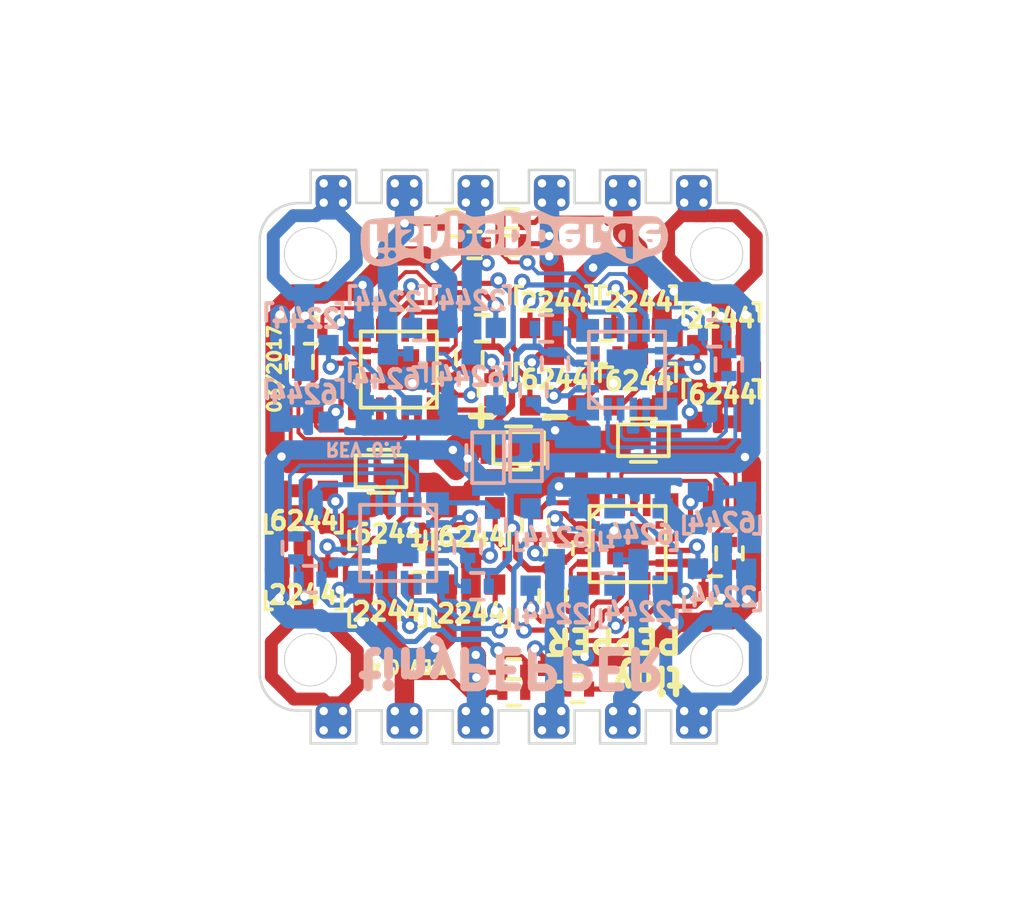
<source format=kicad_pcb>
(kicad_pcb (version 20160815) (host pcbnew "(2016-10-07 revision efdfaeb)-HEAD")
  (layers (0 F.Cu signal hide) (31 B.Cu signal) (34 B.Paste user hide) (35 F.Paste user hide) (36 B.SilkS user) (37 F.SilkS user) (38 B.Mask user hide) (39 F.Mask user hide) (44 Edge.Cuts user))
  (net 0 "")
  (net 1 "/single esc 1/Ac_0")
  (net 2 "/single esc 1/Ap_0")
  (net 3 "/single esc 1/Bc_0")
  (net 4 "/single esc 1/Bp_0")
  (net 5 "/single esc 1/C2D_0")
  (net 6 "/single esc 1/Cc_0")
  (net 7 "/single esc 1/Cp_0")
  (net 8 "/single esc 1/PHASE_A_0")
  (net 9 "/single esc 1/PHASE_B_0")
  (net 10 "/single esc 1/PHASE_C_0")
  (net 11 "/single esc 2/Ac_0")
  (net 12 "/single esc 2/Ap_0")
  (net 13 "/single esc 2/Bc_0")
  (net 14 "/single esc 2/Bp_0")
  (net 15 "/single esc 2/C2D_0")
  (net 16 "/single esc 2/Cc_0")
  (net 17 "/single esc 2/Cp_0")
  (net 18 "/single esc 2/PHASE_A_0")
  (net 19 "/single esc 2/PHASE_B_0")
  (net 20 "/single esc 2/PHASE_C_0")
  (net 21 GND)
  (net 22 VCC)
  (net 23 "/single esc 3/PHASE_A_0")
  (net 24 "/single esc 3/Ap_0")
  (net 25 "/single esc 3/Ac_0")
  (net 26 "/single esc 3/PHASE_B_0")
  (net 27 "/single esc 3/Bp_0")
  (net 28 "/single esc 3/Bc_0")
  (net 29 "/single esc 3/Cp_0")
  (net 30 "/single esc 3/PHASE_C_0")
  (net 31 "/single esc 3/Cc_0")
  (net 32 "/single esc 4/PHASE_A_0")
  (net 33 "/single esc 4/Ap_0")
  (net 34 "/single esc 4/Ac_0")
  (net 35 "/single esc 4/Bp_0")
  (net 36 "/single esc 4/PHASE_B_0")
  (net 37 "/single esc 4/Bc_0")
  (net 38 "/single esc 4/PHASE_C_0")
  (net 39 "/single esc 4/Cp_0")
  (net 40 "/single esc 4/Cc_0")
  (net 41 "Net-(R202-Pad1)")
  (net 42 "Net-(R203-Pad2)")
  (net 43 "Net-(R205-Pad2)")
  (net 44 "Net-(R207-Pad2)")
  (net 45 "Net-(R302-Pad1)")
  (net 46 "Net-(R303-Pad2)")
  (net 47 "Net-(R305-Pad2)")
  (net 48 "Net-(R307-Pad2)")
  (net 49 "Net-(R402-Pad1)")
  (net 50 "Net-(R403-Pad2)")
  (net 51 "Net-(R405-Pad2)")
  (net 52 "Net-(R407-Pad2)")
  (net 53 "Net-(R502-Pad1)")
  (net 54 "Net-(R503-Pad2)")
  (net 55 "Net-(R505-Pad2)")
  (net 56 "Net-(R507-Pad2)")
  (net 57 /RC_IN_0)
  (net 58 /RC_IN_1)
  (net 59 "/single esc 3/RC_IN")
  (net 60 "/single esc 4/RC_IN")
  (net 61 "/single esc 3/C2D_0")
  (net 62 "/single esc 4/C2D_0")
  (net 63 "Net-(U201-Pad15)")
  (net 64 "Net-(U201-Pad16)")
  (net 65 "Net-(U201-Pad7)")
  (net 66 "Net-(U301-Pad7)")
  (net 67 "Net-(U301-Pad16)")
  (net 68 "Net-(U301-Pad15)")
  (net 69 "Net-(U401-Pad7)")
  (net 70 "Net-(U401-Pad15)")
  (net 71 "Net-(U401-Pad16)")
  (net 72 "Net-(U501-Pad15)")
  (net 73 "Net-(U501-Pad16)")
  (net 74 "Net-(U501-Pad7)")
  (net 75 "Net-(R201-Pad1)")
  (net 76 "Net-(R301-Pad1)")
  (net 77 "Net-(R401-Pad1)")
  (net 78 "Net-(R501-Pad1)")
  (net 79 "Net-(BL_TX1-Pad1)")
  (net 80 "Net-(BL_TX2-Pad1)")
  (net 81 "Net-(BL_TX3-Pad1)")
  (net 82 "Net-(BL_TX4-Pad1)")
  (module custom:TP_PHASE_SMD (layer B.Cu) (at 102.9 120.4 270)
    (fp_text reference OUT_A501 hide)
    (fp_text value TP hide)
    (pad 1 thru_hole circle (at -0.381 -0.381 270) (size 0.635 0.635) (drill 0.3302) (layers *.Cu *.Mask) (net 32 "/single esc 4/PHASE_A_0"))
    (pad 1 thru_hole circle (at 0.381 -0.381 270) (size 0.635 0.635) (drill 0.3302) (layers *.Cu *.Mask) (net 32 "/single esc 4/PHASE_A_0"))
    (pad 1 thru_hole circle (at 0.381 0.381 270) (size 0.635 0.635) (drill 0.3302) (layers *.Cu *.Mask) (net 32 "/single esc 4/PHASE_A_0"))
    (pad 1 smd roundrect (at 0 0 270) (size 1.4 1.4) (layers F.Cu F.Mask) (net 32 "/single esc 4/PHASE_A_0"))
    (pad 1 smd roundrect (at 0 0 270) (size 1.4 1.4) (layers B.Cu B.Mask) (net 32 "/single esc 4/PHASE_A_0"))
    (pad 1 thru_hole circle (at -0.381 0.381 270) (size 0.635 0.635) (drill 0.3302) (layers *.Cu *.Mask) (net 32 "/single esc 4/PHASE_A_0"))
  )
  (module custom:TP_PHASE_SMD (layer B.Cu) (at 105.7 99.6)
    (fp_text reference OUT_B401 hide)
    (fp_text value TP hide)
    (pad 1 thru_hole circle (at -0.381 -0.381) (size 0.635 0.635) (drill 0.3302) (layers *.Cu *.Mask) (net 26 "/single esc 3/PHASE_B_0"))
    (pad 1 thru_hole circle (at 0.381 -0.381) (size 0.635 0.635) (drill 0.3302) (layers *.Cu *.Mask) (net 26 "/single esc 3/PHASE_B_0"))
    (pad 1 thru_hole circle (at 0.381 0.381) (size 0.635 0.635) (drill 0.3302) (layers *.Cu *.Mask) (net 26 "/single esc 3/PHASE_B_0"))
    (pad 1 smd roundrect (at 0 0) (size 1.4 1.4) (layers F.Cu F.Mask) (net 26 "/single esc 3/PHASE_B_0"))
    (pad 1 smd roundrect (at 0 0) (size 1.4 1.4) (layers B.Cu B.Mask) (net 26 "/single esc 3/PHASE_B_0"))
    (pad 1 thru_hole circle (at -0.381 0.381) (size 0.635 0.635) (drill 0.3302) (layers *.Cu *.Mask) (net 26 "/single esc 3/PHASE_B_0"))
  )
  (module custom:TP_PHASE_SMD (layer B.Cu) (at 108.5 120.4 270)
    (fp_text reference OUT_C501 hide)
    (fp_text value TP hide)
    (pad 1 thru_hole circle (at -0.381 -0.381 270) (size 0.635 0.635) (drill 0.3302) (layers *.Cu *.Mask) (net 38 "/single esc 4/PHASE_C_0"))
    (pad 1 thru_hole circle (at 0.381 -0.381 270) (size 0.635 0.635) (drill 0.3302) (layers *.Cu *.Mask) (net 38 "/single esc 4/PHASE_C_0"))
    (pad 1 thru_hole circle (at 0.381 0.381 270) (size 0.635 0.635) (drill 0.3302) (layers *.Cu *.Mask) (net 38 "/single esc 4/PHASE_C_0"))
    (pad 1 smd roundrect (at 0 0 270) (size 1.4 1.4) (layers F.Cu F.Mask) (net 38 "/single esc 4/PHASE_C_0"))
    (pad 1 smd roundrect (at 0 0 270) (size 1.4 1.4) (layers B.Cu B.Mask) (net 38 "/single esc 4/PHASE_C_0"))
    (pad 1 thru_hole circle (at -0.381 0.381 270) (size 0.635 0.635) (drill 0.3302) (layers *.Cu *.Mask) (net 38 "/single esc 4/PHASE_C_0"))
  )
  (module custom:TP_PHASE_SMD (layer B.Cu) (at 108.5 99.6)
    (fp_text reference OUT_C401 hide)
    (fp_text value TP hide)
    (pad 1 thru_hole circle (at -0.381 -0.381) (size 0.635 0.635) (drill 0.3302) (layers *.Cu *.Mask) (net 30 "/single esc 3/PHASE_C_0"))
    (pad 1 thru_hole circle (at 0.381 -0.381) (size 0.635 0.635) (drill 0.3302) (layers *.Cu *.Mask) (net 30 "/single esc 3/PHASE_C_0"))
    (pad 1 thru_hole circle (at 0.381 0.381) (size 0.635 0.635) (drill 0.3302) (layers *.Cu *.Mask) (net 30 "/single esc 3/PHASE_C_0"))
    (pad 1 smd roundrect (at 0 0) (size 1.4 1.4) (layers F.Cu F.Mask) (net 30 "/single esc 3/PHASE_C_0"))
    (pad 1 smd roundrect (at 0 0) (size 1.4 1.4) (layers B.Cu B.Mask) (net 30 "/single esc 3/PHASE_C_0"))
    (pad 1 thru_hole circle (at -0.381 0.381) (size 0.635 0.635) (drill 0.3302) (layers *.Cu *.Mask) (net 30 "/single esc 3/PHASE_C_0"))
  )
  (module custom:TP_PHASE_SMD (layer B.Cu) (at 111.5 120.4 90)
    (fp_text reference OUT_C301 hide)
    (fp_text value TP hide)
    (pad 1 thru_hole circle (at -0.381 -0.381 90) (size 0.635 0.635) (drill 0.3302) (layers *.Cu *.Mask) (net 20 "/single esc 2/PHASE_C_0"))
    (pad 1 thru_hole circle (at 0.381 -0.381 90) (size 0.635 0.635) (drill 0.3302) (layers *.Cu *.Mask) (net 20 "/single esc 2/PHASE_C_0"))
    (pad 1 thru_hole circle (at 0.381 0.381 90) (size 0.635 0.635) (drill 0.3302) (layers *.Cu *.Mask) (net 20 "/single esc 2/PHASE_C_0"))
    (pad 1 smd roundrect (at 0 0 90) (size 1.4 1.4) (layers F.Cu F.Mask) (net 20 "/single esc 2/PHASE_C_0"))
    (pad 1 smd roundrect (at 0 0 90) (size 1.4 1.4) (layers B.Cu B.Mask) (net 20 "/single esc 2/PHASE_C_0"))
    (pad 1 thru_hole circle (at -0.381 0.381 90) (size 0.635 0.635) (drill 0.3302) (layers *.Cu *.Mask) (net 20 "/single esc 2/PHASE_C_0"))
  )
  (module custom:TP_PHASE_SMD (layer B.Cu) (at 111.5 99.6 180)
    (fp_text reference OUT_C201 hide)
    (fp_text value TP hide)
    (pad 1 thru_hole circle (at -0.381 -0.381 180) (size 0.635 0.635) (drill 0.3302) (layers *.Cu *.Mask) (net 10 "/single esc 1/PHASE_C_0"))
    (pad 1 thru_hole circle (at 0.381 -0.381 180) (size 0.635 0.635) (drill 0.3302) (layers *.Cu *.Mask) (net 10 "/single esc 1/PHASE_C_0"))
    (pad 1 thru_hole circle (at 0.381 0.381 180) (size 0.635 0.635) (drill 0.3302) (layers *.Cu *.Mask) (net 10 "/single esc 1/PHASE_C_0"))
    (pad 1 smd roundrect (at 0 0 180) (size 1.4 1.4) (layers F.Cu F.Mask) (net 10 "/single esc 1/PHASE_C_0"))
    (pad 1 smd roundrect (at 0 0 180) (size 1.4 1.4) (layers B.Cu B.Mask) (net 10 "/single esc 1/PHASE_C_0"))
    (pad 1 thru_hole circle (at -0.381 0.381 180) (size 0.635 0.635) (drill 0.3302) (layers *.Cu *.Mask) (net 10 "/single esc 1/PHASE_C_0"))
  )
  (module custom:TP_PHASE_SMD (layer B.Cu) (at 105.7 120.4 270)
    (fp_text reference OUT_B501 hide)
    (fp_text value TP hide)
    (pad 1 thru_hole circle (at -0.381 -0.381 270) (size 0.635 0.635) (drill 0.3302) (layers *.Cu *.Mask) (net 36 "/single esc 4/PHASE_B_0"))
    (pad 1 thru_hole circle (at 0.381 -0.381 270) (size 0.635 0.635) (drill 0.3302) (layers *.Cu *.Mask) (net 36 "/single esc 4/PHASE_B_0"))
    (pad 1 thru_hole circle (at 0.381 0.381 270) (size 0.635 0.635) (drill 0.3302) (layers *.Cu *.Mask) (net 36 "/single esc 4/PHASE_B_0"))
    (pad 1 smd roundrect (at 0 0 270) (size 1.4 1.4) (layers F.Cu F.Mask) (net 36 "/single esc 4/PHASE_B_0"))
    (pad 1 smd roundrect (at 0 0 270) (size 1.4 1.4) (layers B.Cu B.Mask) (net 36 "/single esc 4/PHASE_B_0"))
    (pad 1 thru_hole circle (at -0.381 0.381 270) (size 0.635 0.635) (drill 0.3302) (layers *.Cu *.Mask) (net 36 "/single esc 4/PHASE_B_0"))
  )
  (module custom:TP_PHASE_SMD (layer B.Cu) (at 114.3 120.4 270)
    (fp_text reference OUT_B301 hide)
    (fp_text value TP hide)
    (pad 1 thru_hole circle (at -0.381 -0.381 270) (size 0.635 0.635) (drill 0.3302) (layers *.Cu *.Mask) (net 19 "/single esc 2/PHASE_B_0"))
    (pad 1 thru_hole circle (at 0.381 -0.381 270) (size 0.635 0.635) (drill 0.3302) (layers *.Cu *.Mask) (net 19 "/single esc 2/PHASE_B_0"))
    (pad 1 thru_hole circle (at 0.381 0.381 270) (size 0.635 0.635) (drill 0.3302) (layers *.Cu *.Mask) (net 19 "/single esc 2/PHASE_B_0"))
    (pad 1 smd roundrect (at 0 0 270) (size 1.4 1.4) (layers F.Cu F.Mask) (net 19 "/single esc 2/PHASE_B_0"))
    (pad 1 smd roundrect (at 0 0 270) (size 1.4 1.4) (layers B.Cu B.Mask) (net 19 "/single esc 2/PHASE_B_0"))
    (pad 1 thru_hole circle (at -0.381 0.381 270) (size 0.635 0.635) (drill 0.3302) (layers *.Cu *.Mask) (net 19 "/single esc 2/PHASE_B_0"))
  )
  (module custom:TP_PHASE_SMD (layer B.Cu) (at 114.3 99.6 180)
    (fp_text reference OUT_B201 hide)
    (fp_text value TP hide)
    (pad 1 thru_hole circle (at -0.381 -0.381 180) (size 0.635 0.635) (drill 0.3302) (layers *.Cu *.Mask) (net 9 "/single esc 1/PHASE_B_0"))
    (pad 1 thru_hole circle (at 0.381 -0.381 180) (size 0.635 0.635) (drill 0.3302) (layers *.Cu *.Mask) (net 9 "/single esc 1/PHASE_B_0"))
    (pad 1 thru_hole circle (at 0.381 0.381 180) (size 0.635 0.635) (drill 0.3302) (layers *.Cu *.Mask) (net 9 "/single esc 1/PHASE_B_0"))
    (pad 1 smd roundrect (at 0 0 180) (size 1.4 1.4) (layers F.Cu F.Mask) (net 9 "/single esc 1/PHASE_B_0"))
    (pad 1 smd roundrect (at 0 0 180) (size 1.4 1.4) (layers B.Cu B.Mask) (net 9 "/single esc 1/PHASE_B_0"))
    (pad 1 thru_hole circle (at -0.381 0.381 180) (size 0.635 0.635) (drill 0.3302) (layers *.Cu *.Mask) (net 9 "/single esc 1/PHASE_B_0"))
  )
  (module custom:TP_PHASE_SMD (layer B.Cu) (at 102.9 99.6)
    (fp_text reference OUT_A401 hide)
    (fp_text value TP hide)
    (pad 1 thru_hole circle (at -0.381 -0.381) (size 0.635 0.635) (drill 0.3302) (layers *.Cu *.Mask) (net 23 "/single esc 3/PHASE_A_0"))
    (pad 1 thru_hole circle (at 0.381 -0.381) (size 0.635 0.635) (drill 0.3302) (layers *.Cu *.Mask) (net 23 "/single esc 3/PHASE_A_0"))
    (pad 1 thru_hole circle (at 0.381 0.381) (size 0.635 0.635) (drill 0.3302) (layers *.Cu *.Mask) (net 23 "/single esc 3/PHASE_A_0"))
    (pad 1 smd roundrect (at 0 0) (size 1.4 1.4) (layers F.Cu F.Mask) (net 23 "/single esc 3/PHASE_A_0"))
    (pad 1 smd roundrect (at 0 0) (size 1.4 1.4) (layers B.Cu B.Mask) (net 23 "/single esc 3/PHASE_A_0"))
    (pad 1 thru_hole circle (at -0.381 0.381) (size 0.635 0.635) (drill 0.3302) (layers *.Cu *.Mask) (net 23 "/single esc 3/PHASE_A_0"))
  )
  (module custom:TP_PHASE_SMD (layer B.Cu) (at 117.1 120.4 90)
    (fp_text reference OUT_A301 hide)
    (fp_text value TP hide)
    (pad 1 thru_hole circle (at -0.381 -0.381 90) (size 0.635 0.635) (drill 0.3302) (layers *.Cu *.Mask) (net 18 "/single esc 2/PHASE_A_0"))
    (pad 1 thru_hole circle (at 0.381 -0.381 90) (size 0.635 0.635) (drill 0.3302) (layers *.Cu *.Mask) (net 18 "/single esc 2/PHASE_A_0"))
    (pad 1 thru_hole circle (at 0.381 0.381 90) (size 0.635 0.635) (drill 0.3302) (layers *.Cu *.Mask) (net 18 "/single esc 2/PHASE_A_0"))
    (pad 1 smd roundrect (at 0 0 90) (size 1.4 1.4) (layers F.Cu F.Mask) (net 18 "/single esc 2/PHASE_A_0"))
    (pad 1 smd roundrect (at 0 0 90) (size 1.4 1.4) (layers B.Cu B.Mask) (net 18 "/single esc 2/PHASE_A_0"))
    (pad 1 thru_hole circle (at -0.381 0.381 90) (size 0.635 0.635) (drill 0.3302) (layers *.Cu *.Mask) (net 18 "/single esc 2/PHASE_A_0"))
  )
  (module custom:TP_PHASE_SMD (layer B.Cu) (at 117.1 99.6 180)
    (fp_text reference OUT_A201 hide)
    (fp_text value TP hide)
    (pad 1 thru_hole circle (at -0.381 -0.381 180) (size 0.635 0.635) (drill 0.3302) (layers *.Cu *.Mask) (net 8 "/single esc 1/PHASE_A_0"))
    (pad 1 thru_hole circle (at 0.381 -0.381 180) (size 0.635 0.635) (drill 0.3302) (layers *.Cu *.Mask) (net 8 "/single esc 1/PHASE_A_0"))
    (pad 1 thru_hole circle (at 0.381 0.381 180) (size 0.635 0.635) (drill 0.3302) (layers *.Cu *.Mask) (net 8 "/single esc 1/PHASE_A_0"))
    (pad 1 smd roundrect (at 0 0 180) (size 1.4 1.4) (layers F.Cu F.Mask) (net 8 "/single esc 1/PHASE_A_0"))
    (pad 1 smd roundrect (at 0 0 180) (size 1.4 1.4) (layers B.Cu B.Mask) (net 8 "/single esc 1/PHASE_A_0"))
    (pad 1 thru_hole circle (at -0.381 0.381 180) (size 0.635 0.635) (drill 0.3302) (layers *.Cu *.Mask) (net 8 "/single esc 1/PHASE_A_0"))
  )
  (module TO_SOT_Packages_SMD:SOT-23 (layer F.Cu) (at 111.5955 103.9247)
    (fp_text reference FET206 hide)
    (fp_text value IRLML2244 hide)
    (pad 1 smd rect (at -0.95 1.00076) (size 0.8001 0.8001) (layers F.Cu F.Paste F.Mask) (net 6 "/single esc 1/Cc_0"))
    (pad 2 smd rect (at 0.95 1.00076) (size 0.8001 0.8001) (layers F.Cu F.Paste F.Mask) (net 22 VCC))
    (pad 3 smd rect (at 0 -0.99822) (size 0.8001 0.8001) (layers F.Cu F.Paste F.Mask) (net 10 "/single esc 1/PHASE_C_0"))
  )
  (module custom:QFN20 (layer B.Cu) (at 114.4657 106.5663 90)
    (fp_text reference U201 hide)
    (fp_text value EFM8BB10 hide)
    (pad 1 smd rect (at -1.25 -1.25 180) (size 0.9 0.9) (drill (offset 0.3 -0.3)) (layers B.Cu B.Paste B.Mask) (net 44 "Net-(R207-Pad2)"))
    (pad 16 smd rect (at -1.25 1.25 270) (size 0.9 0.9) (drill (offset 0.3 -0.3)) (layers B.Cu B.Paste B.Mask) (net 64 "Net-(U201-Pad16)"))
    (pad 21 smd rect (at 0 0 90) (size 1.6 1.6) (layers B.Cu B.Paste B.Mask) (net 21 GND))
    (pad 20 smd rect (at -1.55 -0.75) (size 0.3 0.9) (layers B.Cu B.Paste B.Mask) (net 42 "Net-(R203-Pad2)"))
    (pad 14 smd rect (at -0.25 1.55 90) (size 0.3 0.9) (layers B.Cu B.Paste B.Mask) (net 2 "/single esc 1/Ap_0"))
    (pad 15 smd rect (at -0.75 1.55 90) (size 0.3 0.9) (layers B.Cu B.Paste B.Mask) (net 63 "Net-(U201-Pad15)"))
    (pad 13 smd rect (at 0.25 1.55 90) (size 0.3 0.9) (layers B.Cu B.Paste B.Mask) (net 1 "/single esc 1/Ac_0"))
    (pad 19 smd rect (at -1.55 -0.25) (size 0.3 0.9) (layers B.Cu B.Paste B.Mask) (net 41 "Net-(R202-Pad1)"))
    (pad 18 smd rect (at -1.55 0.25) (size 0.3 0.9) (layers B.Cu B.Paste B.Mask) (net 79 "Net-(BL_TX1-Pad1)"))
    (pad 17 smd rect (at -1.55 0.75) (size 0.3 0.9) (layers B.Cu B.Paste B.Mask) (net 57 /RC_IN_0))
    (pad 12 smd rect (at 0.75 1.55 90) (size 0.3 0.9) (layers B.Cu B.Paste B.Mask) (net 21 GND))
    (pad 11 smd rect (at 1.25 1.25) (size 0.9 0.9) (drill (offset 0.3 -0.3)) (layers B.Cu B.Paste B.Mask) (net 4 "/single esc 1/Bp_0"))
    (pad 10 smd rect (at 1.55 0.75) (size 0.3 0.9) (layers B.Cu B.Paste B.Mask) (net 3 "/single esc 1/Bc_0"))
    (pad 6 smd rect (at 1.25 -1.25 90) (size 0.9 0.9) (drill (offset 0.3 -0.3)) (layers B.Cu B.Paste B.Mask) (net 5 "/single esc 1/C2D_0"))
    (pad 7 smd rect (at 1.55 -0.75) (size 0.3 0.9) (layers B.Cu B.Paste B.Mask) (net 65 "Net-(U201-Pad7)"))
    (pad 9 smd rect (at 1.55 0.25) (size 0.3 0.9) (layers B.Cu B.Paste B.Mask) (net 7 "/single esc 1/Cp_0"))
    (pad 8 smd rect (at 1.55 -0.25) (size 0.3 0.9) (layers B.Cu B.Paste B.Mask) (net 6 "/single esc 1/Cc_0"))
    (pad 5 smd rect (at 0.75 -1.55 90) (size 0.3 0.9) (layers B.Cu B.Paste B.Mask) (net 75 "Net-(R201-Pad1)"))
    (pad 4 smd rect (at 0.25 -1.55 90) (size 0.3 0.9) (layers B.Cu B.Paste B.Mask) (net 22 VCC))
    (pad 3 smd rect (at -0.25 -1.55 90) (size 0.3 0.9) (layers B.Cu B.Paste B.Mask) (net 21 GND))
    (pad 2 smd rect (at -0.75 -1.55 90) (size 0.3 0.9) (layers B.Cu B.Paste B.Mask) (net 43 "Net-(R205-Pad2)"))
  )
  (module custom:QFN20 (layer F.Cu) (at 114.4905 113.4358 270)
    (fp_text reference U301 hide)
    (fp_text value EFM8BB10 hide)
    (pad 1 smd rect (at -1.25 1.25 180) (size 0.9 0.9) (drill (offset 0.3 0.3)) (layers F.Cu F.Paste F.Mask) (net 48 "Net-(R307-Pad2)"))
    (pad 16 smd rect (at -1.25 -1.25 90) (size 0.9 0.9) (drill (offset 0.3 0.3)) (layers F.Cu F.Paste F.Mask) (net 67 "Net-(U301-Pad16)"))
    (pad 21 smd rect (at 0 0 270) (size 1.6 1.6) (layers F.Cu F.Paste F.Mask) (net 21 GND))
    (pad 20 smd rect (at -1.55 0.75) (size 0.3 0.9) (layers F.Cu F.Paste F.Mask) (net 46 "Net-(R303-Pad2)"))
    (pad 14 smd rect (at -0.25 -1.55 270) (size 0.3 0.9) (layers F.Cu F.Paste F.Mask) (net 12 "/single esc 2/Ap_0"))
    (pad 15 smd rect (at -0.75 -1.55 270) (size 0.3 0.9) (layers F.Cu F.Paste F.Mask) (net 68 "Net-(U301-Pad15)"))
    (pad 13 smd rect (at 0.25 -1.55 270) (size 0.3 0.9) (layers F.Cu F.Paste F.Mask) (net 11 "/single esc 2/Ac_0"))
    (pad 19 smd rect (at -1.55 0.25) (size 0.3 0.9) (layers F.Cu F.Paste F.Mask) (net 45 "Net-(R302-Pad1)"))
    (pad 18 smd rect (at -1.55 -0.25) (size 0.3 0.9) (layers F.Cu F.Paste F.Mask) (net 80 "Net-(BL_TX2-Pad1)"))
    (pad 17 smd rect (at -1.55 -0.75) (size 0.3 0.9) (layers F.Cu F.Paste F.Mask) (net 58 /RC_IN_1))
    (pad 12 smd rect (at 0.75 -1.55 270) (size 0.3 0.9) (layers F.Cu F.Paste F.Mask) (net 21 GND))
    (pad 11 smd rect (at 1.25 -1.25) (size 0.9 0.9) (drill (offset 0.3 0.3)) (layers F.Cu F.Paste F.Mask) (net 14 "/single esc 2/Bp_0"))
    (pad 10 smd rect (at 1.55 -0.75) (size 0.3 0.9) (layers F.Cu F.Paste F.Mask) (net 13 "/single esc 2/Bc_0"))
    (pad 6 smd rect (at 1.25 1.25 270) (size 0.9 0.9) (drill (offset 0.3 0.3)) (layers F.Cu F.Paste F.Mask) (net 15 "/single esc 2/C2D_0"))
    (pad 7 smd rect (at 1.55 0.75) (size 0.3 0.9) (layers F.Cu F.Paste F.Mask) (net 66 "Net-(U301-Pad7)"))
    (pad 9 smd rect (at 1.55 -0.25) (size 0.3 0.9) (layers F.Cu F.Paste F.Mask) (net 17 "/single esc 2/Cp_0"))
    (pad 8 smd rect (at 1.55 0.25) (size 0.3 0.9) (layers F.Cu F.Paste F.Mask) (net 16 "/single esc 2/Cc_0"))
    (pad 5 smd rect (at 0.75 1.55 270) (size 0.3 0.9) (layers F.Cu F.Paste F.Mask) (net 76 "Net-(R301-Pad1)"))
    (pad 4 smd rect (at 0.25 1.55 270) (size 0.3 0.9) (layers F.Cu F.Paste F.Mask) (net 22 VCC))
    (pad 3 smd rect (at -0.25 1.55 270) (size 0.3 0.9) (layers F.Cu F.Paste F.Mask) (net 21 GND))
    (pad 2 smd rect (at -0.75 1.55 270) (size 0.3 0.9) (layers F.Cu F.Paste F.Mask) (net 47 "Net-(R305-Pad2)"))
  )
  (module custom:QFN20 (layer B.Cu) (at 105.45445 113.39195 270)
    (fp_text reference U501 hide)
    (fp_text value EFM8BB10 hide)
    (pad 1 smd rect (at -1.25 -1.25) (size 0.9 0.9) (drill (offset 0.3 -0.3)) (layers B.Cu B.Paste B.Mask) (net 56 "Net-(R507-Pad2)"))
    (pad 16 smd rect (at -1.25 1.25 90) (size 0.9 0.9) (drill (offset 0.3 -0.3)) (layers B.Cu B.Paste B.Mask) (net 73 "Net-(U501-Pad16)"))
    (pad 21 smd rect (at 0 0 270) (size 1.6 1.6) (layers B.Cu B.Paste B.Mask) (net 21 GND))
    (pad 20 smd rect (at -1.55 -0.75 180) (size 0.3 0.9) (layers B.Cu B.Paste B.Mask) (net 54 "Net-(R503-Pad2)"))
    (pad 14 smd rect (at -0.25 1.55 270) (size 0.3 0.9) (layers B.Cu B.Paste B.Mask) (net 33 "/single esc 4/Ap_0"))
    (pad 15 smd rect (at -0.75 1.55 270) (size 0.3 0.9) (layers B.Cu B.Paste B.Mask) (net 72 "Net-(U501-Pad15)"))
    (pad 13 smd rect (at 0.25 1.55 270) (size 0.3 0.9) (layers B.Cu B.Paste B.Mask) (net 34 "/single esc 4/Ac_0"))
    (pad 19 smd rect (at -1.55 -0.25 180) (size 0.3 0.9) (layers B.Cu B.Paste B.Mask) (net 53 "Net-(R502-Pad1)"))
    (pad 18 smd rect (at -1.55 0.25 180) (size 0.3 0.9) (layers B.Cu B.Paste B.Mask) (net 82 "Net-(BL_TX4-Pad1)"))
    (pad 17 smd rect (at -1.55 0.75 180) (size 0.3 0.9) (layers B.Cu B.Paste B.Mask) (net 60 "/single esc 4/RC_IN"))
    (pad 12 smd rect (at 0.75 1.55 270) (size 0.3 0.9) (layers B.Cu B.Paste B.Mask) (net 21 GND))
    (pad 11 smd rect (at 1.25 1.25 180) (size 0.9 0.9) (drill (offset 0.3 -0.3)) (layers B.Cu B.Paste B.Mask) (net 35 "/single esc 4/Bp_0"))
    (pad 10 smd rect (at 1.55 0.75 180) (size 0.3 0.9) (layers B.Cu B.Paste B.Mask) (net 37 "/single esc 4/Bc_0"))
    (pad 6 smd rect (at 1.25 -1.25 270) (size 0.9 0.9) (drill (offset 0.3 -0.3)) (layers B.Cu B.Paste B.Mask) (net 62 "/single esc 4/C2D_0"))
    (pad 7 smd rect (at 1.55 -0.75 180) (size 0.3 0.9) (layers B.Cu B.Paste B.Mask) (net 74 "Net-(U501-Pad7)"))
    (pad 9 smd rect (at 1.55 0.25 180) (size 0.3 0.9) (layers B.Cu B.Paste B.Mask) (net 39 "/single esc 4/Cp_0"))
    (pad 8 smd rect (at 1.55 -0.25 180) (size 0.3 0.9) (layers B.Cu B.Paste B.Mask) (net 40 "/single esc 4/Cc_0"))
    (pad 5 smd rect (at 0.75 -1.55 270) (size 0.3 0.9) (layers B.Cu B.Paste B.Mask) (net 78 "Net-(R501-Pad1)"))
    (pad 4 smd rect (at 0.25 -1.55 270) (size 0.3 0.9) (layers B.Cu B.Paste B.Mask) (net 22 VCC))
    (pad 3 smd rect (at -0.25 -1.55 270) (size 0.3 0.9) (layers B.Cu B.Paste B.Mask) (net 21 GND))
    (pad 2 smd rect (at -0.75 -1.55 270) (size 0.3 0.9) (layers B.Cu B.Paste B.Mask) (net 55 "Net-(R505-Pad2)"))
  )
  (module custom:QFN20 (layer F.Cu) (at 105.47925 106.55935 90)
    (fp_text reference U401 hide)
    (fp_text value EFM8BB10 hide)
    (pad 1 smd rect (at -1.25 1.25) (size 0.9 0.9) (drill (offset 0.3 0.3)) (layers F.Cu F.Paste F.Mask) (net 52 "Net-(R407-Pad2)"))
    (pad 16 smd rect (at -1.25 -1.25 270) (size 0.9 0.9) (drill (offset 0.3 0.3)) (layers F.Cu F.Paste F.Mask) (net 71 "Net-(U401-Pad16)"))
    (pad 21 smd rect (at 0 0 90) (size 1.6 1.6) (layers F.Cu F.Paste F.Mask) (net 21 GND))
    (pad 20 smd rect (at -1.55 0.75 180) (size 0.3 0.9) (layers F.Cu F.Paste F.Mask) (net 50 "Net-(R403-Pad2)"))
    (pad 14 smd rect (at -0.25 -1.55 90) (size 0.3 0.9) (layers F.Cu F.Paste F.Mask) (net 24 "/single esc 3/Ap_0"))
    (pad 15 smd rect (at -0.75 -1.55 90) (size 0.3 0.9) (layers F.Cu F.Paste F.Mask) (net 70 "Net-(U401-Pad15)"))
    (pad 13 smd rect (at 0.25 -1.55 90) (size 0.3 0.9) (layers F.Cu F.Paste F.Mask) (net 25 "/single esc 3/Ac_0"))
    (pad 19 smd rect (at -1.55 0.25 180) (size 0.3 0.9) (layers F.Cu F.Paste F.Mask) (net 49 "Net-(R402-Pad1)"))
    (pad 18 smd rect (at -1.55 -0.25 180) (size 0.3 0.9) (layers F.Cu F.Paste F.Mask) (net 81 "Net-(BL_TX3-Pad1)"))
    (pad 17 smd rect (at -1.55 -0.75 180) (size 0.3 0.9) (layers F.Cu F.Paste F.Mask) (net 59 "/single esc 3/RC_IN"))
    (pad 12 smd rect (at 0.75 -1.55 90) (size 0.3 0.9) (layers F.Cu F.Paste F.Mask) (net 21 GND))
    (pad 11 smd rect (at 1.25 -1.25 180) (size 0.9 0.9) (drill (offset 0.3 0.3)) (layers F.Cu F.Paste F.Mask) (net 27 "/single esc 3/Bp_0"))
    (pad 10 smd rect (at 1.55 -0.75 180) (size 0.3 0.9) (layers F.Cu F.Paste F.Mask) (net 28 "/single esc 3/Bc_0"))
    (pad 6 smd rect (at 1.25 1.25 90) (size 0.9 0.9) (drill (offset 0.3 0.3)) (layers F.Cu F.Paste F.Mask) (net 61 "/single esc 3/C2D_0"))
    (pad 7 smd rect (at 1.55 0.75 180) (size 0.3 0.9) (layers F.Cu F.Paste F.Mask) (net 69 "Net-(U401-Pad7)"))
    (pad 9 smd rect (at 1.55 -0.25 180) (size 0.3 0.9) (layers F.Cu F.Paste F.Mask) (net 29 "/single esc 3/Cp_0"))
    (pad 8 smd rect (at 1.55 0.25 180) (size 0.3 0.9) (layers F.Cu F.Paste F.Mask) (net 31 "/single esc 3/Cc_0"))
    (pad 5 smd rect (at 0.75 1.55 90) (size 0.3 0.9) (layers F.Cu F.Paste F.Mask) (net 77 "Net-(R401-Pad1)"))
    (pad 4 smd rect (at 0.25 1.55 90) (size 0.3 0.9) (layers F.Cu F.Paste F.Mask) (net 22 VCC))
    (pad 3 smd rect (at -0.25 1.55 90) (size 0.3 0.9) (layers F.Cu F.Paste F.Mask) (net 21 GND))
    (pad 2 smd rect (at -0.75 1.55 90) (size 0.3 0.9) (layers F.Cu F.Paste F.Mask) (net 51 "Net-(R405-Pad2)"))
  )
  (module custom:tp_SMD_0.6x1.2 (layer B.Cu) (at 102.1842 111.887)
    (fp_text reference TP106 hide)
    (fp_text value TP hide)
    (pad 1 smd roundrect (at 0 0) (size 0.6 1.2) (layers B.Cu B.Mask) (net 60 "/single esc 4/RC_IN"))
  )
  (module custom:tp_SMD_0.6x1.2 (layer B.Cu) (at 117.729 108.0516)
    (fp_text reference TP103 hide)
    (fp_text value TP hide)
    (pad 1 smd roundrect (at 0 0) (size 0.6 1.2) (layers B.Cu B.Mask) (net 57 /RC_IN_0))
  )
  (module custom:tp_SMD_0.6x1.2 (layer F.Cu) (at 117.7544 111.9378)
    (fp_text reference TP104 hide)
    (fp_text value TP hide)
    (pad 1 smd roundrect (at 0 0) (size 0.6 1.2) (layers F.Cu F.Mask) (net 58 /RC_IN_1))
  )
  (module custom:tp_SMD_0.6x1.2 (layer F.Cu) (at 102.2096 108.077)
    (fp_text reference TP105 hide)
    (fp_text value TP hide)
    (pad 1 smd roundrect (at 0 0) (size 0.6 1.2) (layers F.Cu F.Mask) (net 59 "/single esc 3/RC_IN"))
  )
  (module custom:TP_powerpad (layer F.Cu) (at 107.7341 110.0201 45)
    (fp_text reference TP101 hide)
    (fp_text value TP hide)
    (pad 1 smd roundrect (at 0 0 45) (size 1.5 1.5) (layers F.Cu F.Mask) (net 22 VCC))
  )
  (module custom:TP_powerpad (layer F.Cu) (at 112.6744 109.7407)
    (fp_text reference TP102 hide)
    (fp_text value TP hide)
    (pad 1 smd roundrect (at 0 0) (size 1.5 1.5) (layers F.Cu F.Mask) (net 21 GND))
  )
  (module custom:TP_smd_0.5x0.8 (layer B.Cu) (at 108.3056 115.8748 90)
    (fp_text reference TP502 hide)
    (fp_text value TP hide)
    (pad 1 smd roundrect (at 0 0 90) (size 0.5 0.8) (layers B.Cu B.Mask) (net 62 "/single esc 4/C2D_0"))
  )
  (module custom:TP_smd_0.5x0.8 (layer B.Cu) (at 111.6076 104.1146 270)
    (fp_text reference TP202 hide)
    (fp_text value TP hide)
    (pad 1 smd roundrect (at 0 0 270) (size 0.5 0.8) (layers B.Cu B.Mask) (net 5 "/single esc 1/C2D_0"))
  )
  (module custom:TP_smd_0.5x0.8 (layer F.Cu) (at 112.4458 115.951 90)
    (fp_text reference TP302 hide)
    (fp_text value TP hide)
    (pad 1 smd roundrect (at 0 0 90) (size 0.5 0.8) (layers F.Cu F.Mask) (net 15 "/single esc 2/C2D_0"))
  )
  (module custom:TP_smd_0.5x0.8 (layer F.Cu) (at 108.331 104.0638 270)
    (fp_text reference TP402 hide)
    (fp_text value TP hide)
    (pad 1 smd roundrect (at 0 0 270) (size 0.5 0.8) (layers F.Cu F.Mask) (net 61 "/single esc 3/C2D_0"))
  )
  (module custom:mouting_hole (layer F.Cu) (at 118 118)
    (fp_text reference H1 hide)
    (fp_text value hole hide)
    (pad "" np_thru_hole circle (at 0 0) (size 2 2) (drill 2) (layers *.Cu *.Mask))
  )
  (module custom:mouting_hole (layer F.Cu) (at 102 102)
    (fp_text reference H2 hide)
    (fp_text value hole hide)
    (pad "" np_thru_hole circle (at 0 0) (size 2 2) (drill 2) (layers *.Cu *.Mask))
  )
  (module custom:mouting_hole (layer F.Cu) (at 118 102)
    (fp_text reference H3 hide)
    (fp_text value hole hide)
    (pad "" np_thru_hole circle (at 0 0) (size 2 2) (drill 2) (layers *.Cu *.Mask))
  )
  (module custom:mouting_hole (layer F.Cu) (at 102 118)
    (fp_text reference H4 hide)
    (fp_text value hole hide)
    (pad "" np_thru_hole circle (at 0 0) (size 2 2) (drill 2) (layers *.Cu *.Mask))
  )
  (module TO_SOT_Packages_SMD:SOT-23 (layer B.Cu) (at 108.34945 103.91775 180)
    (fp_text reference FET406 hide)
    (fp_text value IRLML2244 hide)
    (pad 3 smd rect (at 0 0.99822 180) (size 0.8001 0.8001) (layers B.Cu B.Paste B.Mask) (net 30 "/single esc 3/PHASE_C_0"))
    (pad 2 smd rect (at 0.95 -1.00076 180) (size 0.8001 0.8001) (layers B.Cu B.Paste B.Mask) (net 22 VCC))
    (pad 1 smd rect (at -0.95 -1.00076 180) (size 0.8001 0.8001) (layers B.Cu B.Paste B.Mask) (net 31 "/single esc 3/Cc_0"))
  )
  (module TO_SOT_Packages_SMD:SOT-23 (layer B.Cu) (at 111.6203 113.0294)
    (fp_text reference FET305 hide)
    (fp_text value IRLML6244 hide)
    (pad 1 smd rect (at -0.95 -1.00076) (size 0.8001 0.8001) (layers B.Cu B.Paste B.Mask) (net 17 "/single esc 2/Cp_0"))
    (pad 2 smd rect (at 0.95 -1.00076) (size 0.8001 0.8001) (layers B.Cu B.Paste B.Mask) (net 21 GND))
    (pad 3 smd rect (at 0 0.99822) (size 0.8001 0.8001) (layers B.Cu B.Paste B.Mask) (net 20 "/single esc 2/PHASE_C_0"))
  )
  (module TO_SOT_Packages_SMD:SOT-23 (layer F.Cu) (at 111.5955 106.9727)
    (fp_text reference FET205 hide)
    (fp_text value IRLML6244 hide)
    (pad 1 smd rect (at -0.95 1.00076) (size 0.8001 0.8001) (layers F.Cu F.Paste F.Mask) (net 7 "/single esc 1/Cp_0"))
    (pad 2 smd rect (at 0.95 1.00076) (size 0.8001 0.8001) (layers F.Cu F.Paste F.Mask) (net 21 GND))
    (pad 3 smd rect (at 0 -0.99822) (size 0.8001 0.8001) (layers F.Cu F.Paste F.Mask) (net 10 "/single esc 1/PHASE_C_0"))
  )
  (module TO_SOT_Packages_SMD:SOT-23 (layer F.Cu) (at 118.1862 107.6198)
    (fp_text reference FET201 hide)
    (fp_text value IRLML6244 hide)
    (pad 1 smd rect (at -0.95 1.00076) (size 0.8001 0.8001) (layers F.Cu F.Paste F.Mask) (net 2 "/single esc 1/Ap_0"))
    (pad 2 smd rect (at 0.95 1.00076) (size 0.8001 0.8001) (layers F.Cu F.Paste F.Mask) (net 21 GND))
    (pad 3 smd rect (at 0 -0.99822) (size 0.8001 0.8001) (layers F.Cu F.Paste F.Mask) (net 8 "/single esc 1/PHASE_A_0"))
  )
  (module TO_SOT_Packages_SMD:SOT-23 (layer F.Cu) (at 118.1862 104.5972)
    (fp_text reference FET202 hide)
    (fp_text value IRLML2244 hide)
    (pad 1 smd rect (at -0.95 1.00076) (size 0.8001 0.8001) (layers F.Cu F.Paste F.Mask) (net 1 "/single esc 1/Ac_0"))
    (pad 2 smd rect (at 0.95 1.00076) (size 0.8001 0.8001) (layers F.Cu F.Paste F.Mask) (net 22 VCC))
    (pad 3 smd rect (at 0 -0.99822) (size 0.8001 0.8001) (layers F.Cu F.Paste F.Mask) (net 8 "/single esc 1/PHASE_A_0"))
  )
  (module TO_SOT_Packages_SMD:SOT-23 (layer F.Cu) (at 114.8975 106.9727)
    (fp_text reference FET203 hide)
    (fp_text value IRLML6244 hide)
    (pad 3 smd rect (at 0 -0.99822) (size 0.8001 0.8001) (layers F.Cu F.Paste F.Mask) (net 9 "/single esc 1/PHASE_B_0"))
    (pad 2 smd rect (at 0.95 1.00076) (size 0.8001 0.8001) (layers F.Cu F.Paste F.Mask) (net 21 GND))
    (pad 1 smd rect (at -0.95 1.00076) (size 0.8001 0.8001) (layers F.Cu F.Paste F.Mask) (net 4 "/single esc 1/Bp_0"))
  )
  (module TO_SOT_Packages_SMD:SOT-23 (layer F.Cu) (at 114.8975 103.9247)
    (fp_text reference FET204 hide)
    (fp_text value IRLML2244 hide)
    (pad 3 smd rect (at 0 -0.99822) (size 0.8001 0.8001) (layers F.Cu F.Paste F.Mask) (net 9 "/single esc 1/PHASE_B_0"))
    (pad 2 smd rect (at 0.95 1.00076) (size 0.8001 0.8001) (layers F.Cu F.Paste F.Mask) (net 22 VCC))
    (pad 1 smd rect (at -0.95 1.00076) (size 0.8001 0.8001) (layers F.Cu F.Paste F.Mask) (net 3 "/single esc 1/Bc_0"))
  )
  (module TO_SOT_Packages_SMD:SOT-23 (layer B.Cu) (at 118.211 112.3823)
    (fp_text reference FET301 hide)
    (fp_text value IRLML6244 hide)
    (pad 3 smd rect (at 0 0.99822) (size 0.8001 0.8001) (layers B.Cu B.Paste B.Mask) (net 18 "/single esc 2/PHASE_A_0"))
    (pad 2 smd rect (at 0.95 -1.00076) (size 0.8001 0.8001) (layers B.Cu B.Paste B.Mask) (net 21 GND))
    (pad 1 smd rect (at -0.95 -1.00076) (size 0.8001 0.8001) (layers B.Cu B.Paste B.Mask) (net 12 "/single esc 2/Ap_0"))
  )
  (module TO_SOT_Packages_SMD:SOT-23 (layer B.Cu) (at 118.211 115.4049)
    (fp_text reference FET302 hide)
    (fp_text value IRLML2244 hide)
    (pad 1 smd rect (at -0.95 -1.00076) (size 0.8001 0.8001) (layers B.Cu B.Paste B.Mask) (net 11 "/single esc 2/Ac_0"))
    (pad 2 smd rect (at 0.95 -1.00076) (size 0.8001 0.8001) (layers B.Cu B.Paste B.Mask) (net 22 VCC))
    (pad 3 smd rect (at 0 0.99822) (size 0.8001 0.8001) (layers B.Cu B.Paste B.Mask) (net 18 "/single esc 2/PHASE_A_0"))
  )
  (module TO_SOT_Packages_SMD:SOT-23 (layer B.Cu) (at 114.9223 113.0294)
    (fp_text reference FET303 hide)
    (fp_text value IRLML6244 hide)
    (pad 3 smd rect (at 0 0.99822) (size 0.8001 0.8001) (layers B.Cu B.Paste B.Mask) (net 19 "/single esc 2/PHASE_B_0"))
    (pad 2 smd rect (at 0.95 -1.00076) (size 0.8001 0.8001) (layers B.Cu B.Paste B.Mask) (net 21 GND))
    (pad 1 smd rect (at -0.95 -1.00076) (size 0.8001 0.8001) (layers B.Cu B.Paste B.Mask) (net 14 "/single esc 2/Bp_0"))
  )
  (module TO_SOT_Packages_SMD:SOT-23 (layer B.Cu) (at 114.9223 116.0774)
    (fp_text reference FET304 hide)
    (fp_text value IRLML2244 hide)
    (pad 1 smd rect (at -0.95 -1.00076) (size 0.8001 0.8001) (layers B.Cu B.Paste B.Mask) (net 13 "/single esc 2/Bc_0"))
    (pad 2 smd rect (at 0.95 -1.00076) (size 0.8001 0.8001) (layers B.Cu B.Paste B.Mask) (net 22 VCC))
    (pad 3 smd rect (at 0 0.99822) (size 0.8001 0.8001) (layers B.Cu B.Paste B.Mask) (net 19 "/single esc 2/PHASE_B_0"))
  )
  (module TO_SOT_Packages_SMD:SOT-23 (layer B.Cu) (at 111.6203 116.0774)
    (fp_text reference FET306 hide)
    (fp_text value IRLML2244 hide)
    (pad 3 smd rect (at 0 0.99822) (size 0.8001 0.8001) (layers B.Cu B.Paste B.Mask) (net 20 "/single esc 2/PHASE_C_0"))
    (pad 2 smd rect (at 0.95 -1.00076) (size 0.8001 0.8001) (layers B.Cu B.Paste B.Mask) (net 22 VCC))
    (pad 1 smd rect (at -0.95 -1.00076) (size 0.8001 0.8001) (layers B.Cu B.Paste B.Mask) (net 16 "/single esc 2/Cc_0"))
  )
  (module TO_SOT_Packages_SMD:SOT-23 (layer B.Cu) (at 101.75875 107.61285 180)
    (fp_text reference FET401 hide)
    (fp_text value IRLML6244 hide)
    (pad 3 smd rect (at 0 0.99822 180) (size 0.8001 0.8001) (layers B.Cu B.Paste B.Mask) (net 23 "/single esc 3/PHASE_A_0"))
    (pad 2 smd rect (at 0.95 -1.00076 180) (size 0.8001 0.8001) (layers B.Cu B.Paste B.Mask) (net 21 GND))
    (pad 1 smd rect (at -0.95 -1.00076 180) (size 0.8001 0.8001) (layers B.Cu B.Paste B.Mask) (net 24 "/single esc 3/Ap_0"))
  )
  (module TO_SOT_Packages_SMD:SOT-23 (layer B.Cu) (at 101.75875 104.59025 180)
    (fp_text reference FET402 hide)
    (fp_text value IRLML2244 hide)
    (pad 1 smd rect (at -0.95 -1.00076 180) (size 0.8001 0.8001) (layers B.Cu B.Paste B.Mask) (net 25 "/single esc 3/Ac_0"))
    (pad 2 smd rect (at 0.95 -1.00076 180) (size 0.8001 0.8001) (layers B.Cu B.Paste B.Mask) (net 22 VCC))
    (pad 3 smd rect (at 0 0.99822 180) (size 0.8001 0.8001) (layers B.Cu B.Paste B.Mask) (net 23 "/single esc 3/PHASE_A_0"))
  )
  (module TO_SOT_Packages_SMD:SOT-23 (layer B.Cu) (at 105.04745 106.96575 180)
    (fp_text reference FET403 hide)
    (fp_text value IRLML6244 hide)
    (pad 3 smd rect (at 0 0.99822 180) (size 0.8001 0.8001) (layers B.Cu B.Paste B.Mask) (net 26 "/single esc 3/PHASE_B_0"))
    (pad 2 smd rect (at 0.95 -1.00076 180) (size 0.8001 0.8001) (layers B.Cu B.Paste B.Mask) (net 21 GND))
    (pad 1 smd rect (at -0.95 -1.00076 180) (size 0.8001 0.8001) (layers B.Cu B.Paste B.Mask) (net 27 "/single esc 3/Bp_0"))
  )
  (module TO_SOT_Packages_SMD:SOT-23 (layer B.Cu) (at 105.04745 103.91775 180)
    (fp_text reference FET404 hide)
    (fp_text value IRLML2244 hide)
    (pad 1 smd rect (at -0.95 -1.00076 180) (size 0.8001 0.8001) (layers B.Cu B.Paste B.Mask) (net 28 "/single esc 3/Bc_0"))
    (pad 2 smd rect (at 0.95 -1.00076 180) (size 0.8001 0.8001) (layers B.Cu B.Paste B.Mask) (net 22 VCC))
    (pad 3 smd rect (at 0 0.99822 180) (size 0.8001 0.8001) (layers B.Cu B.Paste B.Mask) (net 26 "/single esc 3/PHASE_B_0"))
  )
  (module TO_SOT_Packages_SMD:SOT-23 (layer B.Cu) (at 108.34945 106.96575 180)
    (fp_text reference FET405 hide)
    (fp_text value IRLML6244 hide)
    (pad 1 smd rect (at -0.95 -1.00076 180) (size 0.8001 0.8001) (layers B.Cu B.Paste B.Mask) (net 29 "/single esc 3/Cp_0"))
    (pad 2 smd rect (at 0.95 -1.00076 180) (size 0.8001 0.8001) (layers B.Cu B.Paste B.Mask) (net 21 GND))
    (pad 3 smd rect (at 0 0.99822 180) (size 0.8001 0.8001) (layers B.Cu B.Paste B.Mask) (net 30 "/single esc 3/PHASE_C_0"))
  )
  (module TO_SOT_Packages_SMD:SOT-23 (layer F.Cu) (at 101.73395 112.33845 180)
    (fp_text reference FET501 hide)
    (fp_text value IRLML6244 hide)
    (pad 3 smd rect (at 0 -0.99822 180) (size 0.8001 0.8001) (layers F.Cu F.Paste F.Mask) (net 32 "/single esc 4/PHASE_A_0"))
    (pad 2 smd rect (at 0.95 1.00076 180) (size 0.8001 0.8001) (layers F.Cu F.Paste F.Mask) (net 21 GND))
    (pad 1 smd rect (at -0.95 1.00076 180) (size 0.8001 0.8001) (layers F.Cu F.Paste F.Mask) (net 33 "/single esc 4/Ap_0"))
  )
  (module TO_SOT_Packages_SMD:SOT-23 (layer F.Cu) (at 101.73395 115.36105 180)
    (fp_text reference FET502 hide)
    (fp_text value IRLML2244 hide)
    (pad 3 smd rect (at 0 -0.99822 180) (size 0.8001 0.8001) (layers F.Cu F.Paste F.Mask) (net 32 "/single esc 4/PHASE_A_0"))
    (pad 2 smd rect (at 0.95 1.00076 180) (size 0.8001 0.8001) (layers F.Cu F.Paste F.Mask) (net 22 VCC))
    (pad 1 smd rect (at -0.95 1.00076 180) (size 0.8001 0.8001) (layers F.Cu F.Paste F.Mask) (net 34 "/single esc 4/Ac_0"))
  )
  (module TO_SOT_Packages_SMD:SOT-23 (layer F.Cu) (at 105.02265 112.98555 180)
    (fp_text reference FET503 hide)
    (fp_text value IRLML6244 hide)
    (pad 1 smd rect (at -0.95 1.00076 180) (size 0.8001 0.8001) (layers F.Cu F.Paste F.Mask) (net 35 "/single esc 4/Bp_0"))
    (pad 2 smd rect (at 0.95 1.00076 180) (size 0.8001 0.8001) (layers F.Cu F.Paste F.Mask) (net 21 GND))
    (pad 3 smd rect (at 0 -0.99822 180) (size 0.8001 0.8001) (layers F.Cu F.Paste F.Mask) (net 36 "/single esc 4/PHASE_B_0"))
  )
  (module TO_SOT_Packages_SMD:SOT-23 (layer F.Cu) (at 105.02265 116.03355 180)
    (fp_text reference FET504 hide)
    (fp_text value IRLML2244 hide)
    (pad 1 smd rect (at -0.95 1.00076 180) (size 0.8001 0.8001) (layers F.Cu F.Paste F.Mask) (net 37 "/single esc 4/Bc_0"))
    (pad 2 smd rect (at 0.95 1.00076 180) (size 0.8001 0.8001) (layers F.Cu F.Paste F.Mask) (net 22 VCC))
    (pad 3 smd rect (at 0 -0.99822 180) (size 0.8001 0.8001) (layers F.Cu F.Paste F.Mask) (net 36 "/single esc 4/PHASE_B_0"))
  )
  (module TO_SOT_Packages_SMD:SOT-23 (layer F.Cu) (at 108.32465 112.98555 180)
    (fp_text reference FET505 hide)
    (fp_text value IRLML6244 hide)
    (pad 3 smd rect (at 0 -0.99822 180) (size 0.8001 0.8001) (layers F.Cu F.Paste F.Mask) (net 38 "/single esc 4/PHASE_C_0"))
    (pad 2 smd rect (at 0.95 1.00076 180) (size 0.8001 0.8001) (layers F.Cu F.Paste F.Mask) (net 21 GND))
    (pad 1 smd rect (at -0.95 1.00076 180) (size 0.8001 0.8001) (layers F.Cu F.Paste F.Mask) (net 39 "/single esc 4/Cp_0"))
  )
  (module TO_SOT_Packages_SMD:SOT-23 (layer F.Cu) (at 108.32465 116.03355 180)
    (fp_text reference FET506 hide)
    (fp_text value IRLML2244 hide)
    (pad 3 smd rect (at 0 -0.99822 180) (size 0.8001 0.8001) (layers F.Cu F.Paste F.Mask) (net 38 "/single esc 4/PHASE_C_0"))
    (pad 2 smd rect (at 0.95 1.00076 180) (size 0.8001 0.8001) (layers F.Cu F.Paste F.Mask) (net 22 VCC))
    (pad 1 smd rect (at -0.95 1.00076 180) (size 0.8001 0.8001) (layers F.Cu F.Paste F.Mask) (net 40 "/single esc 4/Cc_0"))
  )
  (module Capacitors_SMD:C_0805 (layer B.Cu) (at 110.49 109.9566 270)
    (fp_text reference C301 hide)
    (fp_text value 47u)
    (pad 2 smd rect (at 1 0 270) (size 1 1.25) (layers B.Cu B.Paste B.Mask) (net 22 VCC))
    (pad 1 smd rect (at -1 0 270) (size 1 1.25) (layers B.Cu B.Paste B.Mask) (net 21 GND))
  )
  (module Capacitors_SMD:C_0805 (layer F.Cu) (at 110.1979 109.6518 180)
    (fp_text reference C401 hide)
    (fp_text value 47u)
    (pad 1 smd rect (at -1 0 180) (size 1 1.25) (layers F.Cu F.Paste F.Mask) (net 21 GND))
    (pad 2 smd rect (at 1 0 180) (size 1 1.25) (layers F.Cu F.Paste F.Mask) (net 22 VCC))
  )
  (module Capacitors_SMD:C_0805 (layer F.Cu) (at 104.775 110.5662 180)
    (fp_text reference C501 hide)
    (fp_text value 47u)
    (pad 1 smd rect (at -1 0 180) (size 1 1.25) (layers F.Cu F.Paste F.Mask) (net 21 GND))
    (pad 2 smd rect (at 1 0 180) (size 1 1.25) (layers F.Cu F.Paste F.Mask) (net 22 VCC))
  )
  (module Capacitors_SMD:C_0805 (layer B.Cu) (at 108.9914 110.0328 270)
    (fp_text reference C201 hide)
    (fp_text value 47u)
    (pad 1 smd rect (at -1 0 270) (size 1 1.25) (layers B.Cu B.Paste B.Mask) (net 21 GND))
    (pad 2 smd rect (at 1 0 270) (size 1 1.25) (layers B.Cu B.Paste B.Mask) (net 22 VCC))
  )
  (module Capacitors_SMD:C_0805 (layer F.Cu) (at 115.1128 109.347)
    (fp_text reference C1000 hide)
    (fp_text value 47u)
    (pad 1 smd rect (at -1 0) (size 1 1.25) (layers F.Cu F.Paste F.Mask) (net 21 GND))
    (pad 2 smd rect (at 1 0) (size 1 1.25) (layers F.Cu F.Paste F.Mask) (net 22 VCC))
  )
  (module custom:TP_smd_0.5x0.4 (layer B.Cu) (at 114.7064 108.8898)
    (fp_text reference BL_TX1 hide)
    (fp_text value TP hide)
    (pad 1 smd roundrect (at 0 0) (size 0.5 0.4) (layers B.Cu B.Paste B.Mask) (net 79 "Net-(BL_TX1-Pad1)"))
  )
  (module custom:TP_smd_0.5x0.4 (layer F.Cu) (at 114.7318 111.0234)
    (fp_text reference BL_TX2 hide)
    (fp_text value TP hide)
    (pad 1 smd roundrect (at 0 0) (size 0.5 0.4) (layers F.Cu F.Paste F.Mask) (net 80 "Net-(BL_TX2-Pad1)"))
  )
  (module custom:TP_smd_0.5x0.4 (layer F.Cu) (at 105.2068 108.8644)
    (fp_text reference BL_TX3 hide)
    (fp_text value TP hide)
    (pad 1 smd roundrect (at 0 0) (size 0.5 0.4) (layers F.Cu F.Paste F.Mask) (net 81 "Net-(BL_TX3-Pad1)"))
  )
  (module custom:TP_smd_0.5x0.4 (layer B.Cu) (at 105.2195 111.0742)
    (fp_text reference BL_TX4 hide)
    (fp_text value TP hide)
    (pad 1 smd roundrect (at 0 0) (size 0.5 0.4) (layers B.Cu B.Paste B.Mask) (net 82 "Net-(BL_TX4-Pad1)"))
  )
  (module custom:fishpepper.de_12.4x2.8mm (layer B.Cu) (at 110.0049 101.2944)
    (fp_text reference G*** hide)
    (fp_text value LOGO hide)
  )
  (module custom:C_0402_CUSTOM (layer B.Cu) (at 111.633 106.3244 90)
    (fp_text reference C202 hide)
    (fp_text value 100n)
    (pad 1 smd rect (at -0.45 0 90) (size 0.4 0.6) (layers B.Cu B.Paste B.Mask) (net 21 GND))
    (pad 2 smd rect (at 0.45 0 90) (size 0.4 0.6) (layers B.Cu B.Paste B.Mask) (net 22 VCC))
  )
  (module custom:C_0402_CUSTOM (layer F.Cu) (at 111.8108 113.6015 270)
    (fp_text reference C302 hide)
    (fp_text value 100n)
    (pad 2 smd rect (at 0.45 0 270) (size 0.4 0.6) (layers F.Cu F.Paste F.Mask) (net 22 VCC))
    (pad 1 smd rect (at -0.45 0 270) (size 0.4 0.6) (layers F.Cu F.Paste F.Mask) (net 21 GND))
  )
  (module custom:C_0402_CUSTOM (layer F.Cu) (at 108.2548 106.1085 90)
    (fp_text reference C402 hide)
    (fp_text value 100n)
    (pad 2 smd rect (at 0.45 0 90) (size 0.4 0.6) (layers F.Cu F.Paste F.Mask) (net 22 VCC))
    (pad 1 smd rect (at -0.45 0 90) (size 0.4 0.6) (layers F.Cu F.Paste F.Mask) (net 21 GND))
  )
  (module custom:C_0402_CUSTOM (layer B.Cu) (at 108.1913 113.538 270)
    (fp_text reference C502 hide)
    (fp_text value 100n)
    (pad 1 smd rect (at -0.45 0 270) (size 0.4 0.6) (layers B.Cu B.Paste B.Mask) (net 21 GND))
    (pad 2 smd rect (at 0.45 0 270) (size 0.4 0.6) (layers B.Cu B.Paste B.Mask) (net 22 VCC))
  )
  (module custom:R_0402_CUSTOM (layer B.Cu) (at 111.2774 104.9401 180)
    (fp_text reference R201 hide)
    (fp_text value 1k)
    (pad 1 smd rect (at -0.45 0 180) (size 0.4 0.6) (layers B.Cu B.Paste B.Mask) (net 75 "Net-(R201-Pad1)"))
    (pad 2 smd rect (at 0.45 0 180) (size 0.4 0.6) (layers B.Cu B.Paste B.Mask) (net 22 VCC))
  )
  (module custom:R_0402_CUSTOM (layer B.Cu) (at 117.9068 105.1306)
    (fp_text reference R202 hide)
    (fp_text value 1k)
    (pad 1 smd rect (at -0.45 0) (size 0.4 0.6) (layers B.Cu B.Paste B.Mask) (net 41 "Net-(R202-Pad1)"))
    (pad 2 smd rect (at 0.45 0) (size 0.4 0.6) (layers B.Cu B.Paste B.Mask) (net 8 "/single esc 1/PHASE_A_0"))
  )
  (module custom:R_0402_CUSTOM (layer B.Cu) (at 118.4783 106.3625 270)
    (fp_text reference R203 hide)
    (fp_text value 10k)
    (pad 2 smd rect (at 0.45 0 270) (size 0.4 0.6) (layers B.Cu B.Paste B.Mask) (net 42 "Net-(R203-Pad2)"))
    (pad 1 smd rect (at -0.45 0 270) (size 0.4 0.6) (layers B.Cu B.Paste B.Mask) (net 8 "/single esc 1/PHASE_A_0"))
  )
  (module custom:R_0402_CUSTOM (layer F.Cu) (at 109.9312 100.7618)
    (fp_text reference R204 hide)
    (fp_text value 1k)
    (pad 2 smd rect (at 0.45 0) (size 0.4 0.6) (layers F.Cu F.Paste F.Mask) (net 9 "/single esc 1/PHASE_B_0"))
    (pad 1 smd rect (at -0.45 0) (size 0.4 0.6) (layers F.Cu F.Paste F.Mask) (net 41 "Net-(R202-Pad1)"))
  )
  (module custom:R_0402_CUSTOM (layer F.Cu) (at 113.6396 105.9434 180)
    (fp_text reference R205 hide)
    (fp_text value 10k)
    (pad 1 smd rect (at -0.45 0 180) (size 0.4 0.6) (layers F.Cu F.Paste F.Mask) (net 9 "/single esc 1/PHASE_B_0"))
    (pad 2 smd rect (at 0.45 0 180) (size 0.4 0.6) (layers F.Cu F.Paste F.Mask) (net 43 "Net-(R205-Pad2)"))
  )
  (module custom:R_0402_CUSTOM (layer F.Cu) (at 109.9312 101.5238)
    (fp_text reference R206 hide)
    (fp_text value 1k)
    (pad 1 smd rect (at -0.45 0) (size 0.4 0.6) (layers F.Cu F.Paste F.Mask) (net 41 "Net-(R202-Pad1)"))
    (pad 2 smd rect (at 0.45 0) (size 0.4 0.6) (layers F.Cu F.Paste F.Mask) (net 10 "/single esc 1/PHASE_C_0"))
  )
  (module custom:R_0402_CUSTOM (layer B.Cu) (at 110.7821 107.3785 270)
    (fp_text reference R207 hide)
    (fp_text value 10k)
    (pad 2 smd rect (at 0.45 0 270) (size 0.4 0.6) (layers B.Cu B.Paste B.Mask) (net 44 "Net-(R207-Pad2)"))
    (pad 1 smd rect (at -0.45 0 270) (size 0.4 0.6) (layers B.Cu B.Paste B.Mask) (net 10 "/single esc 1/PHASE_C_0"))
  )
  (module custom:R_0402_CUSTOM (layer F.Cu) (at 111.5314 115.4938 90)
    (fp_text reference R301 hide)
    (fp_text value 1k)
    (pad 2 smd rect (at 0.45 0 90) (size 0.4 0.6) (layers F.Cu F.Paste F.Mask) (net 22 VCC))
    (pad 1 smd rect (at -0.45 0 90) (size 0.4 0.6) (layers F.Cu F.Paste F.Mask) (net 76 "Net-(R301-Pad1)"))
  )
  (module custom:R_0402_CUSTOM (layer F.Cu) (at 117.9316 115.2271)
    (fp_text reference R302 hide)
    (fp_text value 1k)
    (pad 1 smd rect (at -0.45 0) (size 0.4 0.6) (layers F.Cu F.Paste F.Mask) (net 45 "Net-(R302-Pad1)"))
    (pad 2 smd rect (at 0.45 0) (size 0.4 0.6) (layers F.Cu F.Paste F.Mask) (net 18 "/single esc 2/PHASE_A_0"))
  )
  (module custom:R_0402_CUSTOM (layer F.Cu) (at 118.5037 113.8047 90)
    (fp_text reference R303 hide)
    (fp_text value 10k)
    (pad 1 smd rect (at -0.45 0 90) (size 0.4 0.6) (layers F.Cu F.Paste F.Mask) (net 18 "/single esc 2/PHASE_A_0"))
    (pad 2 smd rect (at 0.45 0 90) (size 0.4 0.6) (layers F.Cu F.Paste F.Mask) (net 46 "Net-(R303-Pad2)"))
  )
  (module custom:R_0402_CUSTOM (layer F.Cu) (at 112.522 119.1514)
    (fp_text reference R304 hide)
    (fp_text value 1k)
    (pad 1 smd rect (at -0.45 0) (size 0.4 0.6) (layers F.Cu F.Paste F.Mask) (net 45 "Net-(R302-Pad1)"))
    (pad 2 smd rect (at 0.45 0) (size 0.4 0.6) (layers F.Cu F.Paste F.Mask) (net 19 "/single esc 2/PHASE_B_0"))
  )
  (module custom:R_0402_CUSTOM (layer B.Cu) (at 113.6644 114.0587 180)
    (fp_text reference R305 hide)
    (fp_text value 10k)
    (pad 2 smd rect (at 0.45 0 180) (size 0.4 0.6) (layers B.Cu B.Paste B.Mask) (net 47 "Net-(R305-Pad2)"))
    (pad 1 smd rect (at -0.45 0 180) (size 0.4 0.6) (layers B.Cu B.Paste B.Mask) (net 19 "/single esc 2/PHASE_B_0"))
  )
  (module custom:R_0402_CUSTOM (layer F.Cu) (at 111.6076 118.3386 180)
    (fp_text reference R306 hide)
    (fp_text value 1k)
    (pad 2 smd rect (at 0.45 0 180) (size 0.4 0.6) (layers F.Cu F.Paste F.Mask) (net 20 "/single esc 2/PHASE_C_0"))
    (pad 1 smd rect (at -0.45 0 180) (size 0.4 0.6) (layers F.Cu F.Paste F.Mask) (net 45 "Net-(R302-Pad1)"))
  )
  (module custom:R_0402_CUSTOM (layer F.Cu) (at 110.8583 112.7125 90)
    (fp_text reference R307 hide)
    (fp_text value 10k)
    (pad 2 smd rect (at 0.45 0 90) (size 0.4 0.6) (layers F.Cu F.Paste F.Mask) (net 48 "Net-(R307-Pad2)"))
    (pad 1 smd rect (at -0.45 0 90) (size 0.4 0.6) (layers F.Cu F.Paste F.Mask) (net 20 "/single esc 2/PHASE_C_0"))
  )
  (module custom:R_0402_CUSTOM (layer F.Cu) (at 108.7501 104.9274)
    (fp_text reference R401 hide)
    (fp_text value 1k)
    (pad 2 smd rect (at 0.45 0) (size 0.4 0.6) (layers F.Cu F.Paste F.Mask) (net 22 VCC))
    (pad 1 smd rect (at -0.45 0) (size 0.4 0.6) (layers F.Cu F.Paste F.Mask) (net 77 "Net-(R401-Pad1)"))
  )
  (module custom:R_0402_CUSTOM (layer F.Cu) (at 102.0191 105.0163 180)
    (fp_text reference R402 hide)
    (fp_text value 1k)
    (pad 1 smd rect (at -0.45 0 180) (size 0.4 0.6) (layers F.Cu F.Paste F.Mask) (net 49 "Net-(R402-Pad1)"))
    (pad 2 smd rect (at 0.45 0 180) (size 0.4 0.6) (layers F.Cu F.Paste F.Mask) (net 23 "/single esc 3/PHASE_A_0"))
  )
  (module custom:R_0402_CUSTOM (layer F.Cu) (at 101.5746 106.2609 270)
    (fp_text reference R403 hide)
    (fp_text value 10k)
    (pad 2 smd rect (at 0.45 0 270) (size 0.4 0.6) (layers F.Cu F.Paste F.Mask) (net 50 "Net-(R403-Pad2)"))
    (pad 1 smd rect (at -0.45 0 270) (size 0.4 0.6) (layers F.Cu F.Paste F.Mask) (net 23 "/single esc 3/PHASE_A_0"))
  )
  (module custom:R_0402_CUSTOM (layer F.Cu) (at 107.569 100.7872 180)
    (fp_text reference R404 hide)
    (fp_text value 1k)
    (pad 2 smd rect (at 0.45 0 180) (size 0.4 0.6) (layers F.Cu F.Paste F.Mask) (net 26 "/single esc 3/PHASE_B_0"))
    (pad 1 smd rect (at -0.45 0 180) (size 0.4 0.6) (layers F.Cu F.Paste F.Mask) (net 49 "Net-(R402-Pad1)"))
  )
  (module custom:R_0402_CUSTOM (layer B.Cu) (at 106.30535 105.93645)
    (fp_text reference R405 hide)
    (fp_text value 10k)
    (pad 1 smd rect (at -0.45 0) (size 0.4 0.6) (layers B.Cu B.Paste B.Mask) (net 26 "/single esc 3/PHASE_B_0"))
    (pad 2 smd rect (at 0.45 0) (size 0.4 0.6) (layers B.Cu B.Paste B.Mask) (net 51 "Net-(R405-Pad2)"))
  )
  (module custom:R_0402_CUSTOM (layer F.Cu) (at 108.458 101.6508)
    (fp_text reference R406 hide)
    (fp_text value 1k)
    (pad 1 smd rect (at -0.45 0) (size 0.4 0.6) (layers F.Cu F.Paste F.Mask) (net 49 "Net-(R402-Pad1)"))
    (pad 2 smd rect (at 0.45 0) (size 0.4 0.6) (layers F.Cu F.Paste F.Mask) (net 30 "/single esc 3/PHASE_C_0"))
  )
  (module custom:R_0402_CUSTOM (layer F.Cu) (at 109.1438 107.3531 270)
    (fp_text reference R407 hide)
    (fp_text value 10k)
    (pad 2 smd rect (at 0.45 0 270) (size 0.4 0.6) (layers F.Cu F.Paste F.Mask) (net 52 "Net-(R407-Pad2)"))
    (pad 1 smd rect (at -0.45 0 270) (size 0.4 0.6) (layers F.Cu F.Paste F.Mask) (net 30 "/single esc 3/PHASE_C_0"))
  )
  (module custom:R_0402_CUSTOM (layer B.Cu) (at 108.5723 115.1001)
    (fp_text reference R501 hide)
    (fp_text value 1k)
    (pad 2 smd rect (at 0.45 0) (size 0.4 0.6) (layers B.Cu B.Paste B.Mask) (net 22 VCC))
    (pad 1 smd rect (at -0.45 0) (size 0.4 0.6) (layers B.Cu B.Paste B.Mask) (net 78 "Net-(R501-Pad1)"))
  )
  (module custom:R_0402_CUSTOM (layer B.Cu) (at 101.981 114.8207 180)
    (fp_text reference R502 hide)
    (fp_text value 1k)
    (pad 1 smd rect (at -0.45 0 180) (size 0.4 0.6) (layers B.Cu B.Paste B.Mask) (net 53 "Net-(R502-Pad1)"))
    (pad 2 smd rect (at 0.45 0 180) (size 0.4 0.6) (layers B.Cu B.Paste B.Mask) (net 32 "/single esc 4/PHASE_A_0"))
  )
  (module custom:R_0402_CUSTOM (layer B.Cu) (at 101.4222 113.5888 90)
    (fp_text reference R503 hide)
    (fp_text value 10k)
    (pad 1 smd rect (at -0.45 0 90) (size 0.4 0.6) (layers B.Cu B.Paste B.Mask) (net 32 "/single esc 4/PHASE_A_0"))
    (pad 2 smd rect (at 0.45 0 90) (size 0.4 0.6) (layers B.Cu B.Paste B.Mask) (net 54 "Net-(R503-Pad2)"))
  )
  (module custom:R_0402_CUSTOM (layer F.Cu) (at 110.0074 119.2784 180)
    (fp_text reference R504 hide)
    (fp_text value 1k)
    (pad 2 smd rect (at 0.45 0 180) (size 0.4 0.6) (layers F.Cu F.Paste F.Mask) (net 36 "/single esc 4/PHASE_B_0"))
    (pad 1 smd rect (at -0.45 0 180) (size 0.4 0.6) (layers F.Cu F.Paste F.Mask) (net 53 "Net-(R502-Pad1)"))
  )
  (module custom:R_0402_CUSTOM (layer F.Cu) (at 106.28055 114.01485)
    (fp_text reference R505 hide)
    (fp_text value 10k)
    (pad 1 smd rect (at -0.45 0) (size 0.4 0.6) (layers F.Cu F.Paste F.Mask) (net 36 "/single esc 4/PHASE_B_0"))
    (pad 2 smd rect (at 0.45 0) (size 0.4 0.6) (layers F.Cu F.Paste F.Mask) (net 55 "Net-(R505-Pad2)"))
  )
  (module custom:R_0402_CUSTOM (layer F.Cu) (at 110.0074 118.491 180)
    (fp_text reference R506 hide)
    (fp_text value 1k)
    (pad 1 smd rect (at -0.45 0 180) (size 0.4 0.6) (layers F.Cu F.Paste F.Mask) (net 53 "Net-(R502-Pad1)"))
    (pad 2 smd rect (at 0.45 0 180) (size 0.4 0.6) (layers F.Cu F.Paste F.Mask) (net 38 "/single esc 4/PHASE_C_0"))
  )
  (module custom:R_0402_CUSTOM (layer B.Cu) (at 109.1692 112.6998 90)
    (fp_text reference R507 hide)
    (fp_text value 10k)
    (pad 2 smd rect (at 0.45 0 90) (size 0.4 0.6) (layers B.Cu B.Paste B.Mask) (net 56 "Net-(R507-Pad2)"))
    (pad 1 smd rect (at -0.45 0 90) (size 0.4 0.6) (layers B.Cu B.Paste B.Mask) (net 38 "/single esc 4/PHASE_C_0"))
  )
  (gr_text "REV 0.4" (at 104.1049 109.6944 180) (layer B.SilkS) (effects (font (size 0.508 0.508) (thickness 0.127)) (justify mirror)))
  (gr_line (start 118.4049 99.9944) (end 118.5 100) (angle 90) (layer Edge.Cuts) (width 0.1))
  (gr_line (start 118.0049 99.9944) (end 118.4049 99.9944) (angle 90) (layer Edge.Cuts) (width 0.1))
  (gr_line (start 118.0049 98.6944) (end 118.0049 99.9944) (angle 90) (layer Edge.Cuts) (width 0.1))
  (gr_line (start 116.2049 98.6944) (end 118.0049 98.6944) (angle 90) (layer Edge.Cuts) (width 0.1))
  (gr_line (start 116.2049 99.9944) (end 116.2049 98.6944) (angle 90) (layer Edge.Cuts) (width 0.1))
  (gr_line (start 115.2049 99.9944) (end 116.2049 99.9944) (angle 90) (layer Edge.Cuts) (width 0.1))
  (gr_line (start 115.2049 98.6944) (end 115.2049 99.9944) (angle 90) (layer Edge.Cuts) (width 0.1))
  (gr_line (start 113.4049 98.6944) (end 115.2049 98.6944) (angle 90) (layer Edge.Cuts) (width 0.1))
  (gr_line (start 113.4049 99.9944) (end 113.4049 98.6944) (angle 90) (layer Edge.Cuts) (width 0.1))
  (gr_line (start 112.4049 99.9944) (end 113.4049 99.9944) (angle 90) (layer Edge.Cuts) (width 0.1))
  (gr_line (start 112.4049 98.6944) (end 112.4049 99.9944) (angle 90) (layer Edge.Cuts) (width 0.1))
  (gr_line (start 110.6049 98.6944) (end 112.4049 98.6944) (angle 90) (layer Edge.Cuts) (width 0.1))
  (gr_line (start 110.6049 99.9944) (end 110.6049 98.6944) (angle 90) (layer Edge.Cuts) (width 0.1))
  (gr_line (start 109.4049 99.9944) (end 110.6049 99.9944) (angle 90) (layer Edge.Cuts) (width 0.1))
  (gr_line (start 109.4049 98.6944) (end 109.4049 99.9944) (angle 90) (layer Edge.Cuts) (width 0.1))
  (gr_line (start 107.6049 98.6944) (end 109.4049 98.6944) (angle 90) (layer Edge.Cuts) (width 0.1))
  (gr_line (start 107.6049 99.9944) (end 107.6049 98.6944) (angle 90) (layer Edge.Cuts) (width 0.1))
  (gr_line (start 106.6049 99.9944) (end 107.6049 99.9944) (angle 90) (layer Edge.Cuts) (width 0.1))
  (gr_line (start 106.6049 98.6944) (end 106.6049 99.9944) (angle 90) (layer Edge.Cuts) (width 0.1))
  (gr_line (start 104.8049 98.6944) (end 106.6049 98.6944) (angle 90) (layer Edge.Cuts) (width 0.1))
  (gr_line (start 104.8049 99.9944) (end 104.8049 98.6944) (angle 90) (layer Edge.Cuts) (width 0.1))
  (gr_line (start 103.8049 99.9944) (end 104.8049 99.9944) (angle 90) (layer Edge.Cuts) (width 0.1))
  (gr_line (start 103.8049 98.6944) (end 103.8049 99.9944) (angle 90) (layer Edge.Cuts) (width 0.1))
  (gr_line (start 102.0049 98.6944) (end 103.8049 98.6944) (angle 90) (layer Edge.Cuts) (width 0.1))
  (gr_line (start 102.0049 99.9944) (end 102.0049 98.6944) (angle 90) (layer Edge.Cuts) (width 0.1))
  (gr_line (start 101.5 100) (end 102.0049 99.9944) (angle 90) (layer Edge.Cuts) (width 0.1))
  (gr_line (start 118.0049 119.9944) (end 118.5 120) (angle 90) (layer Edge.Cuts) (width 0.1))
  (gr_line (start 118.0049 121.2944) (end 118.0049 119.9944) (angle 90) (layer Edge.Cuts) (width 0.1))
  (gr_line (start 116.2049 121.2944) (end 118.0049 121.2944) (angle 90) (layer Edge.Cuts) (width 0.1))
  (gr_line (start 116.2049 119.9944) (end 116.2049 121.2944) (angle 90) (layer Edge.Cuts) (width 0.1))
  (gr_line (start 115.2049 119.9944) (end 116.2049 119.9944) (angle 90) (layer Edge.Cuts) (width 0.1))
  (gr_line (start 115.2049 121.2944) (end 115.2049 119.9944) (angle 90) (layer Edge.Cuts) (width 0.1))
  (gr_line (start 113.4049 121.2944) (end 115.2049 121.2944) (angle 90) (layer Edge.Cuts) (width 0.1))
  (gr_line (start 113.4049 119.9944) (end 113.4049 121.2944) (angle 90) (layer Edge.Cuts) (width 0.1))
  (gr_line (start 112.4049 119.9944) (end 113.4049 119.9944) (angle 90) (layer Edge.Cuts) (width 0.1))
  (gr_line (start 112.4049 121.2944) (end 112.4049 119.9944) (angle 90) (layer Edge.Cuts) (width 0.1))
  (gr_line (start 110.6049 121.2944) (end 112.4049 121.2944) (angle 90) (layer Edge.Cuts) (width 0.1))
  (gr_line (start 110.6049 119.9944) (end 110.6049 121.2944) (angle 90) (layer Edge.Cuts) (width 0.1))
  (gr_line (start 109.4049 119.9944) (end 110.6049 119.9944) (angle 90) (layer Edge.Cuts) (width 0.1))
  (gr_line (start 109.4049 121.2944) (end 109.4049 119.9944) (angle 90) (layer Edge.Cuts) (width 0.1))
  (gr_line (start 107.6049 121.2944) (end 109.4049 121.2944) (angle 90) (layer Edge.Cuts) (width 0.1))
  (gr_line (start 107.6049 119.9944) (end 107.6049 121.2944) (angle 90) (layer Edge.Cuts) (width 0.1))
  (gr_line (start 106.6049 119.9944) (end 107.6049 119.9944) (angle 90) (layer Edge.Cuts) (width 0.1))
  (gr_line (start 106.6049 121.2944) (end 106.6049 119.9944) (angle 90) (layer Edge.Cuts) (width 0.1))
  (gr_line (start 104.8049 121.2944) (end 106.6049 121.2944) (angle 90) (layer Edge.Cuts) (width 0.1))
  (gr_line (start 104.8049 119.9944) (end 104.8049 121.2944) (angle 90) (layer Edge.Cuts) (width 0.1))
  (gr_line (start 103.8049 119.9944) (end 104.8049 119.9944) (angle 90) (layer Edge.Cuts) (width 0.1))
  (gr_line (start 103.8049 121.2944) (end 103.8049 119.9944) (angle 90) (layer Edge.Cuts) (width 0.1))
  (gr_line (start 102.0049 121.2944) (end 103.8049 121.2944) (angle 90) (layer Edge.Cuts) (width 0.1))
  (gr_line (start 102.0049 119.9944) (end 102.0049 121.2944) (angle 90) (layer Edge.Cuts) (width 0.1))
  (gr_text tinyPEPPER (at 109.9049 118.2944 180) (layer B.SilkS) (effects (font (size 1.4 1.4) (thickness 0.35)) (justify mirror)))
  (gr_text tiny (at 115.2779 118.7977 180) (layer F.SilkS) (effects (font (size 1 1) (thickness 0.25))))
  (gr_text "REV 0.4" (at 105.8037 118.2643 180) (layer F.SilkS) (effects (font (size 0.508 0.508) (thickness 0.127))))
  (gr_text 2244 (at 118.1608 104.5464) (layer F.SilkS) (effects (font (size 0.7 0.7) (thickness 0.175))))
  (gr_text 2244 (at 114.9223 103.8987) (layer F.SilkS) (effects (font (size 0.7 0.7) (thickness 0.175))))
  (gr_text 6244 (at 114.9477 107.0102) (layer F.SilkS) (effects (font (size 0.7 0.7) (thickness 0.175))))
  (gr_text 6244 (at 111.633 106.9467) (layer F.SilkS) (effects (font (size 0.7 0.7) (thickness 0.175))))
  (gr_text 2244 (at 108.3437 116.1796) (layer F.SilkS) (effects (font (size 0.7 0.7) (thickness 0.175))))
  (gr_text 2244 (at 105.0163 116.1034) (layer F.SilkS) (effects (font (size 0.7 0.7) (thickness 0.175))))
  (gr_text 2244 (at 101.7143 115.443) (layer F.SilkS) (effects (font (size 0.7 0.7) (thickness 0.175))))
  (gr_text 6244 (at 108.3564 113.157) (layer F.SilkS) (effects (font (size 0.7 0.7) (thickness 0.175))))
  (gr_text 6244 (at 105.0544 113.03) (layer F.SilkS) (effects (font (size 0.7 0.7) (thickness 0.175))))
  (gr_text 6244 (at 101.7397 112.522) (layer F.SilkS) (effects (font (size 0.7 0.7) (thickness 0.175))))
  (gr_text 2244 (at 118.2624 115.5319) (layer B.SilkS) (effects (font (size 0.7 0.7) (thickness 0.175)) (justify mirror)))
  (gr_text 2244 (at 114.9096 116.1161) (layer B.SilkS) (effects (font (size 0.7 0.7) (thickness 0.175)) (justify mirror)))
  (gr_text 2244 (at 111.6457 116.205) (layer B.SilkS) (effects (font (size 0.7 0.7) (thickness 0.175)) (justify mirror)))
  (gr_text 6244 (at 111.6584 113.1824) (layer B.SilkS) (effects (font (size 0.7 0.7) (thickness 0.175)) (justify mirror)))
  (gr_text 6244 (at 114.9731 113.0681) (layer B.SilkS) (effects (font (size 0.7 0.7) (thickness 0.175)) (justify mirror)))
  (gr_text 6244 (at 118.1989 112.5982) (layer B.SilkS) (effects (font (size 0.7 0.7) (thickness 0.175)) (justify mirror)))
  (gr_text 2244 (at 108.3691 103.8479) (layer B.SilkS) (effects (font (size 0.7 0.7) (thickness 0.175)) (justify mirror)))
  (gr_text 2244 (at 105.0544 103.886) (layer B.SilkS) (effects (font (size 0.7 0.7) (thickness 0.175)) (justify mirror)))
  (gr_text 2244 (at 101.8159 104.5591) (layer B.SilkS) (effects (font (size 0.7 0.7) (thickness 0.175)) (justify mirror)))
  (gr_text 2244 (at 111.5949 103.9114) (layer F.SilkS) (effects (font (size 0.7 0.7) (thickness 0.175))))
  (gr_text 6244 (at 108.3056 106.8451) (layer B.SilkS) (effects (font (size 0.7 0.7) (thickness 0.175)) (justify mirror)))
  (gr_text 6244 (at 104.9909 106.934) (layer B.SilkS) (effects (font (size 0.7 0.7) (thickness 0.175)) (justify mirror)))
  (gr_text 6244 (at 118.237 107.5436) (layer F.SilkS) (effects (font (size 0.7 0.7) (thickness 0.175))))
  (gr_text 6244 (at 101.727 107.5436) (layer B.SilkS) (effects (font (size 0.7 0.7) (thickness 0.175)) (justify mirror)))
  (gr_text "03/2017\n" (at 100.584 106.5403 90) (layer F.SilkS) (effects (font (size 0.508 0.508) (thickness 0.127))))
  (gr_text PEPPER (at 113.9571 117.2356 180) (layer F.SilkS) (effects (font (size 0.9 0.9) (thickness 0.225))))
  (gr_text - (at 111.633 108.3564) (layer F.SilkS) (effects (font (size 1.016 1.016) (thickness 0.254))))
  (gr_text + (at 108.6485 108.3945 90) (layer F.SilkS) (effects (font (size 1.016 1.016) (thickness 0.254))))
  (gr_circle (center 102 118) (end 102 119) (layer Edge.Cuts) (width 0.1))
  (gr_circle (center 118 118) (end 119 118) (layer Edge.Cuts) (width 0.1))
  (gr_circle (center 118 102) (end 119 102) (layer Edge.Cuts) (width 0.1))
  (gr_circle (center 102 102) (end 102 101) (layer Edge.Cuts) (width 0.1))
  (gr_arc (start 101.5 118.5) (end 101.5 120) (angle 90) (layer Edge.Cuts) (width 0.1))
  (gr_arc (start 118.5 118.5) (end 120 118.5) (angle 90) (layer Edge.Cuts) (width 0.1))
  (gr_arc (start 118.5 101.5) (end 118.5 100) (angle 90) (layer Edge.Cuts) (width 0.1))
  (gr_arc (start 101.5 101.5) (end 100 101.5) (angle 90) (layer Edge.Cuts) (width 0.1))
  (gr_line (start 120 101.5) (end 120 118.5) (angle 90) (layer Edge.Cuts) (width 0.1))
  (gr_line (start 101.5 120) (end 102.0049 120) (angle 90) (layer Edge.Cuts) (width 0.1))
  (gr_line (start 100 101.5) (end 100 118.5) (angle 90) (layer Edge.Cuts) (width 0.1))
  (segment (start 116.0157 106.3163) (end 117.1113 106.3163) (width 0.2032) (layer B.Cu) (net 1))
  (segment (start 117.2362 106.4412) (end 117.2362 105.59796) (width 0.2032) (layer F.Cu) (net 1))
  (segment (start 117.2464 106.4514) (end 117.2362 106.4412) (width 0.2032) (layer F.Cu) (net 1))
  (via (at 117.2464 106.4514) (size 0.635) (drill 0.3302) (layers F.Cu B.Cu) (net 1))
  (segment (start 117.1113 106.3163) (end 117.2464 106.4514) (width 0.2032) (layer B.Cu) (net 1))
  (segment (start 117.2718 105.791) (end 117.2362 105.7554) (width 0.2032) (layer F.Cu) (net 1))
  (segment (start 116.0157 106.8163) (end 116.7223 106.8163) (width 0.2032) (layer B.Cu) (net 2))
  (segment (start 116.9416 108.2294) (end 117.2362 108.524) (width 0.2032) (layer F.Cu) (net 2))
  (via (at 116.9416 108.2294) (size 0.635) (drill 0.3302) (layers F.Cu B.Cu) (net 2))
  (segment (start 116.9416 107.0356) (end 116.9416 108.2294) (width 0.2032) (layer B.Cu) (net 2))
  (segment (start 116.7223 106.8163) (end 116.9416 107.0356) (width 0.2032) (layer B.Cu) (net 2))
  (segment (start 117.2362 108.524) (end 117.2362 108.62056) (width 0.2032) (layer F.Cu) (net 2))
  (segment (start 117.2362 108.62056) (end 117.2362 108.4986) (width 0.2032) (layer F.Cu) (net 2))
  (segment (start 115.2157 105.0163) (end 115.2157 104.4207) (width 0.2032) (layer B.Cu) (net 3))
  (segment (start 113.9475 103.4257) (end 113.9475 104.92546) (width 0.2032) (layer F.Cu) (net 3))
  (segment (start 114.0206 103.3526) (end 113.9475 103.4257) (width 0.2032) (layer F.Cu) (net 3))
  (via (at 114.0206 103.3526) (size 0.635) (drill 0.3302) (layers F.Cu B.Cu) (net 3))
  (segment (start 114.1476 103.3526) (end 114.0206 103.3526) (width 0.2032) (layer B.Cu) (net 3))
  (segment (start 115.2157 104.4207) (end 114.1476 103.3526) (width 0.2032) (layer B.Cu) (net 3))
  (segment (start 113.9475 104.92546) (end 113.6396 105.23336) (width 0.1524) (layer F.Cu) (net 3))
  (segment (start 113.6396 105.23336) (end 113.9475 104.92546) (width 0.2032) (layer F.Cu) (net 3))
  (segment (start 114.1863 105.16426) (end 113.9475 104.92546) (width 0.254) (layer F.Cu) (net 3))
  (segment (start 114.1101 105.08806) (end 113.9475 104.92546) (width 0.254) (layer F.Cu) (net 3))
  (segment (start 115.7157 105.3163) (end 116.1463 105.3163) (width 0.2032) (layer B.Cu) (net 4))
  (segment (start 116.1463 105.3163) (end 116.7638 104.6988) (width 0.2032) (layer B.Cu) (net 4))
  (segment (start 116.5606 105.6386) (end 114.22574 107.97346) (width 0.2032) (layer F.Cu) (net 4))
  (segment (start 116.5606 104.902) (end 116.5606 105.6386) (width 0.2032) (layer F.Cu) (net 4))
  (segment (start 116.7638 104.6988) (end 116.5606 104.902) (width 0.2032) (layer F.Cu) (net 4))
  (via (at 116.7638 104.6988) (size 0.635) (drill 0.3302) (layers F.Cu B.Cu) (net 4))
  (segment (start 114.22574 107.97346) (end 113.9475 107.97346) (width 0.2032) (layer F.Cu) (net 4))
  (segment (start 115.7157 105.3163) (end 116.1717 105.3163) (width 0.2032) (layer B.Cu) (net 4))
  (segment (start 113.9475 107.97346) (end 113.9475 107.7957) (width 0.254) (layer F.Cu) (net 4))
  (segment (start 111.6076 104.1146) (end 112.2934 104.1146) (width 0.2032) (layer B.Cu) (net 5))
  (segment (start 112.5982 104.4194) (end 112.5982 104.6988) (width 0.2032) (layer B.Cu) (net 5))
  (segment (start 112.2934 104.1146) (end 112.5982 104.4194) (width 0.2032) (layer B.Cu) (net 5))
  (segment (start 112.5982 104.6988) (end 113.2157 105.3163) (width 0.2032) (layer B.Cu) (net 5))
  (segment (start 113.7666 104.2924) (end 112.974098 104.2924) (width 0.2032) (layer B.Cu) (net 6))
  (segment (start 110.9726 103.6066) (end 110.6932 103.886) (width 0.2032) (layer B.Cu) (net 6))
  (segment (start 112.288298 103.6066) (end 110.9726 103.6066) (width 0.2032) (layer B.Cu) (net 6))
  (segment (start 112.974098 104.2924) (end 112.288298 103.6066) (width 0.2032) (layer B.Cu) (net 6))
  (segment (start 110.6455 104.92546) (end 110.6455 103.9337) (width 0.2032) (layer F.Cu) (net 6))
  (segment (start 114.2157 104.4875) (end 114.2157 105.0163) (width 0.2032) (layer B.Cu) (net 6))
  (segment (start 114.0206 104.2924) (end 114.2157 104.4875) (width 0.2032) (layer B.Cu) (net 6))
  (segment (start 113.7666 104.2924) (end 114.0206 104.2924) (width 0.2032) (layer B.Cu) (net 6))
  (via (at 110.6932 103.886) (size 0.635) (drill 0.3302) (layers F.Cu B.Cu) (net 6))
  (segment (start 110.6455 103.9337) (end 110.6932 103.886) (width 0.2032) (layer F.Cu) (net 6))
  (segment (start 110.7065 104.6867) (end 110.6455 104.7477) (width 0.254) (layer F.Cu) (net 6))
  (segment (start 110.6455 104.7477) (end 110.6455 104.92546) (width 0.254) (layer F.Cu) (net 6))
  (segment (start 114.4016 104.14) (end 114.198398 103.936798) (width 0.2032) (layer B.Cu) (net 7))
  (segment (start 114.198398 103.936798) (end 113.121394 103.936798) (width 0.2032) (layer B.Cu) (net 7))
  (segment (start 110.4646 103.2256) (end 110.3376 103.0986) (width 0.2032) (layer B.Cu) (net 7))
  (segment (start 112.4204 103.2256) (end 110.4646 103.2256) (width 0.2032) (layer B.Cu) (net 7))
  (segment (start 113.121394 103.926594) (end 112.4204 103.2256) (width 0.2032) (layer B.Cu) (net 7))
  (segment (start 113.121394 103.936798) (end 113.121394 103.926594) (width 0.2032) (layer B.Cu) (net 7))
  (segment (start 109.982 105.4608) (end 109.982 105.7021) (width 0.2032) (layer F.Cu) (net 7))
  (segment (start 109.982 105.7021) (end 110.134402 105.854502) (width 0.2032) (layer F.Cu) (net 7))
  (segment (start 110.6424 107.5436) (end 110.6455 107.5436) (width 0.2032) (layer F.Cu) (net 7))
  (segment (start 110.6424 107.0356) (end 110.6424 107.5436) (width 0.2032) (layer F.Cu) (net 7))
  (segment (start 110.134402 106.527602) (end 110.6424 107.0356) (width 0.2032) (layer F.Cu) (net 7))
  (segment (start 110.134402 105.854502) (end 110.134402 106.527602) (width 0.2032) (layer F.Cu) (net 7))
  (segment (start 110.6455 107.5436) (end 110.6455 107.97346) (width 0.2032) (layer F.Cu) (net 7))
  (segment (start 109.982 105.1941) (end 109.982 105.4608) (width 0.2032) (layer F.Cu) (net 7))
  (segment (start 114.7157 104.4541) (end 114.4016 104.14) (width 0.2032) (layer B.Cu) (net 7))
  (via (at 110.3376 103.0986) (size 0.635) (drill 0.3302) (layers F.Cu B.Cu) (net 7))
  (segment (start 110.3376 103.0986) (end 109.982 103.4542) (width 0.2032) (layer F.Cu) (net 7))
  (segment (start 109.982 103.4542) (end 109.982 105.1941) (width 0.2032) (layer F.Cu) (net 7))
  (segment (start 114.7157 105.0163) (end 114.7157 104.4541) (width 0.2032) (layer B.Cu) (net 7))
  (segment (start 110.4392 108.17976) (end 110.6455 107.97346) (width 0.254) (layer F.Cu) (net 7))
  (segment (start 110.3763 108.24266) (end 110.6455 107.97346) (width 0.254) (layer F.Cu) (net 7))
  (segment (start 116.6283 102.671) (end 116.1049 102.1476) (width 0.508) (layer F.Cu) (net 8))
  (segment (start 116.1049 100.9944) (end 116.6042 100.4951) (width 0.508) (layer F.Cu) (net 8))
  (segment (start 116.1049 102.1476) (end 116.1049 100.9944) (width 0.508) (layer F.Cu) (net 8))
  (segment (start 117.5049 100.4951) (end 116.6042 100.4951) (width 0.508) (layer F.Cu) (net 8))
  (segment (start 116.6042 100.4951) (end 116.41455 100.68475) (width 0.508) (layer F.Cu) (net 8))
  (segment (start 116.719 100.3803) (end 116.719 99.981) (width 0.508) (layer F.Cu) (net 8))
  (segment (start 116.41455 100.68475) (end 116.719 100.3803) (width 0.508) (layer F.Cu) (net 8))
  (segment (start 117.9049 100.4951) (end 117.5049 100.4951) (width 0.508) (layer F.Cu) (net 8))
  (segment (start 117.5049 100.4951) (end 117.2083 100.4951) (width 0.508) (layer F.Cu) (net 8))
  (segment (start 117.2083 100.4951) (end 117.1 100.3868) (width 0.508) (layer F.Cu) (net 8))
  (segment (start 117.1 100.3868) (end 117.1 99.6) (width 0.508) (layer F.Cu) (net 8))
  (segment (start 118.1862 103.59898) (end 117.55628 103.59898) (width 0.508) (layer F.Cu) (net 8))
  (segment (start 117.55628 103.59898) (end 116.6283 102.671) (width 0.508) (layer F.Cu) (net 8))
  (segment (start 118.1862 103.59898) (end 118.63832 103.59898) (width 0.508) (layer F.Cu) (net 8))
  (segment (start 118.63832 103.59898) (end 119.5578 102.6795) (width 0.508) (layer F.Cu) (net 8))
  (segment (start 119.5578 102.6795) (end 119.5578 101.3079) (width 0.508) (layer F.Cu) (net 8))
  (segment (start 119.5578 101.3079) (end 118.745 100.4951) (width 0.508) (layer F.Cu) (net 8))
  (segment (start 118.745 100.4951) (end 117.9049 100.4951) (width 0.508) (layer F.Cu) (net 8))
  (segment (start 118.3568 105.1306) (end 118.3568 105.791) (width 0.1524) (layer B.Cu) (net 8))
  (segment (start 118.3568 105.791) (end 118.4783 105.9125) (width 0.1524) (layer B.Cu) (net 8))
  (segment (start 118.1862 106.62158) (end 118.1862 104.4702) (width 0.2032) (layer F.Cu) (net 8))
  (segment (start 118.1862 104.4702) (end 118.1608 104.4448) (width 0.2032) (layer F.Cu) (net 8))
  (segment (start 118.1862 103.59898) (end 118.1862 106.62158) (width 0.762) (layer F.Cu) (net 8))
  (segment (start 118.3314 104.9274) (end 118.3314 104.6154) (width 0.2032) (layer B.Cu) (net 8))
  (segment (start 118.1862 104.4194) (end 118.1862 103.59898) (width 0.2032) (layer F.Cu) (net 8))
  (segment (start 118.1608 104.4448) (end 118.1862 104.4194) (width 0.2032) (layer F.Cu) (net 8))
  (via (at 118.1608 104.4448) (size 0.635) (drill 0.3302) (layers F.Cu B.Cu) (net 8))
  (segment (start 118.3314 104.6154) (end 118.1608 104.4448) (width 0.2032) (layer B.Cu) (net 8))
  (segment (start 118.1995 104.4581) (end 118.1995 104.6613) (width 0.2032) (layer F.Cu) (net 8))
  (segment (start 118.1487 104.9153) (end 118.1995 104.9153) (width 0.2032) (layer F.Cu) (net 8))
  (segment (start 118.1995 104.8645) (end 118.1487 104.9153) (width 0.2032) (layer F.Cu) (net 8))
  (segment (start 118.1995 104.6613) (end 118.1995 104.8645) (width 0.2032) (layer F.Cu) (net 8))
  (segment (start 118.1741 104.6359) (end 118.1995 104.6613) (width 0.2032) (layer F.Cu) (net 8))
  (segment (start 118.1995 105.97448) (end 118.1995 104.9153) (width 0.762) (layer F.Cu) (net 8))
  (segment (start 110.3812 100.7618) (end 110.8375 100.7618) (width 0.2032) (layer F.Cu) (net 9))
  (segment (start 113.7049 100.7944) (end 114.3 100.7944) (width 0.2032) (layer F.Cu) (net 9))
  (segment (start 113.5049 100.5944) (end 113.7049 100.7944) (width 0.2032) (layer F.Cu) (net 9))
  (segment (start 111.0049 100.5944) (end 113.5049 100.5944) (width 0.2032) (layer F.Cu) (net 9))
  (segment (start 110.8375 100.7618) (end 111.0049 100.5944) (width 0.2032) (layer F.Cu) (net 9))
  (segment (start 114.8975 104.1533) (end 114.8975 101.787) (width 0.762) (layer F.Cu) (net 9))
  (segment (start 114.3 101.1895) (end 114.3 100.7944) (width 0.762) (layer F.Cu) (net 9))
  (segment (start 114.3 100.7944) (end 114.3 99.6) (width 0.762) (layer F.Cu) (net 9))
  (segment (start 114.8975 101.787) (end 114.3 101.1895) (width 0.762) (layer F.Cu) (net 9))
  (segment (start 114.8975 104.1533) (end 114.8975 102.9595) (width 0.762) (layer F.Cu) (net 9))
  (segment (start 114.8975 104.1533) (end 114.8975 102.8833) (width 0.762) (layer F.Cu) (net 9))
  (segment (start 114.0896 105.9434) (end 114.86642 105.9434) (width 0.2032) (layer F.Cu) (net 9))
  (segment (start 114.86642 105.9434) (end 114.8975 105.97448) (width 0.2032) (layer F.Cu) (net 9))
  (segment (start 114.8975 105.97448) (end 114.8975 104.1533) (width 0.762) (layer F.Cu) (net 9))
  (segment (start 114.8975 104.1533) (end 114.8975 102.92648) (width 0.762) (layer F.Cu) (net 9))
  (via (at 111.4049 101.2944) (size 0.635) (drill 0.3302) (layers F.Cu B.Cu) (net 10))
  (segment (start 111.4049 101.396) (end 111.4298 99.6702) (width 0.762) (layer B.Cu) (net 10))
  (segment (start 111.4298 99.6702) (end 111.5 99.6) (width 0.762) (layer B.Cu) (net 10))
  (segment (start 110.3812 101.5238) (end 110.4574 101.6) (width 0.2032) (layer F.Cu) (net 10))
  (segment (start 110.4574 101.6) (end 111.4298 101.6) (width 0.2032) (layer F.Cu) (net 10))
  (segment (start 111.4049 101.396) (end 111.4049 102.0944) (width 0.762) (layer B.Cu) (net 10))
  (segment (start 111.5955 102.4382) (end 111.5706 102.2601) (width 0.762) (layer F.Cu) (net 10))
  (via (at 111.4049 102.0944) (size 0.635) (drill 0.3302) (layers F.Cu B.Cu) (net 10))
  (segment (start 111.5706 102.2601) (end 111.4049 102.0944) (width 0.762) (layer F.Cu) (net 10))
  (segment (start 111.5955 102.4382) (end 111.4049 102.3605) (width 0.762) (layer F.Cu) (net 10))
  (segment (start 111.4049 102.3605) (end 111.4298 101.6) (width 0.762) (layer F.Cu) (net 10))
  (segment (start 111.4298 101.6) (end 111.4049 101.2944) (width 0.762) (layer F.Cu) (net 10))
  (segment (start 111.5955 103.6828) (end 111.5955 102.4382) (width 0.762) (layer F.Cu) (net 10))
  (segment (start 111.1255 101.4214) (end 111.5827 101.5484) (width 0.2032) (layer B.Cu) (net 10))
  (segment (start 110.7186 106.2736) (end 110.7186 106.865) (width 0.254) (layer B.Cu) (net 10))
  (segment (start 110.7186 106.865) (end 110.7821 106.9285) (width 0.254) (layer B.Cu) (net 10))
  (segment (start 111.5955 105.97448) (end 111.01772 105.97448) (width 0.254) (layer F.Cu) (net 10))
  (segment (start 110.7948 106.3498) (end 110.7948 106.7181) (width 0.254) (layer B.Cu) (net 10))
  (segment (start 110.7186 106.2736) (end 110.7948 106.3498) (width 0.254) (layer B.Cu) (net 10))
  (via (at 110.7186 106.2736) (size 0.635) (drill 0.3302) (layers F.Cu B.Cu) (net 10))
  (segment (start 111.01772 105.97448) (end 110.7186 106.2736) (width 0.254) (layer F.Cu) (net 10))
  (segment (start 111.5955 105.97448) (end 111.5955 103.6828) (width 0.762) (layer F.Cu) (net 10))
  (segment (start 111.5955 103.6828) (end 111.5955 102.92648) (width 0.762) (layer F.Cu) (net 10))
  (segment (start 111.5955 102.92648) (end 111.5955 102.5531) (width 0.762) (layer F.Cu) (net 10))
  (segment (start 111.5955 105.97448) (end 111.5955 105.7789) (width 0.254) (layer F.Cu) (net 10))
  (segment (start 111.5955 105.7789) (end 111.4685 105.6519) (width 0.254) (layer F.Cu) (net 10))
  (segment (start 116.0405 113.6858) (end 117.0732 113.6858) (width 0.2032) (layer F.Cu) (net 11))
  (segment (start 117.261 113.578) (end 117.261 114.40414) (width 0.2032) (layer B.Cu) (net 11))
  (segment (start 117.221 113.538) (end 117.261 113.578) (width 0.2032) (layer B.Cu) (net 11))
  (via (at 117.221 113.538) (size 0.635) (drill 0.3302) (layers F.Cu B.Cu) (net 11))
  (segment (start 117.0732 113.6858) (end 117.221 113.538) (width 0.2032) (layer F.Cu) (net 11))
  (segment (start 117.261 114.2467) (end 117.261 114.40414) (width 0.2032) (layer B.Cu) (net 11))
  (segment (start 117.2966 114.2111) (end 117.261 114.2467) (width 0.2032) (layer B.Cu) (net 11))
  (segment (start 116.0405 113.1858) (end 116.5826 113.1858) (width 0.2032) (layer F.Cu) (net 12))
  (segment (start 116.967 111.7854) (end 117.261 111.4914) (width 0.2032) (layer B.Cu) (net 12))
  (via (at 116.967 111.7854) (size 0.635) (drill 0.3302) (layers F.Cu B.Cu) (net 12))
  (segment (start 116.967 112.8014) (end 116.967 111.7854) (width 0.2032) (layer F.Cu) (net 12))
  (segment (start 116.5826 113.1858) (end 116.967 112.8014) (width 0.2032) (layer F.Cu) (net 12))
  (segment (start 117.261 111.4914) (end 117.261 111.38154) (width 0.2032) (layer B.Cu) (net 12))
  (segment (start 117.261 111.38154) (end 117.261 111.5035) (width 0.2032) (layer B.Cu) (net 12))
  (segment (start 115.2405 114.9858) (end 115.2405 115.5947) (width 0.2032) (layer F.Cu) (net 13))
  (segment (start 113.9723 116.6139) (end 113.9723 115.07664) (width 0.2032) (layer B.Cu) (net 13))
  (segment (start 114.0206 116.6622) (end 113.9723 116.6139) (width 0.2032) (layer B.Cu) (net 13))
  (via (at 114.0206 116.6622) (size 0.635) (drill 0.3302) (layers F.Cu B.Cu) (net 13))
  (segment (start 114.173 116.6622) (end 114.0206 116.6622) (width 0.2032) (layer F.Cu) (net 13))
  (segment (start 115.2405 115.5947) (end 114.173 116.6622) (width 0.2032) (layer F.Cu) (net 13))
  (segment (start 113.9723 115.07664) (end 113.6644 114.76874) (width 0.1524) (layer B.Cu) (net 13))
  (segment (start 113.6644 114.76874) (end 113.9723 115.07664) (width 0.2032) (layer B.Cu) (net 13))
  (segment (start 114.2111 114.83784) (end 113.9723 115.07664) (width 0.254) (layer B.Cu) (net 13))
  (segment (start 114.1349 114.91404) (end 113.9723 115.07664) (width 0.254) (layer B.Cu) (net 13))
  (segment (start 115.7405 114.6858) (end 116.159 114.6858) (width 0.2032) (layer F.Cu) (net 14))
  (segment (start 116.159 114.6858) (end 116.7638 115.2906) (width 0.2032) (layer F.Cu) (net 14))
  (segment (start 114.61944 112.02864) (end 113.9723 112.02864) (width 0.2032) (layer B.Cu) (net 14))
  (segment (start 115.7732 113.1824) (end 114.61944 112.02864) (width 0.2032) (layer B.Cu) (net 14))
  (segment (start 115.951 113.1824) (end 115.7732 113.1824) (width 0.2032) (layer B.Cu) (net 14))
  (segment (start 116.5606 113.792) (end 115.951 113.1824) (width 0.2032) (layer B.Cu) (net 14))
  (segment (start 116.5606 115.0874) (end 116.5606 113.792) (width 0.2032) (layer B.Cu) (net 14))
  (segment (start 116.7638 115.2906) (end 116.5606 115.0874) (width 0.2032) (layer B.Cu) (net 14))
  (via (at 116.7638 115.2906) (size 0.635) (drill 0.3302) (layers F.Cu B.Cu) (net 14))
  (segment (start 115.7405 114.6858) (end 116.1965 114.6858) (width 0.2032) (layer F.Cu) (net 14))
  (segment (start 113.9723 112.02864) (end 113.9723 112.2064) (width 0.254) (layer B.Cu) (net 14))
  (segment (start 113.2405 114.6858) (end 113.2405 114.8261) (width 0.2032) (layer F.Cu) (net 15))
  (segment (start 113.2405 114.8261) (end 112.6236 115.443) (width 0.2032) (layer F.Cu) (net 15))
  (segment (start 112.6236 115.443) (end 112.6236 115.7732) (width 0.2032) (layer F.Cu) (net 15))
  (segment (start 112.6236 115.7732) (end 112.4458 115.951) (width 0.2032) (layer F.Cu) (net 15))
  (segment (start 112.6109 116.4717) (end 112.8903 116.4717) (width 0.2032) (layer F.Cu) (net 16))
  (segment (start 112.8903 116.4717) (end 113.1062 116.2558) (width 0.2032) (layer F.Cu) (net 16))
  (segment (start 113.8428 115.7224) (end 113.284 115.7224) (width 0.2032) (layer F.Cu) (net 16))
  (segment (start 113.1062 115.9002) (end 113.1062 116.2558) (width 0.2032) (layer F.Cu) (net 16))
  (segment (start 113.284 115.7224) (end 113.1062 115.9002) (width 0.2032) (layer F.Cu) (net 16))
  (segment (start 111.1631 116.4717) (end 111.0869 116.4717) (width 0.2032) (layer F.Cu) (net 16))
  (segment (start 111.0869 116.4717) (end 110.6932 116.078) (width 0.2032) (layer F.Cu) (net 16))
  (segment (start 110.6932 116.078) (end 110.6932 115.951) (width 0.2032) (layer F.Cu) (net 16))
  (segment (start 112.6109 116.4717) (end 111.1631 116.4717) (width 0.2032) (layer F.Cu) (net 16))
  (segment (start 111.1631 116.4717) (end 111.1504 116.4717) (width 0.2032) (layer F.Cu) (net 16))
  (segment (start 111.1504 116.4717) (end 111.125 116.4717) (width 0.2032) (layer F.Cu) (net 16))
  (segment (start 111.125 116.4717) (end 111.0869 116.4717) (width 0.2032) (layer F.Cu) (net 16))
  (segment (start 114.2405 114.9858) (end 114.2405 115.4771) (width 0.2032) (layer F.Cu) (net 16))
  (via (at 110.6932 115.951) (size 0.635) (drill 0.3302) (layers F.Cu B.Cu) (net 16))
  (segment (start 110.6932 115.951) (end 110.6322 115.89) (width 0.254) (layer B.Cu) (net 16))
  (segment (start 110.6322 115.89) (end 110.6703 115.07664) (width 0.254) (layer B.Cu) (net 16))
  (segment (start 114.2405 115.4771) (end 113.9952 115.7224) (width 0.2032) (layer F.Cu) (net 16))
  (segment (start 113.9952 115.7224) (end 113.8428 115.7224) (width 0.2032) (layer F.Cu) (net 16))
  (segment (start 110.6932 115.6462) (end 110.6703 115.2544) (width 0.254) (layer B.Cu) (net 16))
  (segment (start 110.6703 115.2544) (end 110.6703 115.07664) (width 0.254) (layer B.Cu) (net 16))
  (segment (start 113.1697 116.7511) (end 113.4872 116.4336) (width 0.2032) (layer F.Cu) (net 17))
  (segment (start 114.223798 116.078002) (end 114.3 116.0018) (width 0.2032) (layer F.Cu) (net 17))
  (segment (start 113.614198 116.078002) (end 114.223798 116.078002) (width 0.2032) (layer F.Cu) (net 17))
  (segment (start 113.4872 116.205) (end 113.614198 116.078002) (width 0.2032) (layer F.Cu) (net 17))
  (segment (start 113.4872 116.4336) (end 113.4872 116.205) (width 0.2032) (layer F.Cu) (net 17))
  (segment (start 113.3856 116.5352) (end 113.1697 116.7511) (width 0.2032) (layer F.Cu) (net 17))
  (segment (start 113.1697 116.7511) (end 113.093498 116.827302) (width 0.2032) (layer F.Cu) (net 17))
  (segment (start 113.397999 116.522199) (end 113.397999 116.522801) (width 0.2032) (layer F.Cu) (net 17))
  (segment (start 113.397999 116.522801) (end 113.3856 116.5352) (width 0.2032) (layer F.Cu) (net 17))
  (via (at 110.4138 116.84) (size 0.635) (drill 0.3302) (layers F.Cu B.Cu) (net 17))
  (segment (start 110.0074 116.4336) (end 110.0074 114.5159) (width 0.2032) (layer B.Cu) (net 17))
  (segment (start 110.0074 114.5159) (end 110.0074 114.427) (width 0.2032) (layer B.Cu) (net 17))
  (segment (start 110.0074 114.427) (end 110.2614 114.173) (width 0.2032) (layer B.Cu) (net 17))
  (segment (start 110.2614 114.173) (end 110.2614 113.5634) (width 0.2032) (layer B.Cu) (net 17))
  (segment (start 110.2614 113.5634) (end 110.6703 113.1545) (width 0.2032) (layer B.Cu) (net 17))
  (segment (start 110.6703 113.1545) (end 110.6703 112.02864) (width 0.2032) (layer B.Cu) (net 17))
  (segment (start 110.4138 116.84) (end 110.0074 116.4336) (width 0.2032) (layer B.Cu) (net 17))
  (segment (start 110.426498 116.827302) (end 110.4138 116.84) (width 0.2032) (layer F.Cu) (net 17))
  (segment (start 113.093498 116.827302) (end 110.426498 116.827302) (width 0.2032) (layer F.Cu) (net 17))
  (segment (start 114.7405 114.9858) (end 114.7405 115.5613) (width 0.2032) (layer F.Cu) (net 17))
  (segment (start 114.7405 115.5613) (end 114.3 116.0018) (width 0.2032) (layer F.Cu) (net 17))
  (segment (start 113.397999 116.522199) (end 113.3602 116.559998) (width 0.2032) (layer F.Cu) (net 17))
  (segment (start 110.464 111.82234) (end 110.6703 112.02864) (width 0.254) (layer B.Cu) (net 17))
  (segment (start 110.4011 111.75944) (end 110.6703 112.02864) (width 0.254) (layer B.Cu) (net 17))
  (segment (start 116.719 120.019) (end 117.481 120.019) (width 0.508) (layer B.Cu) (net 18))
  (segment (start 115.9964 117.5585) (end 115.9964 118.9859) (width 0.508) (layer B.Cu) (net 18))
  (segment (start 115.9964 118.9859) (end 116.719 119.7085) (width 0.508) (layer B.Cu) (net 18))
  (segment (start 116.719 119.7085) (end 116.719 120.019) (width 0.508) (layer B.Cu) (net 18))
  (segment (start 118.0049 119.5451) (end 117.9549 119.5451) (width 0.508) (layer B.Cu) (net 18))
  (segment (start 117.9549 119.5451) (end 117.1 120.4) (width 0.508) (layer B.Cu) (net 18))
  (segment (start 116.4136 117.5585) (end 115.9964 117.5585) (width 0.508) (layer B.Cu) (net 18))
  (segment (start 116.52885 117.44325) (end 116.4136 117.5585) (width 0.508) (layer B.Cu) (net 18))
  (segment (start 118.211 116.40312) (end 117.56898 116.40312) (width 0.508) (layer B.Cu) (net 18))
  (segment (start 117.56898 116.40312) (end 116.78285 117.18925) (width 0.508) (layer B.Cu) (net 18))
  (segment (start 116.78285 117.18925) (end 116.52885 117.44325) (width 0.508) (layer B.Cu) (net 18))
  (segment (start 117.6782 119.5451) (end 116.9029 119.5451) (width 0.508) (layer B.Cu) (net 18))
  (segment (start 116.9029 119.5451) (end 116.56 119.2022) (width 0.508) (layer B.Cu) (net 18))
  (segment (start 117.4242 119.5451) (end 117.6782 119.5451) (width 0.508) (layer B.Cu) (net 18))
  (segment (start 116.9029 119.5451) (end 116.56 119.2022) (width 0.508) (layer B.Cu) (net 18))
  (segment (start 118.5037 114.3944) (end 118.5037 114.6556) (width 0.2032) (layer F.Cu) (net 18))
  (segment (start 118.5037 114.6556) (end 118.3816 114.7777) (width 0.2032) (layer F.Cu) (net 18))
  (segment (start 118.3816 114.7777) (end 118.3816 115.2271) (width 0.2032) (layer F.Cu) (net 18))
  (segment (start 118.211 116.40312) (end 118.70182 116.40312) (width 0.508) (layer B.Cu) (net 18))
  (segment (start 118.70182 116.40312) (end 119.5197 117.221) (width 0.508) (layer B.Cu) (net 18))
  (segment (start 119.5197 117.221) (end 119.5197 118.6942) (width 0.508) (layer B.Cu) (net 18))
  (segment (start 119.5197 118.6942) (end 118.6688 119.5451) (width 0.508) (layer B.Cu) (net 18))
  (segment (start 118.6688 119.5451) (end 118.0049 119.5451) (width 0.508) (layer B.Cu) (net 18))
  (segment (start 118.0049 119.5451) (end 117.4242 119.5451) (width 0.508) (layer B.Cu) (net 18))
  (segment (start 118.211 113.38052) (end 118.211 115.5319) (width 0.2032) (layer B.Cu) (net 18))
  (segment (start 118.211 115.5319) (end 118.1856 115.5573) (width 0.2032) (layer B.Cu) (net 18))
  (segment (start 118.211 116.40312) (end 118.211 113.38052) (width 0.762) (layer B.Cu) (net 18))
  (segment (start 118.3562 115.0747) (end 118.3562 115.3867) (width 0.2032) (layer F.Cu) (net 18))
  (segment (start 118.211 115.5827) (end 118.211 116.40312) (width 0.2032) (layer B.Cu) (net 18))
  (segment (start 118.1856 115.5573) (end 118.211 115.5827) (width 0.2032) (layer B.Cu) (net 18))
  (via (at 118.1856 115.5573) (size 0.635) (drill 0.3302) (layers F.Cu B.Cu) (net 18))
  (segment (start 118.3562 115.3867) (end 118.1856 115.5573) (width 0.2032) (layer F.Cu) (net 18))
  (segment (start 118.2243 115.544) (end 118.2243 115.3408) (width 0.2032) (layer B.Cu) (net 18))
  (segment (start 118.1735 115.0868) (end 118.2243 115.0868) (width 0.2032) (layer B.Cu) (net 18))
  (segment (start 118.2243 115.1376) (end 118.1735 115.0868) (width 0.2032) (layer B.Cu) (net 18))
  (segment (start 118.2243 115.3408) (end 118.2243 115.1376) (width 0.2032) (layer B.Cu) (net 18))
  (segment (start 118.1989 115.3662) (end 118.2243 115.3408) (width 0.2032) (layer B.Cu) (net 18))
  (segment (start 118.2243 114.02762) (end 118.2243 115.0868) (width 0.762) (layer B.Cu) (net 18))
  (segment (start 112.972 119.1514) (end 114.0619 119.1514) (width 0.2032) (layer F.Cu) (net 19))
  (segment (start 114.3 119.3895) (end 114.3 120.4) (width 0.2032) (layer F.Cu) (net 19))
  (segment (start 114.0619 119.1514) (end 114.3 119.3895) (width 0.2032) (layer F.Cu) (net 19))
  (segment (start 114.9223 117.07562) (end 114.9223 118.877) (width 0.762) (layer B.Cu) (net 19))
  (segment (start 114.3 119.4993) (end 114.3 120.4) (width 0.762) (layer B.Cu) (net 19))
  (segment (start 114.9223 118.877) (end 114.3 119.4993) (width 0.762) (layer B.Cu) (net 19))
  (segment (start 114.9223 117.3861) (end 114.9223 117.07562) (width 0.762) (layer B.Cu) (net 19))
  (segment (start 114.9223 116.1542) (end 114.9223 117.3861) (width 0.762) (layer B.Cu) (net 19))
  (segment (start 114.9223 115.8488) (end 114.9223 116.1542) (width 0.762) (layer B.Cu) (net 19))
  (segment (start 114.1144 114.0587) (end 114.89122 114.0587) (width 0.2032) (layer B.Cu) (net 19))
  (segment (start 114.89122 114.0587) (end 114.9223 114.02762) (width 0.2032) (layer B.Cu) (net 19))
  (segment (start 114.9223 117.07562) (end 114.9223 117.4236) (width 0.762) (layer B.Cu) (net 19))
  (segment (start 114.9223 114.02762) (end 114.9223 115.8488) (width 0.762) (layer B.Cu) (net 19))
  (segment (start 114.9223 115.8488) (end 114.9223 117.07562) (width 0.762) (layer B.Cu) (net 19))
  (segment (start 111.6203 117.5258) (end 111.6203 120.2797) (width 0.762) (layer B.Cu) (net 20))
  (segment (start 111.6203 120.2797) (end 111.5 120.4) (width 0.762) (layer B.Cu) (net 20))
  (segment (start 111.1576 118.3386) (end 111.1576 117.8632) (width 0.2032) (layer F.Cu) (net 20))
  (segment (start 110.871 117.5258) (end 111.6203 117.5258) (width 0.2032) (layer B.Cu) (net 20))
  (segment (start 110.8456 117.5512) (end 110.871 117.5258) (width 0.2032) (layer B.Cu) (net 20))
  (via (at 110.8456 117.5512) (size 0.635) (drill 0.3302) (layers F.Cu B.Cu) (net 20))
  (segment (start 111.1576 117.8632) (end 110.8456 117.5512) (width 0.2032) (layer F.Cu) (net 20))
  (segment (start 111.6203 115.8748) (end 111.6203 117.5258) (width 0.762) (layer B.Cu) (net 20))
  (segment (start 111.6203 117.475) (end 111.6203 117.5004) (width 0.1524) (layer B.Cu) (net 20))
  (segment (start 111.6203 117.5004) (end 111.6203 117.07562) (width 0.1524) (layer B.Cu) (net 20))
  (segment (start 111.6203 114.02762) (end 111.05582 114.02762) (width 0.2032) (layer B.Cu) (net 20))
  (segment (start 110.8964 113.7412) (end 110.8964 113.1625) (width 0.2032) (layer F.Cu) (net 20))
  (segment (start 110.8456 113.792) (end 110.8964 113.7412) (width 0.2032) (layer F.Cu) (net 20))
  (via (at 110.8456 113.792) (size 0.635) (drill 0.3302) (layers F.Cu B.Cu) (net 20))
  (segment (start 110.8456 113.8174) (end 110.8456 113.792) (width 0.2032) (layer B.Cu) (net 20))
  (segment (start 111.05582 114.02762) (end 110.8456 113.8174) (width 0.2032) (layer B.Cu) (net 20))
  (segment (start 111.6203 114.02762) (end 111.6203 115.8748) (width 0.762) (layer B.Cu) (net 20))
  (segment (start 111.6203 115.8748) (end 111.6203 116.2812) (width 0.762) (layer B.Cu) (net 20))
  (segment (start 111.6203 116.2812) (end 111.6203 117.07562) (width 0.762) (layer B.Cu) (net 20))
  (segment (start 111.6203 114.02762) (end 111.6203 114.020002) (width 0.254) (layer B.Cu) (net 20))
  (segment (start 111.6203 117.07562) (end 111.6203 117.449) (width 0.762) (layer B.Cu) (net 20))
  (segment (start 111.6203 114.02762) (end 111.6203 114.2232) (width 0.254) (layer B.Cu) (net 20))
  (segment (start 111.6203 114.2232) (end 111.4933 114.3502) (width 0.254) (layer B.Cu) (net 20))
  (segment (start 112.6744 109.7407) (end 111.2868 109.7407) (width 0.762) (layer F.Cu) (net 21))
  (segment (start 105.775 110.5662) (end 105.5116 110.5662) (width 0.762) (layer F.Cu) (net 21))
  (segment (start 105.5116 110.5662) (end 105.0671 111.0107) (width 0.762) (layer F.Cu) (net 21))
  (segment (start 107.37465 111.98479) (end 107.37465 111.55295) (width 0.762) (layer F.Cu) (net 21))
  (segment (start 107.37465 111.55295) (end 106.8324 111.0107) (width 0.762) (layer F.Cu) (net 21))
  (segment (start 105.0671 111.0107) (end 106.8324 111.0107) (width 0.762) (layer F.Cu) (net 21))
  (segment (start 105.0036 111.4298) (end 105.0036 111.3376) (width 0.762) (layer F.Cu) (net 21))
  (segment (start 105.0036 111.3376) (end 105.029 111.3122) (width 0.762) (layer F.Cu) (net 21))
  (segment (start 105.029 111.3122) (end 105.029 111.0488) (width 0.762) (layer F.Cu) (net 21))
  (segment (start 105.029 111.0488) (end 105.0671 111.0107) (width 0.762) (layer F.Cu) (net 21))
  (segment (start 104.44861 111.98479) (end 105.0036 111.4298) (width 0.762) (layer F.Cu) (net 21))
  (segment (start 110.4773 111.1344) (end 110.3663 111.0234) (width 0.762) (layer F.Cu) (net 21))
  (segment (start 110.3663 111.0234) (end 108.9533 111.0234) (width 0.762) (layer F.Cu) (net 21))
  (segment (start 111.1758 111.1344) (end 110.4773 111.1344) (width 0.762) (layer F.Cu) (net 21))
  (segment (start 107.3785 111.5314) (end 106.8451 110.998) (width 0.762) (layer F.Cu) (net 21))
  (segment (start 108.1532 111.5314) (end 107.3785 111.5314) (width 0.762) (layer F.Cu) (net 21))
  (segment (start 108.6612 111.0234) (end 108.1532 111.5314) (width 0.762) (layer F.Cu) (net 21))
  (segment (start 108.9533 111.0234) (end 108.6612 111.0234) (width 0.762) (layer F.Cu) (net 21))
  (segment (start 106.8324 111.0107) (end 106.8451 110.998) (width 0.762) (layer F.Cu) (net 21))
  (segment (start 111.1979 109.6518) (end 111.2868 109.7407) (width 0.762) (layer F.Cu) (net 21))
  (segment (start 112.9157 106.8163) (end 111.6749 106.8163) (width 0.254) (layer B.Cu) (net 21))
  (segment (start 111.6749 106.8163) (end 111.633 106.7744) (width 0.254) (layer B.Cu) (net 21))
  (segment (start 107.02925 106.80935) (end 107.63339 106.80935) (width 0.254) (layer F.Cu) (net 21))
  (segment (start 107.88424 106.5585) (end 108.2548 106.5585) (width 0.254) (layer F.Cu) (net 21))
  (segment (start 107.63339 106.80935) (end 107.88424 106.5585) (width 0.254) (layer F.Cu) (net 21))
  (segment (start 110.49 108.9566) (end 110.49 108.7628) (width 0.254) (layer B.Cu) (net 21))
  (segment (start 111.8108 113.1515) (end 112.9062 113.1515) (width 0.2032) (layer F.Cu) (net 21))
  (segment (start 112.9062 113.1515) (end 112.9405 113.1858) (width 0.2032) (layer F.Cu) (net 21))
  (segment (start 107.00445 113.14195) (end 108.22625 113.14195) (width 0.254) (layer B.Cu) (net 21))
  (segment (start 108.22625 113.14195) (end 108.2421 113.1261) (width 0.254) (layer B.Cu) (net 21))
  (segment (start 108.22625 113.14195) (end 108.2421 113.1261) (width 0.254) (layer B.Cu) (net 21))
  (segment (start 116.0157 105.8163) (end 115.2157 105.8163) (width 0.2032) (layer B.Cu) (net 21))
  (segment (start 115.2157 105.8163) (end 114.4657 106.5663) (width 0.2032) (layer B.Cu) (net 21))
  (segment (start 112.9157 106.8163) (end 114.2157 106.8163) (width 0.2032) (layer B.Cu) (net 21))
  (segment (start 114.2157 106.8163) (end 114.4657 106.5663) (width 0.2032) (layer B.Cu) (net 21))
  (segment (start 107.00445 113.14195) (end 105.70445 113.14195) (width 0.2032) (layer B.Cu) (net 21))
  (segment (start 105.70445 113.14195) (end 105.45445 113.39195) (width 0.2032) (layer B.Cu) (net 21))
  (segment (start 103.90445 114.14195) (end 104.70445 114.14195) (width 0.2032) (layer B.Cu) (net 21))
  (segment (start 104.70445 114.14195) (end 105.45445 113.39195) (width 0.2032) (layer B.Cu) (net 21))
  (segment (start 116.0405 114.1858) (end 115.2405 114.1858) (width 0.2032) (layer F.Cu) (net 21))
  (segment (start 115.2405 114.1858) (end 114.4905 113.4358) (width 0.2032) (layer F.Cu) (net 21))
  (segment (start 112.9405 113.1858) (end 114.2405 113.1858) (width 0.2032) (layer F.Cu) (net 21))
  (segment (start 114.2405 113.1858) (end 114.4905 113.4358) (width 0.2032) (layer F.Cu) (net 21))
  (segment (start 103.92925 105.80935) (end 104.72925 105.80935) (width 0.2032) (layer F.Cu) (net 21))
  (segment (start 104.72925 105.80935) (end 105.47925 106.55935) (width 0.2032) (layer F.Cu) (net 21))
  (segment (start 107.02925 106.80935) (end 105.72925 106.80935) (width 0.2032) (layer F.Cu) (net 21))
  (segment (start 105.72925 106.80935) (end 105.47925 106.55935) (width 0.2032) (layer F.Cu) (net 21))
  (segment (start 107.02925 106.80935) (end 107.057 106.7816) (width 0.2032) (layer F.Cu) (net 21))
  (segment (start 110.49 108.9566) (end 109.0676 108.9566) (width 0.2032) (layer B.Cu) (net 21))
  (segment (start 109.0676 108.9566) (end 108.9914 109.0328) (width 0.2032) (layer B.Cu) (net 21))
  (segment (start 110.4646 111.0582) (end 110.5248 110.998) (width 0.762) (layer F.Cu) (net 21))
  (segment (start 110.5248 110.998) (end 111.1758 110.998) (width 0.762) (layer F.Cu) (net 21))
  (segment (start 111.1758 110.998) (end 111.1758 111.1344) (width 0.762) (layer F.Cu) (net 21))
  (segment (start 114.1128 109.347) (end 113.0808 109.347) (width 0.762) (layer F.Cu) (net 21))
  (segment (start 113.0808 109.347) (end 112.5455 108.8117) (width 0.762) (layer F.Cu) (net 21))
  (segment (start 115.8475 107.97346) (end 115.670085 108.150875) (width 0.762) (layer F.Cu) (net 21))
  (segment (start 115.670085 108.150875) (end 115.292925 108.150875) (width 0.762) (layer F.Cu) (net 21))
  (segment (start 114.6302 109.347) (end 114.1128 109.347) (width 0.762) (layer F.Cu) (net 21))
  (segment (start 114.9858 108.9914) (end 114.6302 109.347) (width 0.762) (layer F.Cu) (net 21))
  (segment (start 114.9858 108.45335) (end 114.9858 108.9914) (width 0.762) (layer F.Cu) (net 21))
  (segment (start 115.288275 108.150875) (end 114.9858 108.45335) (width 0.762) (layer F.Cu) (net 21))
  (segment (start 115.292925 108.150875) (end 115.288275 108.150875) (width 0.762) (layer F.Cu) (net 21))
  (segment (start 111.7854 111.1631) (end 111.7567 111.1344) (width 0.762) (layer F.Cu) (net 21))
  (segment (start 111.7567 111.1344) (end 111.1758 111.1344) (width 0.762) (layer F.Cu) (net 21))
  (segment (start 104.07265 111.98479) (end 104.44861 111.98479) (width 0.762) (layer F.Cu) (net 21))
  (segment (start 111.633 108.9533) (end 111.633 111.0107) (width 0.762) (layer F.Cu) (net 21))
  (segment (start 111.633 111.0107) (end 111.7854 111.1631) (width 0.762) (layer F.Cu) (net 21))
  (segment (start 111.8127 111.1904) (end 112.5703 111.1904) (width 0.762) (layer B.Cu) (net 21))
  (via (at 111.7854 111.1631) (size 0.635) (drill 0.3302) (layers F.Cu B.Cu) (net 21))
  (segment (start 111.7854 111.1631) (end 111.8127 111.1904) (width 0.762) (layer B.Cu) (net 21))
  (segment (start 107.39945 108.7247) (end 108.458 108.7247) (width 0.762) (layer B.Cu) (net 21))
  (segment (start 111.7746 108.8117) (end 112.5455 108.8117) (width 0.762) (layer F.Cu) (net 21))
  (segment (start 111.633 108.9533) (end 111.7746 108.8117) (width 0.762) (layer F.Cu) (net 21))
  (via (at 111.633 108.9533) (size 0.635) (drill 0.3302) (layers F.Cu B.Cu) (net 21))
  (segment (start 108.6866 108.9533) (end 111.633 108.9533) (width 0.762) (layer B.Cu) (net 21))
  (segment (start 108.458 108.7247) (end 108.6866 108.9533) (width 0.762) (layer B.Cu) (net 21))
  (segment (start 115.8475 107.97346) (end 115.95294 107.97346) (width 0.762) (layer F.Cu) (net 21))
  (segment (start 115.95294 107.97346) (end 116.586 107.3404) (width 0.762) (layer F.Cu) (net 21))
  (segment (start 119.1362 107.9602) (end 119.1362 108.62056) (width 0.762) (layer F.Cu) (net 21))
  (segment (start 118.8466 107.6706) (end 119.1362 107.9602) (width 0.762) (layer F.Cu) (net 21))
  (segment (start 117.6274 107.6706) (end 118.8466 107.6706) (width 0.762) (layer F.Cu) (net 21))
  (segment (start 117.2972 107.3404) (end 117.6274 107.6706) (width 0.762) (layer F.Cu) (net 21))
  (segment (start 116.586 107.3404) (end 117.2972 107.3404) (width 0.762) (layer F.Cu) (net 21))
  (segment (start 113.7037 107.0743) (end 113.9069 107.0743) (width 0.254) (layer F.Cu) (net 21))
  (segment (start 113.4497 107.0743) (end 113.7037 107.0743) (width 0.254) (layer F.Cu) (net 21))
  (segment (start 112.55054 107.97346) (end 113.4497 107.0743) (width 0.254) (layer F.Cu) (net 21))
  (segment (start 113.9323 107.0997) (end 114.4657 106.5663) (width 0.254) (layer B.Cu) (net 21))
  (via (at 113.9323 107.0997) (size 0.635) (drill 0.3302) (layers F.Cu B.Cu) (net 21))
  (segment (start 113.9069 107.0743) (end 113.9323 107.0997) (width 0.254) (layer F.Cu) (net 21))
  (segment (start 112.5861 108.8523) (end 112.5455 108.8117) (width 0.635) (layer F.Cu) (net 21))
  (segment (start 112.5455 108.8117) (end 112.5455 107.97346) (width 0.635) (layer F.Cu) (net 21))
  (segment (start 112.5455 107.97346) (end 112.55054 107.97346) (width 0.254) (layer F.Cu) (net 21))
  (segment (start 113.9577 106.4139) (end 114.1101 106.5663) (width 0.254) (layer B.Cu) (net 21))
  (segment (start 114.1101 106.5663) (end 114.4657 106.5663) (width 0.254) (layer B.Cu) (net 21))
  (segment (start 114.1721 106.2655) (end 114.1609 106.2543) (width 0.254) (layer B.Cu) (net 21))
  (segment (start 114.1609 106.2543) (end 114.2045 106.3051) (width 0.254) (layer B.Cu) (net 21))
  (segment (start 114.2045 106.3051) (end 114.4657 106.5663) (width 0.254) (layer B.Cu) (net 21))
  (segment (start 115.8723 112.02864) (end 115.97774 112.02864) (width 0.762) (layer B.Cu) (net 21))
  (segment (start 104.09745 107.96651) (end 103.99201 107.96651) (width 0.762) (layer B.Cu) (net 21))
  (segment (start 104.07265 111.98479) (end 103.96721 111.98479) (width 0.762) (layer F.Cu) (net 21))
  (segment (start 115.97774 112.02864) (end 116.6108 112.6617) (width 0.762) (layer B.Cu) (net 21))
  (segment (start 103.99201 107.96651) (end 103.35895 107.33345) (width 0.762) (layer B.Cu) (net 21))
  (segment (start 103.96721 111.98479) (end 103.33415 112.61785) (width 0.762) (layer F.Cu) (net 21))
  (segment (start 119.161 112.0419) (end 119.161 111.38154) (width 0.762) (layer B.Cu) (net 21))
  (segment (start 100.80875 107.95325) (end 100.80875 108.61361) (width 0.762) (layer B.Cu) (net 21))
  (segment (start 100.78395 111.99805) (end 100.78395 111.33769) (width 0.762) (layer F.Cu) (net 21))
  (segment (start 118.8714 112.3315) (end 119.161 112.0419) (width 0.762) (layer B.Cu) (net 21))
  (segment (start 101.09835 107.66365) (end 100.80875 107.95325) (width 0.762) (layer B.Cu) (net 21))
  (segment (start 101.07355 112.28765) (end 100.78395 111.99805) (width 0.762) (layer F.Cu) (net 21))
  (segment (start 117.6522 112.3315) (end 118.8714 112.3315) (width 0.762) (layer B.Cu) (net 21))
  (segment (start 102.31755 107.66365) (end 101.09835 107.66365) (width 0.762) (layer B.Cu) (net 21))
  (segment (start 102.29275 112.28765) (end 101.07355 112.28765) (width 0.762) (layer F.Cu) (net 21))
  (segment (start 117.322 112.6617) (end 117.6522 112.3315) (width 0.762) (layer B.Cu) (net 21))
  (segment (start 102.64775 107.33345) (end 102.31755 107.66365) (width 0.762) (layer B.Cu) (net 21))
  (segment (start 102.62295 112.61785) (end 102.29275 112.28765) (width 0.762) (layer F.Cu) (net 21))
  (segment (start 116.6108 112.6617) (end 117.322 112.6617) (width 0.762) (layer B.Cu) (net 21))
  (segment (start 103.35895 107.33345) (end 102.64775 107.33345) (width 0.762) (layer B.Cu) (net 21))
  (segment (start 103.33415 112.61785) (end 102.62295 112.61785) (width 0.762) (layer F.Cu) (net 21))
  (segment (start 113.7285 112.9278) (end 113.9317 112.9278) (width 0.254) (layer B.Cu) (net 21))
  (segment (start 106.24125 107.06735) (end 106.03805 107.06735) (width 0.254) (layer B.Cu) (net 21))
  (segment (start 106.21645 112.88395) (end 106.01325 112.88395) (width 0.254) (layer F.Cu) (net 21))
  (segment (start 113.4745 112.9278) (end 113.7285 112.9278) (width 0.254) (layer B.Cu) (net 21))
  (segment (start 106.49525 107.06735) (end 106.24125 107.06735) (width 0.254) (layer B.Cu) (net 21))
  (segment (start 106.47045 112.88395) (end 106.21645 112.88395) (width 0.254) (layer F.Cu) (net 21))
  (segment (start 112.57534 112.02864) (end 113.4745 112.9278) (width 0.254) (layer B.Cu) (net 21))
  (segment (start 107.39441 107.96651) (end 106.49525 107.06735) (width 0.254) (layer B.Cu) (net 21))
  (segment (start 107.36961 111.98479) (end 106.47045 112.88395) (width 0.254) (layer F.Cu) (net 21))
  (segment (start 113.9571 112.9024) (end 114.4905 113.4358) (width 0.254) (layer F.Cu) (net 21))
  (segment (start 105.98785 112.85855) (end 105.45445 113.39195) (width 0.254) (layer B.Cu) (net 21))
  (via (at 113.9571 112.9024) (size 0.635) (drill 0.3302) (layers F.Cu B.Cu) (net 21))
  (via (at 106.01265 107.09275) (size 0.635) (drill 0.3302) (layers F.Cu B.Cu) (net 21))
  (via (at 105.98785 112.85855) (size 0.635) (drill 0.3302) (layers F.Cu B.Cu) (net 21))
  (segment (start 113.9317 112.9278) (end 113.9571 112.9024) (width 0.254) (layer B.Cu) (net 21))
  (segment (start 106.03805 107.06735) (end 106.01265 107.09275) (width 0.254) (layer B.Cu) (net 21))
  (segment (start 106.01325 112.88395) (end 105.98785 112.85855) (width 0.254) (layer F.Cu) (net 21))
  (segment (start 115.8723 112.02864) (end 115.8723 111.16) (width 0.635) (layer B.Cu) (net 21))
  (segment (start 115.8723 111.16) (end 115.8621 111.1498) (width 0.635) (layer B.Cu) (net 21))
  (segment (start 115.4049 111.1498) (end 112.6109 111.1498) (width 0.635) (layer B.Cu) (net 21))
  (segment (start 115.8621 111.1498) (end 115.4049 111.1498) (width 0.635) (layer B.Cu) (net 21))
  (segment (start 112.6109 111.1498) (end 112.5703 111.1904) (width 0.635) (layer B.Cu) (net 21))
  (segment (start 104.09745 107.96651) (end 104.09745 108.83515) (width 0.635) (layer B.Cu) (net 21))
  (segment (start 112.5703 111.1904) (end 112.5703 112.02864) (width 0.635) (layer B.Cu) (net 21))
  (segment (start 107.39945 108.80475) (end 107.39945 108.7247) (width 0.635) (layer B.Cu) (net 21))
  (segment (start 107.39945 108.7247) (end 107.39945 107.96651) (width 0.635) (layer B.Cu) (net 21))
  (segment (start 107.35885 108.84535) (end 107.39945 108.80475) (width 0.635) (layer B.Cu) (net 21))
  (segment (start 104.10765 108.84535) (end 104.56485 108.84535) (width 0.635) (layer B.Cu) (net 21))
  (segment (start 104.56485 108.84535) (end 107.35885 108.84535) (width 0.635) (layer B.Cu) (net 21))
  (segment (start 104.09745 108.83515) (end 104.10765 108.84535) (width 0.635) (layer B.Cu) (net 21))
  (segment (start 112.5703 112.02864) (end 112.57534 112.02864) (width 0.254) (layer B.Cu) (net 21))
  (segment (start 107.39945 107.96651) (end 107.39441 107.96651) (width 0.254) (layer B.Cu) (net 21))
  (segment (start 107.37465 111.98479) (end 107.36961 111.98479) (width 0.254) (layer F.Cu) (net 21))
  (segment (start 113.9825 113.5882) (end 114.1349 113.4358) (width 0.254) (layer F.Cu) (net 21))
  (segment (start 105.96245 113.54435) (end 105.81005 113.39195) (width 0.254) (layer B.Cu) (net 21))
  (segment (start 114.1349 113.4358) (end 114.4905 113.4358) (width 0.254) (layer F.Cu) (net 21))
  (segment (start 105.81005 113.39195) (end 105.45445 113.39195) (width 0.254) (layer B.Cu) (net 21))
  (segment (start 114.1969 113.7366) (end 114.1857 113.7478) (width 0.254) (layer F.Cu) (net 21))
  (segment (start 105.74805 113.69275) (end 105.75925 113.70395) (width 0.254) (layer B.Cu) (net 21))
  (segment (start 114.1857 113.7478) (end 114.2293 113.697) (width 0.254) (layer F.Cu) (net 21))
  (segment (start 105.75925 113.70395) (end 105.71565 113.65315) (width 0.254) (layer B.Cu) (net 21))
  (segment (start 114.2293 113.697) (end 114.4905 113.4358) (width 0.254) (layer F.Cu) (net 21))
  (segment (start 105.71565 113.65315) (end 105.45445 113.39195) (width 0.254) (layer B.Cu) (net 21))
  (segment (start 112.9157 106.8163) (end 112.4111 106.8163) (width 0.2032) (layer B.Cu) (net 21))
  (segment (start 104.5464 117.1448) (end 105.314754 117.913154) (width 0.762) (layer B.Cu) (net 22))
  (segment (start 106.546646 117.913154) (end 106.9086 117.5512) (width 0.762) (layer B.Cu) (net 22))
  (segment (start 105.314754 117.913154) (end 106.546646 117.913154) (width 0.762) (layer B.Cu) (net 22))
  (segment (start 105.1941 102.0826) (end 106.4768 102.0826) (width 0.762) (layer F.Cu) (net 22))
  (segment (start 107.39945 103.00525) (end 107.39945 104.91851) (width 0.762) (layer B.Cu) (net 22))
  (segment (start 106.900659 102.506459) (end 107.39945 103.00525) (width 0.762) (layer B.Cu) (net 22))
  (via (at 106.900659 102.506459) (size 0.635) (drill 0.3302) (layers F.Cu B.Cu) (net 22))
  (segment (start 106.4768 102.0826) (end 106.900659 102.506459) (width 0.762) (layer F.Cu) (net 22))
  (segment (start 114.4524 117.881402) (end 112.8014 117.881402) (width 0.762) (layer F.Cu) (net 22))
  (segment (start 112.5474 115.7732) (end 112.5703 115.7732) (width 0.762) (layer B.Cu) (net 22))
  (segment (start 112.5703 115.7961) (end 112.5474 115.7732) (width 0.762) (layer B.Cu) (net 22))
  (segment (start 112.5703 117.650302) (end 112.5703 115.7961) (width 0.762) (layer B.Cu) (net 22))
  (segment (start 112.8014 117.881402) (end 112.5703 117.650302) (width 0.762) (layer B.Cu) (net 22))
  (via (at 112.8014 117.881402) (size 0.635) (drill 0.3302) (layers F.Cu B.Cu) (net 22))
  (segment (start 112.5703 115.7732) (end 112.5703 115.07664) (width 0.762) (layer B.Cu) (net 22))
  (segment (start 115.901946 117.068) (end 115.088544 117.881402) (width 0.762) (layer F.Cu) (net 22))
  (segment (start 115.088544 117.881402) (end 114.4524 117.881402) (width 0.762) (layer F.Cu) (net 22))
  (segment (start 106.6673 109.728) (end 107.6071 109.728) (width 0.762) (layer B.Cu) (net 22))
  (segment (start 106.6673 109.728) (end 106.737152 109.728) (width 0.762) (layer B.Cu) (net 22))
  (via (at 108.1913 110.0709) (size 0.635) (drill 0.3302) (layers F.Cu B.Cu) (net 22))
  (via (at 107.6071 109.728) (size 0.635) (drill 0.3302) (layers F.Cu B.Cu) (net 22))
  (segment (start 107.6071 109.728) (end 107.7341 109.855) (width 0.762) (layer F.Cu) (net 22))
  (segment (start 108.1024 109.6518) (end 107.7341 110.0201) (width 0.762) (layer F.Cu) (net 22))
  (segment (start 109.1979 109.6518) (end 108.1024 109.6518) (width 0.762) (layer F.Cu) (net 22))
  (segment (start 107.7341 109.855) (end 107.7341 110.0201) (width 0.762) (layer F.Cu) (net 22))
  (segment (start 108.1913 110.0709) (end 107.95 110.0709) (width 0.762) (layer B.Cu) (net 22))
  (segment (start 108.1659 110.0963) (end 108.1913 110.0709) (width 0.762) (layer B.Cu) (net 22))
  (segment (start 108.9119 111.0328) (end 107.6071 109.728) (width 0.762) (layer B.Cu) (net 22))
  (segment (start 107.95 110.0709) (end 107.6071 109.728) (width 0.762) (layer B.Cu) (net 22))
  (segment (start 108.1913 110.0709) (end 108.1786 110.0582) (width 0.762) (layer F.Cu) (net 22))
  (segment (start 108.9914 111.0328) (end 108.9119 111.0328) (width 0.762) (layer B.Cu) (net 22))
  (segment (start 108.9787 111.0074) (end 110.4646 111.0074) (width 0.762) (layer B.Cu) (net 22))
  (segment (start 110.4646 111.0074) (end 110.4773 111.0201) (width 0.762) (layer B.Cu) (net 22))
  (segment (start 110.4773 111.0201) (end 110.6076 111.0201) (width 0.762) (layer B.Cu) (net 22))
  (segment (start 110.6076 111.0201) (end 111.3917 110.236) (width 0.762) (layer B.Cu) (net 22))
  (segment (start 109.8804 111.9218) (end 109.8804 111.4806) (width 0.254) (layer B.Cu) (net 22))
  (segment (start 108.9914 111.191424) (end 108.9914 111.0328) (width 0.1524) (layer B.Cu) (net 22))
  (segment (start 109.4072 111.0074) (end 108.9914 111.0328) (width 0.254) (layer B.Cu) (net 22))
  (segment (start 109.8804 111.4806) (end 109.4072 111.0074) (width 0.254) (layer B.Cu) (net 22))
  (segment (start 109.8804 112.7379) (end 109.8804 111.9218) (width 0.254) (layer B.Cu) (net 22))
  (segment (start 109.9439 112.8014) (end 109.8804 112.7379) (width 0.254) (layer B.Cu) (net 22))
  (segment (start 100.83165 109.96295) (end 101.0666 109.728) (width 0.762) (layer B.Cu) (net 22))
  (segment (start 100.57765 115.36359) (end 100.773529 115.559469) (width 0.762) (layer B.Cu) (net 22))
  (segment (start 100.57765 114.44665) (end 100.57765 110.21695) (width 0.762) (layer B.Cu) (net 22))
  (segment (start 100.57765 110.21695) (end 100.83165 109.96295) (width 0.762) (layer B.Cu) (net 22))
  (segment (start 100.57765 114.44665) (end 100.57765 115.36359) (width 0.762) (layer B.Cu) (net 22))
  (segment (start 101.0666 109.728) (end 106.6673 109.728) (width 0.762) (layer B.Cu) (net 22))
  (segment (start 118.8478 110.236) (end 119.3425 109.7413) (width 0.762) (layer B.Cu) (net 22))
  (segment (start 111.3917 110.236) (end 118.8478 110.236) (width 0.762) (layer B.Cu) (net 22))
  (segment (start 115.043823 102.100777) (end 113.570623 102.100777) (width 0.762) (layer B.Cu) (net 22))
  (segment (start 112.5455 103.1259) (end 112.5455 104.92546) (width 0.762) (layer F.Cu) (net 22))
  (segment (start 113.1316 102.5398) (end 112.5455 103.1259) (width 0.762) (layer F.Cu) (net 22))
  (via (at 113.1316 102.5398) (size 0.635) (drill 0.3302) (layers F.Cu B.Cu) (net 22))
  (segment (start 113.570623 102.100777) (end 113.1316 102.5398) (width 0.762) (layer B.Cu) (net 22))
  (segment (start 104.0003 116.5225) (end 104.0003 116.5987) (width 0.762) (layer B.Cu) (net 22))
  (segment (start 107.37465 117.08515) (end 107.37465 115.03279) (width 0.762) (layer F.Cu) (net 22))
  (via (at 106.9086 117.5512) (size 0.635) (drill 0.3302) (layers F.Cu B.Cu) (net 22))
  (segment (start 106.9086 117.5512) (end 107.37465 117.08515) (width 0.762) (layer F.Cu) (net 22))
  (segment (start 104.0003 116.5987) (end 104.5464 117.1448) (width 0.762) (layer B.Cu) (net 22))
  (segment (start 104.0511 103.2256) (end 105.1941 102.0826) (width 0.762) (layer F.Cu) (net 22))
  (segment (start 107.435048 104.91851) (end 107.39945 104.91851) (width 0.762) (layer B.Cu) (net 22))
  (segment (start 115.877146 102.9341) (end 115.043823 102.100777) (width 0.762) (layer B.Cu) (net 22))
  (segment (start 109.3122 109.6518) (end 109.2995 109.6391) (width 0.762) (layer F.Cu) (net 22))
  (segment (start 109.9312 107.9754) (end 109.2581 108.6485) (width 0.254) (layer F.Cu) (net 22))
  (segment (start 109.2581 108.6485) (end 109.2581 109.5977) (width 0.254) (layer F.Cu) (net 22))
  (segment (start 109.2581 109.5977) (end 109.3122 109.6518) (width 0.254) (layer F.Cu) (net 22))
  (segment (start 109.9312 107.9754) (end 109.9312 107.2007) (width 0.254) (layer F.Cu) (net 22))
  (segment (start 109.9312 107.2007) (end 109.9439 107.2007) (width 0.254) (layer F.Cu) (net 22))
  (segment (start 109.9439 107.2007) (end 109.9693 107.1753) (width 0.254) (layer F.Cu) (net 22))
  (segment (start 100.798329 104.391831) (end 100.798329 104.103471) (width 0.762) (layer F.Cu) (net 22))
  (segment (start 103.80405 103.47265) (end 104.0511 103.2256) (width 0.762) (layer F.Cu) (net 22))
  (segment (start 102.62295 103.47265) (end 103.80405 103.47265) (width 0.762) (layer F.Cu) (net 22))
  (segment (start 102.5144 103.5812) (end 102.62295 103.47265) (width 0.762) (layer F.Cu) (net 22))
  (segment (start 101.3206 103.5812) (end 102.5144 103.5812) (width 0.762) (layer F.Cu) (net 22))
  (segment (start 100.798329 104.103471) (end 101.3206 103.5812) (width 0.762) (layer F.Cu) (net 22))
  (segment (start 104.0003 116.5225) (end 102.5271 116.5225) (width 0.762) (layer B.Cu) (net 22))
  (segment (start 102.5271 116.5225) (end 102.3874 116.3828) (width 0.762) (layer B.Cu) (net 22))
  (segment (start 102.3874 116.3828) (end 101.1682 116.3828) (width 0.762) (layer B.Cu) (net 22))
  (segment (start 101.1682 116.3828) (end 100.773529 115.988129) (width 0.762) (layer B.Cu) (net 22))
  (segment (start 100.773529 115.988129) (end 100.773529 115.559469) (width 0.762) (layer B.Cu) (net 22))
  (segment (start 104.07265 115.443) (end 104.07265 116.45015) (width 0.762) (layer F.Cu) (net 22))
  (segment (start 104.07265 116.45015) (end 104.0003 116.5225) (width 0.762) (layer F.Cu) (net 22))
  (segment (start 104.07265 115.03279) (end 104.07265 115.443) (width 0.762) (layer F.Cu) (net 22))
  (via (at 104.0003 116.5225) (size 0.635) (drill 0.3302) (layers F.Cu B.Cu) (net 22))
  (segment (start 104.09745 104.4194) (end 104.09745 103.27195) (width 0.762) (layer B.Cu) (net 22))
  (segment (start 104.09745 103.27195) (end 104.0511 103.2256) (width 0.762) (layer B.Cu) (net 22))
  (via (at 104.0511 103.2256) (size 0.635) (drill 0.3302) (layers F.Cu B.Cu) (net 22))
  (segment (start 104.09745 103.27195) (end 104.0511 103.2256) (width 0.508) (layer B.Cu) (net 22))
  (segment (start 109.0223 115.1001) (end 109.0223 114.6611) (width 0.1524) (layer B.Cu) (net 22))
  (segment (start 109.0223 114.6611) (end 108.8644 114.5032) (width 0.1524) (layer B.Cu) (net 22))
  (segment (start 108.8517 114.5032) (end 108.8644 114.5032) (width 0.254) (layer B.Cu) (net 22))
  (segment (start 108.8644 114.5032) (end 108.3183 114.5032) (width 0.254) (layer B.Cu) (net 22))
  (segment (start 108.1913 114.3762) (end 108.1913 113.988) (width 0.254) (layer B.Cu) (net 22))
  (segment (start 108.3183 114.5032) (end 108.1913 114.3762) (width 0.254) (layer B.Cu) (net 22))
  (segment (start 109.64545 114.20475) (end 109.347 114.5032) (width 0.254) (layer B.Cu) (net 22))
  (segment (start 109.347 114.5032) (end 108.8517 114.5032) (width 0.254) (layer B.Cu) (net 22))
  (segment (start 109.8169 112.9284) (end 109.9439 112.8014) (width 0.254) (layer B.Cu) (net 22))
  (segment (start 109.8169 114.0333) (end 109.8169 112.9284) (width 0.254) (layer B.Cu) (net 22))
  (segment (start 109.64545 114.20475) (end 109.8169 114.0333) (width 0.254) (layer B.Cu) (net 22))
  (segment (start 110.8274 104.9401) (end 110.8274 105.595) (width 0.1524) (layer B.Cu) (net 22))
  (segment (start 110.8274 105.595) (end 110.8964 105.664) (width 0.1524) (layer B.Cu) (net 22))
  (segment (start 110.8964 105.664) (end 110.9853 105.664) (width 0.254) (layer B.Cu) (net 22))
  (segment (start 111.1957 105.8744) (end 111.633 105.8744) (width 0.254) (layer B.Cu) (net 22))
  (segment (start 110.9853 105.664) (end 111.1957 105.8744) (width 0.254) (layer B.Cu) (net 22))
  (segment (start 111.5314 115.0438) (end 111.5314 114.8207) (width 0.1524) (layer F.Cu) (net 22))
  (segment (start 111.5314 114.8207) (end 111.1377 114.427) (width 0.1524) (layer F.Cu) (net 22))
  (segment (start 110.109 113.6015) (end 110.109 113.9317) (width 0.254) (layer F.Cu) (net 22))
  (segment (start 111.1377 114.427) (end 111.5132 114.0515) (width 0.254) (layer F.Cu) (net 22))
  (segment (start 110.6043 114.427) (end 111.1377 114.427) (width 0.254) (layer F.Cu) (net 22))
  (segment (start 110.109 113.9317) (end 110.6043 114.427) (width 0.254) (layer F.Cu) (net 22))
  (segment (start 111.5132 114.0515) (end 111.8108 114.0515) (width 0.254) (layer F.Cu) (net 22))
  (segment (start 109.2001 104.9274) (end 109.2001 105.6585) (width 0.1524) (layer F.Cu) (net 22))
  (segment (start 109.2001 105.6585) (end 109.1565 105.6585) (width 0.1524) (layer F.Cu) (net 22))
  (segment (start 110.109002 106.0196) (end 110.109002 105.968798) (width 0.254) (layer B.Cu) (net 22))
  (segment (start 110.109002 105.968798) (end 110.4138 105.664) (width 0.254) (layer B.Cu) (net 22))
  (segment (start 110.4138 105.664) (end 110.8964 105.664) (width 0.254) (layer B.Cu) (net 22))
  (segment (start 112.9157 106.3163) (end 112.3869 106.3163) (width 0.254) (layer B.Cu) (net 22))
  (segment (start 112.3869 106.3163) (end 111.945 105.8744) (width 0.254) (layer B.Cu) (net 22))
  (segment (start 111.945 105.8744) (end 111.633 105.8744) (width 0.254) (layer B.Cu) (net 22))
  (segment (start 109.1565 105.6585) (end 109.399582 105.6585) (width 0.254) (layer F.Cu) (net 22))
  (segment (start 109.7534 106.9594) (end 109.9693 107.1753) (width 0.254) (layer F.Cu) (net 22))
  (segment (start 109.7534 106.012318) (end 109.7534 106.9594) (width 0.254) (layer F.Cu) (net 22))
  (segment (start 109.399582 105.6585) (end 109.7534 106.012318) (width 0.254) (layer F.Cu) (net 22))
  (segment (start 109.9693 107.1753) (end 110.109002 107.035598) (width 0.254) (layer B.Cu) (net 22))
  (via (at 109.9693 107.1753) (size 0.635) (drill 0.3302) (layers F.Cu B.Cu) (net 22))
  (segment (start 110.109002 107.035598) (end 110.109002 106.0196) (width 0.254) (layer B.Cu) (net 22))
  (segment (start 108.2548 105.6585) (end 109.1565 105.6585) (width 0.254) (layer F.Cu) (net 22))
  (segment (start 107.02925 106.30935) (end 107.55865 106.30935) (width 0.254) (layer F.Cu) (net 22))
  (segment (start 108.2294 105.6386) (end 108.2294 105.5751) (width 0.254) (layer F.Cu) (net 22))
  (segment (start 107.55865 106.30935) (end 108.2294 105.6386) (width 0.254) (layer F.Cu) (net 22))
  (segment (start 109.9439 113.2205) (end 109.9439 112.8014) (width 0.254) (layer F.Cu) (net 22))
  (segment (start 109.9439 113.2586) (end 109.9439 113.2205) (width 0.254) (layer F.Cu) (net 22))
  (segment (start 110.109 113.4237) (end 109.9439 113.2586) (width 0.254) (layer F.Cu) (net 22))
  (via (at 109.9439 112.8014) (size 0.635) (drill 0.3302) (layers F.Cu B.Cu) (net 22))
  (segment (start 110.109 113.6015) (end 110.109 113.4237) (width 0.254) (layer F.Cu) (net 22))
  (segment (start 112.9405 113.6858) (end 112.4377 113.6858) (width 0.254) (layer F.Cu) (net 22))
  (segment (start 112.4377 113.6858) (end 112.072 114.0515) (width 0.254) (layer F.Cu) (net 22))
  (segment (start 112.072 114.0515) (end 111.8108 114.0515) (width 0.254) (layer F.Cu) (net 22))
  (segment (start 107.00445 113.64195) (end 107.85795 113.64195) (width 0.254) (layer B.Cu) (net 22))
  (segment (start 107.85795 113.64195) (end 108.2421 114.0261) (width 0.254) (layer B.Cu) (net 22))
  (segment (start 112.9045 106.3051) (end 112.9157 106.3163) (width 0.254) (layer B.Cu) (net 22))
  (segment (start 112.9293 113.697) (end 112.9405 113.6858) (width 0.254) (layer F.Cu) (net 22))
  (segment (start 104.09745 104.91851) (end 104.09745 104.4194) (width 0.762) (layer B.Cu) (net 22))
  (segment (start 107.04045 106.29815) (end 107.02925 106.30935) (width 0.254) (layer F.Cu) (net 22))
  (segment (start 119.10725 110.00075) (end 119.1133 110.0068) (width 0.762) (layer F.Cu) (net 22))
  (via (at 119.1133 110.0068) (size 0.635) (drill 0.3302) (layers F.Cu B.Cu) (net 22))
  (segment (start 119.1133 109.8423) (end 119.253 109.7026) (width 0.762) (layer B.Cu) (net 22))
  (segment (start 119.1133 110.0068) (end 119.1133 109.8423) (width 0.762) (layer B.Cu) (net 22))
  (segment (start 119.10725 110.00075) (end 118.8345 109.6518) (width 0.762) (layer F.Cu) (net 22))
  (segment (start 119.171421 115.603319) (end 119.3673 115.40744) (width 0.762) (layer F.Cu) (net 22))
  (segment (start 119.3673 114.4905) (end 119.3673 110.2608) (width 0.762) (layer F.Cu) (net 22))
  (segment (start 119.3673 110.2608) (end 119.1133 110.0068) (width 0.762) (layer F.Cu) (net 22))
  (segment (start 119.3673 114.4905) (end 119.3673 115.40744) (width 0.762) (layer F.Cu) (net 22))
  (segment (start 118.8345 109.6518) (end 116.4938 109.6518) (width 0.762) (layer F.Cu) (net 22))
  (segment (start 116.4938 109.6518) (end 116.1128 109.347) (width 0.762) (layer F.Cu) (net 22))
  (via (at 100.85645 109.98835) (size 0.635) (drill 0.3302) (layers F.Cu B.Cu) (net 22))
  (segment (start 100.7872 110.0836) (end 100.85645 110.01435) (width 0.762) (layer B.Cu) (net 22))
  (segment (start 100.85645 110.01435) (end 100.85645 109.98835) (width 0.762) (layer B.Cu) (net 22))
  (segment (start 100.85645 109.98835) (end 101.1295 110.2614) (width 0.762) (layer F.Cu) (net 22))
  (segment (start 100.798329 104.391831) (end 100.60245 104.58771) (width 0.762) (layer F.Cu) (net 22))
  (segment (start 100.60245 105.50465) (end 100.60245 109.73435) (width 0.762) (layer F.Cu) (net 22))
  (segment (start 100.60245 109.73435) (end 100.85645 109.98835) (width 0.762) (layer F.Cu) (net 22))
  (segment (start 100.60245 105.50465) (end 100.60245 104.58771) (width 0.762) (layer F.Cu) (net 22))
  (segment (start 101.1295 110.2614) (end 103.4702 110.2614) (width 0.762) (layer F.Cu) (net 22))
  (segment (start 103.4702 110.2614) (end 103.775 110.5662) (width 0.762) (layer F.Cu) (net 22))
  (segment (start 119.146621 104.398781) (end 119.3425 104.59466) (width 0.762) (layer B.Cu) (net 22))
  (segment (start 119.3425 105.5116) (end 119.3425 109.7413) (width 0.762) (layer B.Cu) (net 22))
  (segment (start 119.3425 109.7413) (end 119.0885 109.9953) (width 0.762) (layer B.Cu) (net 22))
  (segment (start 119.3425 105.5116) (end 119.3425 104.59466) (width 0.762) (layer B.Cu) (net 22))
  (segment (start 118.8224 110.2614) (end 119.0885 109.9953) (width 0.762) (layer B.Cu) (net 22))
  (segment (start 119.1362 105.59796) (end 119.1362 104.434379) (width 0.762) (layer F.Cu) (net 22))
  (segment (start 119.146621 104.423958) (end 119.146621 104.398781) (width 0.762) (layer F.Cu) (net 22))
  (segment (start 119.1362 104.434379) (end 119.146621 104.423958) (width 0.762) (layer F.Cu) (net 22))
  (segment (start 116.3066 103.4796) (end 117.4242 103.4796) (width 0.762) (layer B.Cu) (net 22))
  (segment (start 119.146621 104.160621) (end 119.146621 104.398781) (width 0.762) (layer B.Cu) (net 22))
  (segment (start 118.5672 103.5812) (end 119.146621 104.160621) (width 0.762) (layer B.Cu) (net 22))
  (segment (start 117.5512 103.5812) (end 118.5672 103.5812) (width 0.762) (layer B.Cu) (net 22))
  (segment (start 117.5512 103.5304) (end 117.5512 103.5812) (width 0.762) (layer B.Cu) (net 22))
  (segment (start 117.5512 103.4796) (end 117.5512 103.5304) (width 0.762) (layer B.Cu) (net 22))
  (segment (start 117.4242 103.4796) (end 117.5512 103.4796) (width 0.762) (layer B.Cu) (net 22))
  (segment (start 115.8475 104.92546) (end 115.8475 103.9387) (width 0.762) (layer F.Cu) (net 22))
  (segment (start 116.3066 103.363554) (end 115.877146 102.9341) (width 0.762) (layer B.Cu) (net 22))
  (segment (start 116.3066 103.4796) (end 116.3066 103.363554) (width 0.762) (layer B.Cu) (net 22))
  (via (at 116.3066 103.4796) (size 0.635) (drill 0.3302) (layers F.Cu B.Cu) (net 22))
  (segment (start 115.8475 103.9387) (end 116.3066 103.4796) (width 0.762) (layer F.Cu) (net 22))
  (segment (start 115.877146 102.9341) (end 115.8881 102.9341) (width 0.762) (layer B.Cu) (net 22))
  (segment (start 119.1514 104.394002) (end 119.1514 104.394) (width 0.762) (layer F.Cu) (net 22))
  (via (at 119.146621 104.398781) (size 0.635) (drill 0.3302) (layers F.Cu B.Cu) (net 22))
  (segment (start 119.146621 104.398781) (end 119.1514 104.394002) (width 0.762) (layer F.Cu) (net 22))
  (segment (start 115.8881 104.88486) (end 115.8475 104.92546) (width 0.762) (layer F.Cu) (net 22))
  (segment (start 112.509902 104.92546) (end 112.5455 104.92546) (width 0.762) (layer F.Cu) (net 22))
  (segment (start 115.8373 104.900062) (end 115.811902 104.92546) (width 0.762) (layer F.Cu) (net 22))
  (segment (start 115.811902 104.92546) (end 115.8475 104.92546) (width 0.762) (layer F.Cu) (net 22))
  (segment (start 112.5455 104.92546) (end 112.509902 104.92546) (width 0.762) (layer F.Cu) (net 22))
  (segment (start 119.161 114.40414) (end 119.161 115.567721) (width 0.762) (layer B.Cu) (net 22))
  (segment (start 100.80875 105.59101) (end 100.80875 104.427429) (width 0.762) (layer B.Cu) (net 22))
  (segment (start 100.78395 114.36029) (end 100.78395 115.523871) (width 0.762) (layer F.Cu) (net 22))
  (segment (start 100.78395 115.523871) (end 100.773529 115.534292) (width 0.762) (layer F.Cu) (net 22))
  (segment (start 100.773529 115.534292) (end 100.773529 115.559469) (width 0.762) (layer F.Cu) (net 22))
  (segment (start 119.171421 115.578142) (end 119.171421 115.603319) (width 0.762) (layer B.Cu) (net 22))
  (segment (start 100.798329 104.417008) (end 100.798329 104.391831) (width 0.762) (layer B.Cu) (net 22))
  (segment (start 119.161 115.567721) (end 119.171421 115.578142) (width 0.762) (layer B.Cu) (net 22))
  (segment (start 100.80875 104.427429) (end 100.798329 104.417008) (width 0.762) (layer B.Cu) (net 22))
  (segment (start 116.3314 116.5225) (end 117.449 116.5225) (width 0.762) (layer F.Cu) (net 22))
  (segment (start 119.171421 115.841479) (end 119.171421 115.603319) (width 0.762) (layer F.Cu) (net 22))
  (segment (start 118.592 116.4209) (end 119.171421 115.841479) (width 0.762) (layer F.Cu) (net 22))
  (segment (start 117.576 116.4209) (end 118.592 116.4209) (width 0.762) (layer F.Cu) (net 22))
  (segment (start 117.576 116.4717) (end 117.576 116.4209) (width 0.762) (layer F.Cu) (net 22))
  (segment (start 117.576 116.5225) (end 117.576 116.4717) (width 0.762) (layer F.Cu) (net 22))
  (segment (start 117.449 116.5225) (end 117.576 116.5225) (width 0.762) (layer F.Cu) (net 22))
  (segment (start 115.8723 115.07664) (end 115.8723 116.0634) (width 0.762) (layer B.Cu) (net 22))
  (segment (start 116.3314 116.638546) (end 115.901946 117.068) (width 0.762) (layer F.Cu) (net 22))
  (segment (start 116.3314 116.5225) (end 116.3314 116.638546) (width 0.762) (layer F.Cu) (net 22))
  (via (at 116.3314 116.5225) (size 0.635) (drill 0.3302) (layers F.Cu B.Cu) (net 22))
  (segment (start 115.8723 116.0634) (end 116.3314 116.5225) (width 0.762) (layer B.Cu) (net 22))
  (segment (start 115.901946 117.068) (end 115.9129 117.068) (width 0.762) (layer F.Cu) (net 22))
  (segment (start 119.1762 115.608098) (end 119.1762 115.6081) (width 0.762) (layer B.Cu) (net 22))
  (segment (start 100.79355 104.387052) (end 100.79355 104.38705) (width 0.762) (layer B.Cu) (net 22))
  (segment (start 100.76875 115.564248) (end 100.76875 115.56425) (width 0.762) (layer F.Cu) (net 22))
  (segment (start 100.773529 115.559469) (end 100.76875 115.564248) (width 0.762) (layer F.Cu) (net 22))
  (via (at 119.171421 115.603319) (size 0.635) (drill 0.3302) (layers F.Cu B.Cu) (net 22))
  (via (at 100.798329 104.391831) (size 0.635) (drill 0.3302) (layers F.Cu B.Cu) (net 22))
  (via (at 100.773529 115.559469) (size 0.635) (drill 0.3302) (layers F.Cu B.Cu) (net 22))
  (segment (start 119.171421 115.603319) (end 119.1762 115.608098) (width 0.762) (layer B.Cu) (net 22))
  (segment (start 100.798329 104.391831) (end 100.79355 104.387052) (width 0.762) (layer B.Cu) (net 22))
  (segment (start 115.9129 115.11724) (end 115.8723 115.07664) (width 0.762) (layer B.Cu) (net 22))
  (segment (start 104.05685 104.87791) (end 104.09745 104.91851) (width 0.762) (layer B.Cu) (net 22))
  (segment (start 104.03205 115.07339) (end 104.07265 115.03279) (width 0.762) (layer F.Cu) (net 22))
  (segment (start 112.534702 115.07664) (end 112.5703 115.07664) (width 0.762) (layer B.Cu) (net 22))
  (segment (start 107.435048 104.91851) (end 107.39945 104.91851) (width 0.762) (layer B.Cu) (net 22))
  (segment (start 107.410248 115.03279) (end 107.37465 115.03279) (width 0.762) (layer F.Cu) (net 22))
  (segment (start 115.8621 115.102038) (end 115.836702 115.07664) (width 0.762) (layer B.Cu) (net 22))
  (segment (start 104.10765 104.893112) (end 104.133048 104.91851) (width 0.762) (layer B.Cu) (net 22))
  (segment (start 104.08285 115.058188) (end 104.108248 115.03279) (width 0.762) (layer F.Cu) (net 22))
  (segment (start 115.836702 115.07664) (end 115.8723 115.07664) (width 0.762) (layer B.Cu) (net 22))
  (segment (start 104.133048 104.91851) (end 104.09745 104.91851) (width 0.762) (layer B.Cu) (net 22))
  (segment (start 104.108248 115.03279) (end 104.07265 115.03279) (width 0.762) (layer F.Cu) (net 22))
  (segment (start 112.5703 115.07664) (end 112.534702 115.07664) (width 0.762) (layer B.Cu) (net 22))
  (segment (start 107.39945 104.91851) (end 107.435048 104.91851) (width 0.762) (layer B.Cu) (net 22))
  (segment (start 107.37465 115.03279) (end 107.410248 115.03279) (width 0.762) (layer F.Cu) (net 22))
  (segment (start 102.2049 100.4951) (end 102.3056 100.3944) (width 0.508) (layer B.Cu) (net 23))
  (segment (start 102.3056 100.3944) (end 103.1049 100.3944) (width 0.508) (layer B.Cu) (net 23))
  (segment (start 103.6221 102.5116) (end 103.8049 102.3288) (width 0.508) (layer B.Cu) (net 23))
  (segment (start 102.54167 103.59203) (end 103.52405 102.60965) (width 0.508) (layer B.Cu) (net 23))
  (segment (start 101.75875 103.59203) (end 102.54167 103.59203) (width 0.508) (layer B.Cu) (net 23))
  (segment (start 103.52405 102.60965) (end 103.58755 102.54615) (width 0.508) (layer B.Cu) (net 23))
  (segment (start 103.58755 102.54615) (end 103.6221 102.5116) (width 0.508) (layer B.Cu) (net 23))
  (segment (start 103.8049 102.3288) (end 103.8049 101.0944) (width 0.508) (layer B.Cu) (net 23))
  (segment (start 103.8049 101.0944) (end 103.1049 100.3944) (width 0.508) (layer B.Cu) (net 23))
  (segment (start 103.1049 100.3944) (end 103.1049 100.1571) (width 0.508) (layer B.Cu) (net 23))
  (segment (start 103.1049 100.1571) (end 103.281 99.981) (width 0.508) (layer B.Cu) (net 23))
  (segment (start 102.2049 100.4951) (end 102.9 99.8) (width 0.508) (layer B.Cu) (net 23))
  (segment (start 102.9 99.8) (end 102.9 99.6) (width 0.508) (layer B.Cu) (net 23))
  (segment (start 101.5746 105.8109) (end 101.5746 105.0218) (width 0.1524) (layer F.Cu) (net 23))
  (segment (start 101.5746 105.0218) (end 101.5691 105.0163) (width 0.1524) (layer F.Cu) (net 23))
  (segment (start 101.5691 105.8054) (end 101.5746 105.8109) (width 0.1524) (layer F.Cu) (net 23))
  (segment (start 101.5619 104.7943) (end 101.58815 104.76805) (width 0.2032) (layer F.Cu) (net 23))
  (segment (start 101.75875 103.59203) (end 101.22983 103.59203) (width 0.508) (layer B.Cu) (net 23))
  (segment (start 101.3206 100.4951) (end 102.2049 100.4951) (width 0.508) (layer B.Cu) (net 23))
  (segment (start 100.5332 101.2825) (end 101.3206 100.4951) (width 0.508) (layer B.Cu) (net 23))
  (segment (start 100.5332 102.8954) (end 100.5332 101.2825) (width 0.508) (layer B.Cu) (net 23))
  (segment (start 101.22983 103.59203) (end 100.5332 102.8954) (width 0.508) (layer B.Cu) (net 23))
  (segment (start 101.75875 106.61463) (end 101.75875 104.46325) (width 0.2032) (layer B.Cu) (net 23))
  (segment (start 101.75875 104.46325) (end 101.78415 104.43785) (width 0.2032) (layer B.Cu) (net 23))
  (segment (start 101.75875 103.59203) (end 101.75875 106.61463) (width 0.762) (layer B.Cu) (net 23))
  (segment (start 101.61355 104.92045) (end 101.61355 104.60845) (width 0.2032) (layer F.Cu) (net 23))
  (segment (start 101.75875 104.41245) (end 101.75875 103.59203) (width 0.2032) (layer B.Cu) (net 23))
  (segment (start 101.78415 104.43785) (end 101.75875 104.41245) (width 0.2032) (layer B.Cu) (net 23))
  (via (at 101.78415 104.43785) (size 0.635) (drill 0.3302) (layers F.Cu B.Cu) (net 23))
  (segment (start 101.61355 104.60845) (end 101.78415 104.43785) (width 0.2032) (layer F.Cu) (net 23))
  (segment (start 101.74545 104.45115) (end 101.74545 104.65435) (width 0.2032) (layer B.Cu) (net 23))
  (segment (start 101.79625 104.90835) (end 101.74545 104.90835) (width 0.2032) (layer B.Cu) (net 23))
  (segment (start 101.74545 104.85755) (end 101.79625 104.90835) (width 0.2032) (layer B.Cu) (net 23))
  (segment (start 101.74545 104.65435) (end 101.74545 104.85755) (width 0.2032) (layer B.Cu) (net 23))
  (segment (start 101.77085 104.62895) (end 101.74545 104.65435) (width 0.2032) (layer B.Cu) (net 23))
  (segment (start 101.74545 105.96753) (end 101.74545 104.90835) (width 0.762) (layer B.Cu) (net 23))
  (segment (start 103.92925 106.80935) (end 103.45185 106.80935) (width 0.2032) (layer F.Cu) (net 24))
  (segment (start 102.997 108.2294) (end 102.70875 108.51765) (width 0.2032) (layer B.Cu) (net 24))
  (via (at 102.997 108.2294) (size 0.635) (drill 0.3302) (layers F.Cu B.Cu) (net 24))
  (segment (start 103.0224 108.2294) (end 102.997 108.2294) (width 0.2032) (layer F.Cu) (net 24))
  (segment (start 103.2002 108.0516) (end 103.0224 108.2294) (width 0.2032) (layer F.Cu) (net 24))
  (segment (start 103.2002 107.061) (end 103.2002 108.0516) (width 0.2032) (layer F.Cu) (net 24))
  (segment (start 103.45185 106.80935) (end 103.2002 107.061) (width 0.2032) (layer F.Cu) (net 24))
  (segment (start 102.70875 108.51765) (end 102.70875 108.61361) (width 0.2032) (layer B.Cu) (net 24))
  (segment (start 102.70875 108.61361) (end 102.70875 108.49165) (width 0.2032) (layer B.Cu) (net 24))
  (segment (start 102.70875 105.59101) (end 102.70875 106.36635) (width 0.2032) (layer B.Cu) (net 25))
  (segment (start 102.93585 106.30935) (end 103.92925 106.30935) (width 0.2032) (layer F.Cu) (net 25))
  (segment (start 102.7938 106.4514) (end 102.93585 106.30935) (width 0.2032) (layer F.Cu) (net 25))
  (via (at 102.7938 106.4514) (size 0.635) (drill 0.3302) (layers F.Cu B.Cu) (net 25))
  (segment (start 102.70875 106.36635) (end 102.7938 106.4514) (width 0.2032) (layer B.Cu) (net 25))
  (segment (start 102.67315 105.78405) (end 102.70875 105.74845) (width 0.2032) (layer B.Cu) (net 25))
  (segment (start 107.119 100.7872) (end 105.7977 100.7872) (width 0.2032) (layer F.Cu) (net 26))
  (segment (start 105.7 100.6895) (end 105.7 99.6) (width 0.2032) (layer F.Cu) (net 26))
  (segment (start 105.7977 100.7872) (end 105.7 100.6895) (width 0.2032) (layer F.Cu) (net 26))
  (segment (start 105.7 99.6) (end 105.7049 99.6049) (width 0.2032) (layer F.Cu) (net 26))
  (segment (start 105.7049 99.6049) (end 105.7049 100.7944) (width 0.2032) (layer F.Cu) (net 26))
  (via (at 105.7049 100.7944) (size 0.635) (drill 0.3302) (layers F.Cu B.Cu) (net 26))
  (segment (start 105.7049 100.7944) (end 105.7 100.7895) (width 0.2032) (layer B.Cu) (net 26))
  (segment (start 105.7 100.7895) (end 105.7 99.6) (width 0.2032) (layer B.Cu) (net 26))
  (segment (start 105.04745 103.8944) (end 105.04745 101.75185) (width 0.762) (layer B.Cu) (net 26))
  (segment (start 105.7 101.0993) (end 105.7 99.6) (width 0.762) (layer B.Cu) (net 26))
  (segment (start 105.04745 101.75185) (end 105.7 101.0993) (width 0.762) (layer B.Cu) (net 26))
  (segment (start 105.04745 104.14635) (end 105.04745 103.8944) (width 0.762) (layer B.Cu) (net 26))
  (segment (start 105.04745 103.8944) (end 105.04745 102.67375) (width 0.762) (layer B.Cu) (net 26))
  (segment (start 105.04745 102.91953) (end 105.0544 102.91258) (width 0.762) (layer B.Cu) (net 26))
  (segment (start 105.85535 105.93645) (end 105.07853 105.93645) (width 0.2032) (layer B.Cu) (net 26))
  (segment (start 105.07853 105.93645) (end 105.04745 105.96753) (width 0.2032) (layer B.Cu) (net 26))
  (segment (start 105.04745 105.96753) (end 105.04745 104.14635) (width 0.762) (layer B.Cu) (net 26))
  (segment (start 105.04745 104.14635) (end 105.04745 102.91953) (width 0.762) (layer B.Cu) (net 26))
  (segment (start 104.22925 105.30935) (end 103.81075 105.30935) (width 0.2032) (layer F.Cu) (net 27))
  (segment (start 103.81075 105.30935) (end 103.2002 104.6988) (width 0.2032) (layer F.Cu) (net 27))
  (segment (start 104.81254 106.7816) (end 105.99745 107.96651) (width 0.2032) (layer B.Cu) (net 27))
  (segment (start 104.5972 106.7816) (end 104.81254 106.7816) (width 0.2032) (layer B.Cu) (net 27))
  (segment (start 103.378 105.5624) (end 104.5972 106.7816) (width 0.2032) (layer B.Cu) (net 27))
  (segment (start 103.378 104.8766) (end 103.378 105.5624) (width 0.2032) (layer B.Cu) (net 27))
  (segment (start 103.2002 104.6988) (end 103.378 104.8766) (width 0.2032) (layer B.Cu) (net 27))
  (via (at 103.2002 104.6988) (size 0.635) (drill 0.3302) (layers F.Cu B.Cu) (net 27))
  (segment (start 105.99745 107.96651) (end 105.99745 107.78875) (width 0.254) (layer B.Cu) (net 27))
  (segment (start 104.22925 105.30935) (end 103.77325 105.30935) (width 0.2032) (layer F.Cu) (net 27))
  (segment (start 104.72925 105.00935) (end 104.72925 104.51595) (width 0.2032) (layer F.Cu) (net 28))
  (segment (start 105.99745 103.30505) (end 105.99745 104.91851) (width 0.2032) (layer B.Cu) (net 28))
  (segment (start 105.9688 103.2764) (end 105.99745 103.30505) (width 0.2032) (layer B.Cu) (net 28))
  (via (at 105.9688 103.2764) (size 0.635) (drill 0.3302) (layers F.Cu B.Cu) (net 28))
  (segment (start 104.72925 104.51595) (end 105.9688 103.2764) (width 0.2032) (layer F.Cu) (net 28))
  (segment (start 105.99745 104.91851) (end 106.30535 105.22641) (width 0.1524) (layer B.Cu) (net 28))
  (segment (start 105.99745 104.91851) (end 105.99745 105.03225) (width 0.1524) (layer B.Cu) (net 28))
  (segment (start 105.75865 105.15731) (end 105.99745 104.91851) (width 0.254) (layer B.Cu) (net 28))
  (segment (start 105.83485 105.08111) (end 105.99745 104.91851) (width 0.254) (layer B.Cu) (net 28))
  (segment (start 105.9053 103.9241) (end 106.812102 103.9241) (width 0.2032) (layer F.Cu) (net 29))
  (segment (start 106.812102 103.9241) (end 107.574102 103.1621) (width 0.2032) (layer F.Cu) (net 29))
  (segment (start 107.574102 103.1621) (end 109.2835 103.1621) (width 0.2032) (layer F.Cu) (net 29))
  (segment (start 109.2835 103.1621) (end 109.3978 103.0478) (width 0.2032) (layer F.Cu) (net 29))
  (segment (start 109.53115 106.80065) (end 109.728 106.6038) (width 0.2032) (layer B.Cu) (net 29))
  (segment (start 109.728 105.7275) (end 109.982 105.4735) (width 0.2032) (layer B.Cu) (net 29))
  (segment (start 109.728 106.6038) (end 109.728 105.7275) (width 0.2032) (layer B.Cu) (net 29))
  (segment (start 109.29945 107.4928) (end 109.29945 107.03235) (width 0.2032) (layer B.Cu) (net 29))
  (segment (start 109.29945 107.03235) (end 109.53115 106.80065) (width 0.2032) (layer B.Cu) (net 29))
  (segment (start 109.3978 103.0478) (end 109.982 103.632) (width 0.2032) (layer B.Cu) (net 29))
  (segment (start 109.982 103.632) (end 109.982 105.4735) (width 0.2032) (layer B.Cu) (net 29))
  (via (at 109.3978 103.0478) (size 0.635) (drill 0.3302) (layers F.Cu B.Cu) (net 29))
  (segment (start 105.22925 104.52395) (end 105.8291 103.9241) (width 0.2032) (layer F.Cu) (net 29))
  (segment (start 105.22925 105.00935) (end 105.22925 104.52395) (width 0.2032) (layer F.Cu) (net 29))
  (segment (start 105.8291 103.9241) (end 105.9053 103.9241) (width 0.2032) (layer F.Cu) (net 29))
  (segment (start 109.29945 107.4928) (end 109.29945 107.96651) (width 0.2032) (layer B.Cu) (net 29))
  (segment (start 109.50575 108.17281) (end 109.29945 107.96651) (width 0.254) (layer B.Cu) (net 29))
  (segment (start 109.56865 108.23571) (end 109.29945 107.96651) (width 0.254) (layer B.Cu) (net 29))
  (segment (start 108.34945 101.4944) (end 108.34945 101.09895) (width 0.762) (layer B.Cu) (net 30))
  (segment (start 108.34945 101.09895) (end 108.5 100.9484) (width 0.762) (layer B.Cu) (net 30))
  (segment (start 108.5 100.9484) (end 108.5 99.6) (width 0.762) (layer B.Cu) (net 30))
  (segment (start 108.908 101.6508) (end 108.9406 101.6834) (width 0.2032) (layer F.Cu) (net 30))
  (segment (start 108.9406 101.6834) (end 108.9406 102.362) (width 0.2032) (layer F.Cu) (net 30))
  (via (at 108.9406 102.362) (size 0.635) (drill 0.3302) (layers F.Cu B.Cu) (net 30))
  (segment (start 108.9406 102.362) (end 108.37485 102.362) (width 0.2032) (layer B.Cu) (net 30))
  (segment (start 108.37485 102.362) (end 108.34945 102.3366) (width 0.2032) (layer B.Cu) (net 30))
  (segment (start 108.34945 102.91953) (end 108.34945 102.3366) (width 0.762) (layer B.Cu) (net 30))
  (segment (start 108.34945 102.3366) (end 108.34945 101.4944) (width 0.762) (layer B.Cu) (net 30))
  (segment (start 108.34945 102.54615) (end 108.34945 102.91953) (width 0.1524) (layer B.Cu) (net 30))
  (segment (start 108.34945 105.96753) (end 108.83773 105.96753) (width 0.254) (layer B.Cu) (net 30))
  (segment (start 109.1438 106.2736) (end 109.1438 106.9031) (width 0.254) (layer F.Cu) (net 30))
  (segment (start 109.1311 106.2609) (end 109.1438 106.2736) (width 0.254) (layer F.Cu) (net 30))
  (via (at 109.1311 106.2609) (size 0.635) (drill 0.3302) (layers F.Cu B.Cu) (net 30))
  (segment (start 108.83773 105.96753) (end 109.1311 106.2609) (width 0.254) (layer B.Cu) (net 30))
  (segment (start 108.36088 105.9561) (end 108.34945 105.96753) (width 0.254) (layer B.Cu) (net 30))
  (segment (start 108.34945 105.96753) (end 108.34945 102.91953) (width 0.762) (layer B.Cu) (net 30))
  (segment (start 108.34945 105.96753) (end 108.34945 105.975148) (width 0.254) (layer B.Cu) (net 30))
  (segment (start 108.34945 102.91953) (end 108.34945 102.54615) (width 0.762) (layer B.Cu) (net 30))
  (segment (start 108.34945 105.96753) (end 108.34945 105.77195) (width 0.254) (layer B.Cu) (net 30))
  (segment (start 108.34945 105.77195) (end 108.47645 105.64495) (width 0.254) (layer B.Cu) (net 30))
  (segment (start 106.2101 104.2924) (end 106.9467 104.2924) (width 0.2032) (layer F.Cu) (net 31))
  (segment (start 106.9467 104.2924) (end 107.7087 103.5304) (width 0.2032) (layer F.Cu) (net 31))
  (segment (start 107.7087 103.5304) (end 108.8136 103.5304) (width 0.2032) (layer F.Cu) (net 31))
  (segment (start 108.8136 103.5304) (end 109.2962 104.013) (width 0.2032) (layer F.Cu) (net 31))
  (segment (start 106.0069 104.2924) (end 106.2101 104.2924) (width 0.2032) (layer F.Cu) (net 31))
  (segment (start 105.72925 105.00935) (end 105.72925 104.526848) (width 0.2032) (layer F.Cu) (net 31))
  (segment (start 105.963698 104.2924) (end 106.0069 104.2924) (width 0.2032) (layer F.Cu) (net 31))
  (segment (start 105.72925 104.526848) (end 105.963698 104.2924) (width 0.2032) (layer F.Cu) (net 31))
  (segment (start 109.29945 104.91851) (end 109.29945 104.01625) (width 0.2032) (layer B.Cu) (net 31))
  (via (at 109.2962 104.013) (size 0.635) (drill 0.3302) (layers F.Cu B.Cu) (net 31))
  (segment (start 109.29945 104.01625) (end 109.2962 104.013) (width 0.2032) (layer B.Cu) (net 31))
  (segment (start 109.23845 104.67975) (end 109.29945 104.74075) (width 0.254) (layer B.Cu) (net 31))
  (segment (start 109.29945 104.74075) (end 109.29945 104.91851) (width 0.254) (layer B.Cu) (net 31))
  (segment (start 103.281 119.6944) (end 102.6256 119.6944) (width 0.508) (layer F.Cu) (net 32))
  (segment (start 102.6256 119.6944) (end 102.4763 119.5451) (width 0.508) (layer F.Cu) (net 32))
  (segment (start 103.84215 117.9576) (end 103.84215 119.05715) (width 0.508) (layer F.Cu) (net 32))
  (segment (start 103.281 119.6183) (end 103.281 119.6944) (width 0.508) (layer F.Cu) (net 32))
  (segment (start 103.281 119.6944) (end 103.281 120.019) (width 0.508) (layer F.Cu) (net 32))
  (segment (start 103.84215 119.05715) (end 103.281 119.6183) (width 0.508) (layer F.Cu) (net 32))
  (segment (start 102.2049 119.5451) (end 102.4763 119.5451) (width 0.508) (layer F.Cu) (net 32))
  (segment (start 100.457 117.2972) (end 100.457 118.6561) (width 0.508) (layer F.Cu) (net 32))
  (segment (start 101.39493 116.35927) (end 100.457 117.2972) (width 0.508) (layer F.Cu) (net 32))
  (segment (start 101.346 119.5451) (end 102.2049 119.5451) (width 0.508) (layer F.Cu) (net 32))
  (segment (start 100.457 118.6561) (end 101.346 119.5451) (width 0.508) (layer F.Cu) (net 32))
  (segment (start 102.4763 119.5451) (end 102.9 119.9688) (width 0.508) (layer F.Cu) (net 32))
  (segment (start 102.9 119.9688) (end 102.9 120.4) (width 0.508) (layer F.Cu) (net 32))
  (segment (start 102.55437 116.35927) (end 101.73395 116.35927) (width 0.508) (layer F.Cu) (net 32))
  (segment (start 103.84215 117.9576) (end 103.84215 117.64705) (width 0.508) (layer F.Cu) (net 32))
  (segment (start 103.84215 117.64705) (end 102.55437 116.35927) (width 0.508) (layer F.Cu) (net 32))
  (segment (start 101.4222 114.0388) (end 101.4222 114.2492) (width 0.1524) (layer B.Cu) (net 32))
  (segment (start 101.531 114.358) (end 101.531 114.8207) (width 0.1524) (layer B.Cu) (net 32))
  (segment (start 101.4222 114.2492) (end 101.531 114.358) (width 0.1524) (layer B.Cu) (net 32))
  (segment (start 101.73395 116.35927) (end 101.39493 116.35927) (width 0.508) (layer F.Cu) (net 32))
  (segment (start 101.73395 113.33667) (end 101.73395 115.48805) (width 0.2032) (layer F.Cu) (net 32))
  (segment (start 101.73395 115.48805) (end 101.75935 115.51345) (width 0.2032) (layer F.Cu) (net 32))
  (segment (start 101.73395 116.35927) (end 101.73395 113.33667) (width 0.762) (layer F.Cu) (net 32))
  (segment (start 101.58875 115.03085) (end 101.58875 115.34285) (width 0.2032) (layer B.Cu) (net 32))
  (segment (start 101.73395 115.53885) (end 101.73395 116.35927) (width 0.2032) (layer F.Cu) (net 32))
  (segment (start 101.75935 115.51345) (end 101.73395 115.53885) (width 0.2032) (layer F.Cu) (net 32))
  (via (at 101.75935 115.51345) (size 0.635) (drill 0.3302) (layers F.Cu B.Cu) (net 32))
  (segment (start 101.58875 115.34285) (end 101.75935 115.51345) (width 0.2032) (layer B.Cu) (net 32))
  (segment (start 101.72065 115.50015) (end 101.72065 115.29695) (width 0.2032) (layer F.Cu) (net 32))
  (segment (start 101.77145 115.04295) (end 101.72065 115.04295) (width 0.2032) (layer F.Cu) (net 32))
  (segment (start 101.72065 115.09375) (end 101.77145 115.04295) (width 0.2032) (layer F.Cu) (net 32))
  (segment (start 101.72065 115.29695) (end 101.72065 115.09375) (width 0.2032) (layer F.Cu) (net 32))
  (segment (start 101.74605 115.32235) (end 101.72065 115.29695) (width 0.2032) (layer F.Cu) (net 32))
  (segment (start 101.72065 113.98377) (end 101.72065 115.04295) (width 0.762) (layer F.Cu) (net 32))
  (segment (start 103.90445 113.14195) (end 103.21055 113.14195) (width 0.2032) (layer B.Cu) (net 33))
  (segment (start 102.97855 112.90995) (end 102.97855 111.75425) (width 0.2032) (layer B.Cu) (net 33))
  (segment (start 103.21055 113.14195) (end 102.97855 112.90995) (width 0.2032) (layer B.Cu) (net 33))
  (segment (start 102.68395 111.33769) (end 102.68395 111.45965) (width 0.2032) (layer F.Cu) (net 33))
  (segment (start 102.68395 111.45965) (end 102.97855 111.75425) (width 0.2032) (layer F.Cu) (net 33))
  (via (at 102.97855 111.75425) (size 0.635) (drill 0.3302) (layers F.Cu B.Cu) (net 33))
  (segment (start 103.90445 113.64195) (end 102.77075 113.64195) (width 0.2032) (layer B.Cu) (net 34))
  (segment (start 102.68395 113.55515) (end 102.68395 114.36029) (width 0.2032) (layer F.Cu) (net 34))
  (segment (start 102.6668 113.538) (end 102.68395 113.55515) (width 0.2032) (layer F.Cu) (net 34))
  (via (at 102.6668 113.538) (size 0.635) (drill 0.3302) (layers F.Cu B.Cu) (net 34))
  (segment (start 102.77075 113.64195) (end 102.6668 113.538) (width 0.2032) (layer B.Cu) (net 34))
  (segment (start 102.64835 114.16725) (end 102.68395 114.20285) (width 0.2032) (layer F.Cu) (net 34))
  (segment (start 104.20445 114.64195) (end 103.74725 114.64195) (width 0.2032) (layer B.Cu) (net 35))
  (segment (start 103.74725 114.64195) (end 103.1494 115.2398) (width 0.2032) (layer B.Cu) (net 35))
  (segment (start 104.8258 113.2078) (end 105.97265 112.06095) (width 0.2032) (layer F.Cu) (net 35))
  (segment (start 104.4956 113.2078) (end 104.8258 113.2078) (width 0.2032) (layer F.Cu) (net 35))
  (segment (start 103.378 114.3254) (end 104.4956 113.2078) (width 0.2032) (layer F.Cu) (net 35))
  (segment (start 103.378 115.0112) (end 103.378 114.3254) (width 0.2032) (layer F.Cu) (net 35))
  (segment (start 103.1494 115.2398) (end 103.378 115.0112) (width 0.2032) (layer F.Cu) (net 35))
  (via (at 103.1494 115.2398) (size 0.635) (drill 0.3302) (layers F.Cu B.Cu) (net 35))
  (segment (start 105.97265 112.06095) (end 105.97265 111.98479) (width 0.2032) (layer F.Cu) (net 35))
  (segment (start 105.97265 111.98479) (end 105.97265 112.16255) (width 0.254) (layer F.Cu) (net 35))
  (segment (start 104.20445 114.64195) (end 103.74845 114.64195) (width 0.2032) (layer B.Cu) (net 35))
  (segment (start 109.5574 119.2784) (end 109.0209 119.2784) (width 0.2032) (layer F.Cu) (net 36))
  (segment (start 105.8049 118.7944) (end 105.7 118.7944) (width 0.2032) (layer F.Cu) (net 36))
  (segment (start 105.8 118.7944) (end 105.8049 118.7944) (width 0.2032) (layer F.Cu) (net 36))
  (segment (start 105.7 118.6944) (end 105.8 118.7944) (width 0.2032) (layer F.Cu) (net 36))
  (segment (start 107.5049 118.6944) (end 105.7 118.6944) (width 0.2032) (layer F.Cu) (net 36))
  (segment (start 108.2049 119.3944) (end 107.5049 118.6944) (width 0.2032) (layer F.Cu) (net 36))
  (segment (start 108.9049 119.3944) (end 108.2049 119.3944) (width 0.2032) (layer F.Cu) (net 36))
  (segment (start 109.0209 119.2784) (end 108.9049 119.3944) (width 0.2032) (layer F.Cu) (net 36))
  (segment (start 105.02265 117.03177) (end 105.02265 117.21215) (width 0.762) (layer F.Cu) (net 36))
  (segment (start 105.02265 117.21215) (end 105.7 117.8895) (width 0.762) (layer F.Cu) (net 36))
  (segment (start 105.7 117.8895) (end 105.7 118.7944) (width 0.762) (layer F.Cu) (net 36))
  (segment (start 105.7 118.7944) (end 105.7 120.4) (width 0.762) (layer F.Cu) (net 36))
  (segment (start 105.02265 116.3574) (end 105.02265 117.21465) (width 0.762) (layer F.Cu) (net 36))
  (segment (start 105.02265 115.80495) (end 105.02265 116.3574) (width 0.762) (layer F.Cu) (net 36))
  (segment (start 105.02265 116.3574) (end 105.02265 117.08765) (width 0.762) (layer F.Cu) (net 36))
  (segment (start 105.83055 114.01485) (end 105.05373 114.01485) (width 0.254) (layer F.Cu) (net 36))
  (segment (start 105.05373 114.01485) (end 105.02265 113.98377) (width 0.254) (layer F.Cu) (net 36))
  (segment (start 105.05373 114.01485) (end 105.02265 113.98377) (width 0.2032) (layer F.Cu) (net 36))
  (segment (start 105.02265 113.98377) (end 105.02265 115.80495) (width 0.762) (layer F.Cu) (net 36))
  (segment (start 105.02265 115.80495) (end 105.02265 117.03177) (width 0.762) (layer F.Cu) (net 36))
  (segment (start 109.5574 119.2784) (end 109.4812 119.3546) (width 0.2032) (layer F.Cu) (net 36))
  (segment (start 104.70445 114.94195) (end 104.70445 115.44865) (width 0.2032) (layer B.Cu) (net 37))
  (segment (start 105.97265 116.60755) (end 105.97265 115.03279) (width 0.2032) (layer F.Cu) (net 37))
  (segment (start 105.918 116.6622) (end 105.97265 116.60755) (width 0.2032) (layer F.Cu) (net 37))
  (via (at 105.918 116.6622) (size 0.635) (drill 0.3302) (layers F.Cu B.Cu) (net 37))
  (segment (start 104.70445 115.44865) (end 105.918 116.6622) (width 0.2032) (layer B.Cu) (net 37))
  (segment (start 105.97265 115.03279) (end 106.28055 114.72489) (width 0.1524) (layer F.Cu) (net 37))
  (segment (start 106.28055 114.72489) (end 105.97265 115.03279) (width 0.2032) (layer F.Cu) (net 37))
  (segment (start 105.73385 114.79399) (end 105.97265 115.03279) (width 0.254) (layer F.Cu) (net 37))
  (segment (start 105.81005 114.87019) (end 105.97265 115.03279) (width 0.254) (layer F.Cu) (net 37))
  (segment (start 108.5342 118.6942) (end 108.5342 120.3658) (width 0.762) (layer B.Cu) (net 38))
  (segment (start 108.5342 120.3658) (end 108.5 120.4) (width 0.762) (layer B.Cu) (net 38))
  (segment (start 109.5574 118.491) (end 108.7374 118.491) (width 0.2032) (layer F.Cu) (net 38))
  (segment (start 108.7374 118.491) (end 108.5342 118.6942) (width 0.2032) (layer F.Cu) (net 38))
  (segment (start 108.5088 118.8974) (end 108.5088 117.830602) (width 0.762) (layer B.Cu) (net 38))
  (segment (start 108.32465 116.1796) (end 108.32465 117.62105) (width 0.762) (layer F.Cu) (net 38))
  (segment (start 108.32465 117.62105) (end 108.5342 117.8306) (width 0.762) (layer F.Cu) (net 38))
  (via (at 108.5342 118.6942) (size 0.635) (drill 0.3302) (layers F.Cu B.Cu) (net 38))
  (segment (start 108.5342 117.8306) (end 108.5342 118.6942) (width 0.762) (layer F.Cu) (net 38))
  (segment (start 108.5088 118.8974) (end 108.5088 117.830602) (width 0.2032) (layer B.Cu) (net 38))
  (segment (start 108.5088 117.830602) (end 108.5088 117.8052) (width 0.2032) (layer B.Cu) (net 38))
  (via (at 108.5088 117.8052) (size 0.635) (drill 0.3302) (layers F.Cu B.Cu) (net 38))
  (segment (start 108.5088 117.8052) (end 108.32465 117.62105) (width 0.2032) (layer F.Cu) (net 38))
  (segment (start 108.32465 115.8748) (end 108.32465 116.1796) (width 0.762) (layer F.Cu) (net 38))
  (segment (start 108.32465 117.62105) (end 108.5088 117.8052) (width 0.762) (layer F.Cu) (net 38))
  (segment (start 108.32465 117.40515) (end 108.32465 117.03177) (width 0.1524) (layer F.Cu) (net 38))
  (segment (start 109.1692 113.1498) (end 109.1692 113.792) (width 0.1524) (layer B.Cu) (net 38))
  (segment (start 108.97743 113.98377) (end 108.32465 113.98377) (width 0.1524) (layer F.Cu) (net 38))
  (segment (start 109.0676 113.8936) (end 108.97743 113.98377) (width 0.1524) (layer F.Cu) (net 38))
  (via (at 109.0676 113.8936) (size 0.635) (drill 0.3302) (layers F.Cu B.Cu) (net 38))
  (segment (start 109.1692 113.792) (end 109.0676 113.8936) (width 0.1524) (layer B.Cu) (net 38))
  (segment (start 108.32465 113.98377) (end 108.32465 115.8748) (width 0.762) (layer F.Cu) (net 38))
  (segment (start 108.32465 115.8748) (end 108.32465 115.9764) (width 0.762) (layer F.Cu) (net 38))
  (segment (start 108.32465 115.9764) (end 108.32465 117.03177) (width 0.762) (layer F.Cu) (net 38))
  (segment (start 108.32465 113.98377) (end 108.32465 113.976152) (width 0.254) (layer F.Cu) (net 38))
  (segment (start 108.32465 117.03177) (end 108.32465 117.40515) (width 0.762) (layer F.Cu) (net 38))
  (segment (start 108.32465 113.98377) (end 108.32465 114.17935) (width 0.254) (layer F.Cu) (net 38))
  (segment (start 108.32465 114.17935) (end 108.45165 114.30635) (width 0.254) (layer F.Cu) (net 38))
  (segment (start 107.4293 116.5225) (end 107.6706 116.7638) (width 0.2032) (layer B.Cu) (net 39))
  (segment (start 109.3724 116.7638) (end 109.4486 116.84) (width 0.2032) (layer B.Cu) (net 39))
  (segment (start 107.6706 116.7638) (end 109.3724 116.7638) (width 0.2032) (layer B.Cu) (net 39))
  (segment (start 106.2736 116.027202) (end 106.578402 116.027202) (width 0.2032) (layer B.Cu) (net 39))
  (segment (start 106.578402 116.027202) (end 106.9848 116.4336) (width 0.2032) (layer B.Cu) (net 39))
  (segment (start 105.463351 115.694449) (end 105.796104 116.027202) (width 0.2032) (layer B.Cu) (net 39))
  (segment (start 105.796104 116.027202) (end 106.2736 116.027202) (width 0.2032) (layer B.Cu) (net 39))
  (via (at 109.4486 116.84) (size 0.635) (drill 0.3302) (layers F.Cu B.Cu) (net 39))
  (segment (start 109.6645 114.2111) (end 109.6899 114.2111) (width 0.2032) (layer F.Cu) (net 39))
  (segment (start 110.0074 116.2812) (end 109.4486 116.84) (width 0.2032) (layer F.Cu) (net 39))
  (segment (start 110.0074 114.5286) (end 110.0074 116.2812) (width 0.2032) (layer F.Cu) (net 39))
  (segment (start 109.6899 114.2111) (end 110.0074 114.5286) (width 0.2032) (layer F.Cu) (net 39))
  (segment (start 109.6645 114.2111) (end 109.6645 113.6777) (width 0.2032) (layer F.Cu) (net 39))
  (segment (start 109.27465 113.28785) (end 109.27465 111.98479) (width 0.2032) (layer F.Cu) (net 39))
  (segment (start 109.6645 113.6777) (end 109.27465 113.28785) (width 0.2032) (layer F.Cu) (net 39))
  (segment (start 106.9848 116.4336) (end 107.3404 116.4336) (width 0.2032) (layer B.Cu) (net 39))
  (segment (start 107.3404 116.4336) (end 107.4293 116.5225) (width 0.2032) (layer B.Cu) (net 39))
  (segment (start 105.20445 114.94195) (end 105.20445 115.435548) (width 0.2032) (layer B.Cu) (net 39))
  (segment (start 105.20445 115.435548) (end 105.463351 115.694449) (width 0.2032) (layer B.Cu) (net 39))
  (segment (start 109.48095 111.77849) (end 109.27465 111.98479) (width 0.254) (layer F.Cu) (net 39))
  (segment (start 109.54385 111.71559) (end 109.27465 111.98479) (width 0.254) (layer F.Cu) (net 39))
  (segment (start 106.045 115.6716) (end 106.7562 115.6716) (width 0.2032) (layer B.Cu) (net 40))
  (segment (start 108.9406 116.3828) (end 109.2708 116.0526) (width 0.2032) (layer B.Cu) (net 40))
  (segment (start 107.823 116.3828) (end 108.9406 116.3828) (width 0.2032) (layer B.Cu) (net 40))
  (segment (start 107.492802 116.052602) (end 107.823 116.3828) (width 0.2032) (layer B.Cu) (net 40))
  (segment (start 107.137202 116.052602) (end 107.492802 116.052602) (width 0.2032) (layer B.Cu) (net 40))
  (segment (start 106.7562 115.6716) (end 107.137202 116.052602) (width 0.2032) (layer B.Cu) (net 40))
  (segment (start 105.9688 115.6716) (end 105.9434 115.6716) (width 0.2032) (layer B.Cu) (net 40))
  (segment (start 105.9434 115.6716) (end 105.70445 115.43265) (width 0.2032) (layer B.Cu) (net 40))
  (segment (start 105.70445 115.43265) (end 105.70445 114.94195) (width 0.2032) (layer B.Cu) (net 40))
  (segment (start 106.045 115.6716) (end 105.9688 115.6716) (width 0.2032) (layer B.Cu) (net 40))
  (segment (start 105.9688 115.6716) (end 105.791 115.4938) (width 0.2032) (layer B.Cu) (net 40))
  (segment (start 105.791 115.4938) (end 105.791 115.5192) (width 0.2032) (layer B.Cu) (net 40))
  (segment (start 109.27465 116.04875) (end 109.2708 116.0526) (width 0.2032) (layer F.Cu) (net 40))
  (segment (start 109.27465 115.03279) (end 109.27465 116.04875) (width 0.2032) (layer F.Cu) (net 40))
  (via (at 109.2708 116.0526) (size 0.635) (drill 0.3302) (layers F.Cu B.Cu) (net 40))
  (segment (start 105.70445 115.43265) (end 105.791 115.5192) (width 0.2032) (layer B.Cu) (net 40))
  (segment (start 105.70445 114.94195) (end 105.70445 115.43265) (width 0.2032) (layer B.Cu) (net 40))
  (segment (start 109.21365 115.27155) (end 109.27465 115.21055) (width 0.254) (layer F.Cu) (net 40))
  (segment (start 109.27465 115.21055) (end 109.27465 115.03279) (width 0.254) (layer F.Cu) (net 40))
  (segment (start 109.4812 100.7618) (end 109.4812 101.5238) (width 0.2032) (layer F.Cu) (net 41))
  (segment (start 112.7506 103.0478) (end 112.4712 102.7684) (width 0.1524) (layer B.Cu) (net 41))
  (segment (start 109.4812 101.9628) (end 109.4812 101.5238) (width 0.1524) (layer F.Cu) (net 41))
  (segment (start 109.8042 102.2858) (end 109.4812 101.9628) (width 0.1524) (layer F.Cu) (net 41))
  (segment (start 109.8296 102.2858) (end 109.8042 102.2858) (width 0.1524) (layer F.Cu) (net 41))
  (segment (start 109.8296 102.3366) (end 109.8296 102.2858) (width 0.1524) (layer F.Cu) (net 41))
  (segment (start 110.5408 102.3366) (end 109.8296 102.3366) (width 0.1524) (layer F.Cu) (net 41))
  (via (at 110.5408 102.3366) (size 0.635) (drill 0.3302) (layers F.Cu B.Cu) (net 41))
  (segment (start 110.9726 102.7684) (end 110.5408 102.3366) (width 0.1524) (layer B.Cu) (net 41))
  (segment (start 112.4712 102.7684) (end 110.9726 102.7684) (width 0.1524) (layer B.Cu) (net 41))
  (segment (start 115.2779 103.7209) (end 114.3508 102.7938) (width 0.1524) (layer B.Cu) (net 41))
  (segment (start 112.9284 103.2256) (end 112.7506 103.0478) (width 0.1524) (layer B.Cu) (net 41))
  (segment (start 113.3348 103.2256) (end 112.9284 103.2256) (width 0.1524) (layer B.Cu) (net 41))
  (segment (start 113.7666 102.7938) (end 113.3348 103.2256) (width 0.1524) (layer B.Cu) (net 41))
  (segment (start 113.792 102.7938) (end 113.7666 102.7938) (width 0.1524) (layer B.Cu) (net 41))
  (segment (start 114.3508 102.7938) (end 113.792 102.7938) (width 0.1524) (layer B.Cu) (net 41))
  (segment (start 117.8052 106.7181) (end 117.8052 105.8545) (width 0.1524) (layer B.Cu) (net 41))
  (segment (start 117.8052 105.8545) (end 117.475 105.5243) (width 0.1524) (layer B.Cu) (net 41))
  (segment (start 117.4568 105.1306) (end 117.475 105.1488) (width 0.1524) (layer B.Cu) (net 41))
  (segment (start 117.475 105.1488) (end 117.475 105.5243) (width 0.1524) (layer B.Cu) (net 41))
  (segment (start 114.2157 109.1738) (end 114.2157 108.1163) (width 0.1524) (layer B.Cu) (net 41))
  (segment (start 114.363496 109.321596) (end 114.2157 109.1738) (width 0.1524) (layer B.Cu) (net 41))
  (segment (start 118.021104 109.321596) (end 114.363496 109.321596) (width 0.1524) (layer B.Cu) (net 41))
  (segment (start 118.364 108.9787) (end 118.021104 109.321596) (width 0.1524) (layer B.Cu) (net 41))
  (segment (start 118.364 107.5436) (end 118.364 108.9787) (width 0.1524) (layer B.Cu) (net 41))
  (segment (start 117.8052 106.9848) (end 118.364 107.5436) (width 0.1524) (layer B.Cu) (net 41))
  (segment (start 117.8052 106.7181) (end 117.8052 106.9848) (width 0.1524) (layer B.Cu) (net 41))
  (segment (start 117.0686 104.1146) (end 117.4568 104.5028) (width 0.1524) (layer B.Cu) (net 41))
  (segment (start 117.4568 104.5028) (end 117.4568 105.1306) (width 0.1524) (layer B.Cu) (net 41))
  (segment (start 115.6716 104.1146) (end 115.2779 103.7209) (width 0.1524) (layer B.Cu) (net 41))
  (segment (start 117.0686 104.1146) (end 115.6716 104.1146) (width 0.1524) (layer B.Cu) (net 41))
  (segment (start 118.4783 107.1245) (end 118.4783 106.8125) (width 0.1524) (layer B.Cu) (net 42))
  (segment (start 118.732898 107.7087) (end 118.732898 107.404498) (width 0.1524) (layer B.Cu) (net 42))
  (segment (start 118.4783 107.1499) (end 118.4783 107.1245) (width 0.1524) (layer B.Cu) (net 42))
  (segment (start 118.732898 107.404498) (end 118.4783 107.1499) (width 0.1524) (layer B.Cu) (net 42))
  (segment (start 113.7157 109.4612) (end 113.7157 108.1163) (width 0.1524) (layer B.Cu) (net 42))
  (segment (start 113.880898 109.626398) (end 113.7157 109.4612) (width 0.1524) (layer B.Cu) (net 42))
  (segment (start 118.414802 109.626398) (end 113.880898 109.626398) (width 0.1524) (layer B.Cu) (net 42))
  (segment (start 118.732898 109.308302) (end 118.414802 109.626398) (width 0.1524) (layer B.Cu) (net 42))
  (segment (start 118.732898 107.7087) (end 118.732898 109.308302) (width 0.1524) (layer B.Cu) (net 42))
  (segment (start 112.9157 107.3163) (end 112.4445 107.3163) (width 0.2032) (layer B.Cu) (net 43))
  (segment (start 113.1896 106.2664) (end 113.1896 105.9434) (width 0.2032) (layer F.Cu) (net 43))
  (segment (start 112.3188 107.1372) (end 113.1896 106.2664) (width 0.2032) (layer F.Cu) (net 43))
  (segment (start 112.0394 107.1372) (end 112.3188 107.1372) (width 0.2032) (layer F.Cu) (net 43))
  (segment (start 111.5822 107.5944) (end 112.0394 107.1372) (width 0.2032) (layer F.Cu) (net 43))
  (via (at 111.5822 107.5944) (size 0.635) (drill 0.3302) (layers F.Cu B.Cu) (net 43))
  (segment (start 112.1664 107.5944) (end 111.5822 107.5944) (width 0.2032) (layer B.Cu) (net 43))
  (segment (start 112.4445 107.3163) (end 112.1664 107.5944) (width 0.2032) (layer B.Cu) (net 43))
  (segment (start 112.7518 108.2802) (end 113.2157 107.8163) (width 0.254) (layer B.Cu) (net 44))
  (segment (start 111.4552 108.2802) (end 112.7518 108.2802) (width 0.254) (layer B.Cu) (net 44))
  (segment (start 111.3282 108.1532) (end 111.4552 108.2802) (width 0.254) (layer B.Cu) (net 44))
  (segment (start 111.0107 108.1532) (end 111.3282 108.1532) (width 0.254) (layer B.Cu) (net 44))
  (segment (start 110.7821 107.9246) (end 111.0107 108.1532) (width 0.254) (layer B.Cu) (net 44))
  (segment (start 110.7821 107.8285) (end 110.7821 107.9246) (width 0.254) (layer B.Cu) (net 44))
  (segment (start 112.8534 108.1786) (end 113.2157 107.8163) (width 0.2032) (layer B.Cu) (net 44))
  (segment (start 112.6441 108.3879) (end 113.2157 107.8163) (width 0.2032) (layer B.Cu) (net 44))
  (segment (start 113.2157 107.8163) (end 112.586102 107.8163) (width 0.254) (layer B.Cu) (net 44))
  (segment (start 112.586102 107.8163) (end 112.6877 107.917898) (width 0.254) (layer B.Cu) (net 44))
  (segment (start 112.0576 118.3386) (end 112.0576 119.137) (width 0.2032) (layer F.Cu) (net 45))
  (segment (start 112.0576 119.137) (end 112.072 119.1514) (width 0.2032) (layer F.Cu) (net 45))
  (segment (start 112.0576 117.8306) (end 112.0576 118.3386) (width 0.2032) (layer F.Cu) (net 45))
  (segment (start 112.3442 117.2464) (end 112.2934 117.2464) (width 0.2032) (layer F.Cu) (net 45))
  (segment (start 112.0576 117.4822) (end 112.0576 117.8306) (width 0.2032) (layer F.Cu) (net 45))
  (segment (start 112.0576 117.8306) (end 112.0576 117.8814) (width 0.2032) (layer F.Cu) (net 45))
  (segment (start 112.2934 117.2464) (end 112.0576 117.4822) (width 0.2032) (layer F.Cu) (net 45))
  (segment (start 112.3442 117.2464) (end 114.2492 117.2464) (width 0.2032) (layer F.Cu) (net 45))
  (segment (start 114.2492 117.2464) (end 115.608102 115.887498) (width 0.2032) (layer F.Cu) (net 45))
  (segment (start 117.169602 115.887498) (end 116.713 115.887498) (width 0.2032) (layer F.Cu) (net 45))
  (segment (start 117.4816 115.5755) (end 117.169602 115.887498) (width 0.2032) (layer F.Cu) (net 45))
  (segment (start 117.4816 115.2271) (end 117.4816 115.5755) (width 0.2032) (layer F.Cu) (net 45))
  (segment (start 116.713 115.887498) (end 116.459 115.887498) (width 0.2032) (layer F.Cu) (net 45))
  (segment (start 116.459 115.887498) (end 116.2304 115.887498) (width 0.2032) (layer F.Cu) (net 45))
  (segment (start 116.2304 115.887498) (end 115.608102 115.887498) (width 0.2032) (layer F.Cu) (net 45))
  (segment (start 118.4148 111.0742) (end 117.932202 110.591602) (width 0.1524) (layer F.Cu) (net 45))
  (segment (start 114.2405 110.676502) (end 114.2405 111.8858) (width 0.1524) (layer F.Cu) (net 45))
  (segment (start 114.3254 110.591602) (end 114.2405 110.676502) (width 0.1524) (layer F.Cu) (net 45))
  (segment (start 117.932202 110.591602) (end 114.3254 110.591602) (width 0.1524) (layer F.Cu) (net 45))
  (segment (start 117.4816 114.8014) (end 117.4816 115.2271) (width 0.1524) (layer F.Cu) (net 45))
  (segment (start 117.9068 114.3762) (end 117.4816 114.8014) (width 0.1524) (layer F.Cu) (net 45))
  (segment (start 117.9068 113.0808) (end 117.9068 114.3762) (width 0.1524) (layer F.Cu) (net 45))
  (segment (start 118.4148 112.5728) (end 117.9068 113.0808) (width 0.1524) (layer F.Cu) (net 45))
  (segment (start 118.4148 111.0742) (end 118.4148 112.5728) (width 0.1524) (layer F.Cu) (net 45))
  (segment (start 118.745 110.6424) (end 118.3894 110.2868) (width 0.1524) (layer F.Cu) (net 46))
  (segment (start 113.919 110.2868) (end 113.7405 110.4653) (width 0.1524) (layer F.Cu) (net 46))
  (segment (start 118.3894 110.2868) (end 113.919 110.2868) (width 0.1524) (layer F.Cu) (net 46))
  (segment (start 118.5037 113.3547) (end 118.5037 113.0935) (width 0.1524) (layer F.Cu) (net 46))
  (segment (start 113.7405 110.4653) (end 113.7405 111.8858) (width 0.1524) (layer F.Cu) (net 46))
  (segment (start 118.745 110.6424) (end 118.745 110.6424) (width 0.1524) (layer F.Cu) (net 46))
  (segment (start 118.745 112.8522) (end 118.745 110.6424) (width 0.1524) (layer F.Cu) (net 46))
  (segment (start 118.5037 113.0935) (end 118.745 112.8522) (width 0.1524) (layer F.Cu) (net 46))
  (segment (start 112.9405 112.6858) (end 112.4572 112.6858) (width 0.2032) (layer F.Cu) (net 47))
  (segment (start 111.8108 112.2426) (end 111.633 112.4204) (width 0.2032) (layer F.Cu) (net 47))
  (segment (start 112.014 112.2426) (end 111.8108 112.2426) (width 0.2032) (layer F.Cu) (net 47))
  (segment (start 112.4572 112.6858) (end 112.014 112.2426) (width 0.2032) (layer F.Cu) (net 47))
  (segment (start 111.71525 112.50265) (end 111.71525 112.51595) (width 0.2032) (layer B.Cu) (net 47))
  (via (at 111.633 112.4204) (size 0.635) (drill 0.3302) (layers F.Cu B.Cu) (net 47))
  (segment (start 111.633 112.4204) (end 111.71525 112.50265) (width 0.2032) (layer B.Cu) (net 47))
  (segment (start 111.6324 112.4331) (end 111.71525 112.51595) (width 0.2032) (layer B.Cu) (net 47))
  (segment (start 111.71525 112.51595) (end 112.0388 112.8395) (width 0.2032) (layer B.Cu) (net 47))
  (segment (start 112.0388 112.8395) (end 112.5722 112.8395) (width 0.2032) (layer B.Cu) (net 47))
  (segment (start 112.5722 112.8395) (end 113.2144 113.4817) (width 0.2032) (layer B.Cu) (net 47))
  (segment (start 113.2144 113.4817) (end 113.2144 114.0587) (width 0.2032) (layer B.Cu) (net 47))
  (segment (start 113.2405 112.1858) (end 112.643 112.1858) (width 0.2032) (layer F.Cu) (net 48))
  (segment (start 112.643 112.1858) (end 112.268 111.8108) (width 0.2032) (layer F.Cu) (net 48))
  (segment (start 110.9472 112.1918) (end 110.6932 112.1918) (width 0.2032) (layer F.Cu) (net 48))
  (segment (start 111.3282 111.8108) (end 110.9472 112.1918) (width 0.2032) (layer F.Cu) (net 48))
  (segment (start 112.268 111.8108) (end 111.3282 111.8108) (width 0.2032) (layer F.Cu) (net 48))
  (segment (start 112.6689 111.6142) (end 113.2405 112.1858) (width 0.2032) (layer F.Cu) (net 48))
  (segment (start 113.2405 112.1858) (end 112.610902 112.1858) (width 0.254) (layer F.Cu) (net 48))
  (segment (start 112.610902 112.1858) (end 112.7125 112.084202) (width 0.254) (layer F.Cu) (net 48))
  (segment (start 108.008 101.6508) (end 108.019 101.6398) (width 0.2032) (layer F.Cu) (net 49))
  (segment (start 108.019 101.6398) (end 108.019 100.7872) (width 0.2032) (layer F.Cu) (net 49))
  (segment (start 107.382513 102.886713) (end 108.008 102.261226) (width 0.1524) (layer F.Cu) (net 49))
  (segment (start 108.008 102.261226) (end 108.008 101.6508) (width 0.1524) (layer F.Cu) (net 49))
  (segment (start 105.791 102.7176) (end 106.1974 102.7176) (width 0.1524) (layer F.Cu) (net 49))
  (segment (start 107.043626 103.2256) (end 107.382513 102.886713) (width 0.1524) (layer F.Cu) (net 49))
  (segment (start 106.7054 103.2256) (end 107.043626 103.2256) (width 0.1524) (layer F.Cu) (net 49))
  (segment (start 106.1974 102.7176) (end 106.7054 103.2256) (width 0.1524) (layer F.Cu) (net 49))
  (segment (start 102.4691 105.0163) (end 102.4691 104.4774) (width 0.1524) (layer F.Cu) (net 49))
  (segment (start 102.4691 104.4774) (end 102.8065 104.14) (width 0.1524) (layer F.Cu) (net 49))
  (segment (start 104.3178 104.14) (end 104.648 103.8098) (width 0.1524) (layer F.Cu) (net 49))
  (segment (start 105.7402 102.7176) (end 105.791 102.7176) (width 0.1524) (layer F.Cu) (net 49))
  (segment (start 104.648 103.8098) (end 105.7402 102.7176) (width 0.1524) (layer F.Cu) (net 49))
  (segment (start 102.8065 104.14) (end 103.378 104.14) (width 0.1524) (layer F.Cu) (net 49))
  (segment (start 103.378 104.14) (end 104.3178 104.14) (width 0.1524) (layer F.Cu) (net 49))
  (segment (start 101.523802 107.7976) (end 101.523802 107.619798) (width 0.1524) (layer F.Cu) (net 49))
  (segment (start 102.48815 105.57595) (end 102.48815 104.76805) (width 0.1524) (layer F.Cu) (net 49))
  (segment (start 102.235 105.8291) (end 102.48815 105.57595) (width 0.1524) (layer F.Cu) (net 49))
  (segment (start 102.235 106.9086) (end 102.235 105.8291) (width 0.1524) (layer F.Cu) (net 49))
  (segment (start 101.523802 107.619798) (end 102.235 106.9086) (width 0.1524) (layer F.Cu) (net 49))
  (segment (start 105.72925 108.10935) (end 105.72925 109.205548) (width 0.1524) (layer F.Cu) (net 49))
  (segment (start 101.523802 109.0422) (end 101.523802 107.7976) (width 0.1524) (layer F.Cu) (net 49))
  (segment (start 101.7778 109.296198) (end 101.523802 109.0422) (width 0.1524) (layer F.Cu) (net 49))
  (segment (start 105.6386 109.296198) (end 101.7778 109.296198) (width 0.1524) (layer F.Cu) (net 49))
  (segment (start 105.72925 109.205548) (end 105.6386 109.296198) (width 0.1524) (layer F.Cu) (net 49))
  (segment (start 101.5746 107.0483) (end 101.5746 106.7109) (width 0.1524) (layer F.Cu) (net 50))
  (segment (start 101.219 107.823) (end 101.219 107.4547) (width 0.1524) (layer F.Cu) (net 50))
  (segment (start 101.5746 107.0991) (end 101.5746 107.0483) (width 0.1524) (layer F.Cu) (net 50))
  (segment (start 101.219 107.4547) (end 101.5746 107.0991) (width 0.1524) (layer F.Cu) (net 50))
  (segment (start 101.219 107.823) (end 101.219 109.474) (width 0.1524) (layer F.Cu) (net 50))
  (segment (start 101.219 109.474) (end 101.346 109.601) (width 0.1524) (layer F.Cu) (net 50))
  (segment (start 101.346 109.601) (end 106.045 109.601) (width 0.1524) (layer F.Cu) (net 50))
  (segment (start 106.045 109.601) (end 106.22925 109.41675) (width 0.1524) (layer F.Cu) (net 50))
  (segment (start 106.22925 109.41675) (end 106.22925 108.10935) (width 0.1524) (layer F.Cu) (net 50))
  (segment (start 106.75535 105.93645) (end 107.28265 105.93645) (width 0.1524) (layer B.Cu) (net 51))
  (segment (start 108.2294 106.6546) (end 108.331 106.7562) (width 0.1524) (layer B.Cu) (net 51))
  (segment (start 107.8103 106.6546) (end 108.2294 106.6546) (width 0.1524) (layer B.Cu) (net 51))
  (segment (start 107.6452 106.4895) (end 107.8103 106.6546) (width 0.1524) (layer B.Cu) (net 51))
  (segment (start 107.6452 106.299) (end 107.6452 106.4895) (width 0.1524) (layer B.Cu) (net 51))
  (segment (start 107.28265 105.93645) (end 107.6452 106.299) (width 0.1524) (layer B.Cu) (net 51))
  (via (at 108.331 107.569) (size 0.635) (drill 0.3302) (layers F.Cu B.Cu) (net 51))
  (segment (start 107.02925 107.30935) (end 107.51255 107.30935) (width 0.2032) (layer F.Cu) (net 51))
  (segment (start 107.7722 107.569) (end 108.331 107.569) (width 0.2032) (layer F.Cu) (net 51))
  (segment (start 107.51255 107.30935) (end 107.7722 107.569) (width 0.2032) (layer F.Cu) (net 51))
  (segment (start 108.331 106.7562) (end 108.331 107.569) (width 0.1524) (layer B.Cu) (net 51))
  (segment (start 108.33735 107.56205) (end 108.29955 107.52425) (width 0.2032) (layer B.Cu) (net 51))
  (segment (start 108.331 107.569) (end 108.29955 107.53755) (width 0.2032) (layer B.Cu) (net 51))
  (segment (start 108.29955 107.53755) (end 108.29955 107.52425) (width 0.2032) (layer B.Cu) (net 51))
  (segment (start 107.0731 108.1532) (end 106.72925 107.80935) (width 0.2032) (layer F.Cu) (net 52))
  (segment (start 109.0422 108.1532) (end 107.0731 108.1532) (width 0.2032) (layer F.Cu) (net 52))
  (segment (start 109.3851 107.8103) (end 109.0422 108.1532) (width 0.2032) (layer F.Cu) (net 52))
  (segment (start 107.30085 108.38095) (end 106.72925 107.80935) (width 0.2032) (layer F.Cu) (net 52))
  (segment (start 106.72925 107.80935) (end 107.358848 107.80935) (width 0.254) (layer F.Cu) (net 52))
  (segment (start 107.358848 107.80935) (end 107.25725 107.910948) (width 0.254) (layer F.Cu) (net 52))
  (segment (start 110.4574 118.0266) (end 110.4574 119.2784) (width 0.2032) (layer F.Cu) (net 53))
  (segment (start 109.728 117.8814) (end 110.3122 117.8814) (width 0.2032) (layer F.Cu) (net 53))
  (segment (start 110.4574 118.0266) (end 110.4574 118.491) (width 0.2032) (layer F.Cu) (net 53))
  (segment (start 110.3122 117.8814) (end 110.4574 118.0266) (width 0.2032) (layer F.Cu) (net 53))
  (segment (start 109.601 117.8814) (end 109.728 117.8814) (width 0.2032) (layer F.Cu) (net 53))
  (segment (start 110.4574 118.4584) (end 110.4574 118.491) (width 0.2032) (layer F.Cu) (net 53))
  (segment (start 107.3785 117.0051) (end 107.569 117.1956) (width 0.2032) (layer B.Cu) (net 53))
  (segment (start 109.3978 117.6782) (end 109.601 117.8814) (width 0.2032) (layer F.Cu) (net 53))
  (segment (start 109.3978 117.6274) (end 109.3978 117.6782) (width 0.2032) (layer F.Cu) (net 53))
  (via (at 109.3978 117.6274) (size 0.635) (drill 0.3302) (layers F.Cu B.Cu) (net 53))
  (segment (start 108.966 117.1956) (end 109.3978 117.6274) (width 0.2032) (layer B.Cu) (net 53))
  (segment (start 108.9406 117.1956) (end 108.966 117.1956) (width 0.2032) (layer B.Cu) (net 53))
  (segment (start 107.569 117.1956) (end 108.9406 117.1956) (width 0.2032) (layer B.Cu) (net 53))
  (segment (start 104.5845 116.1796) (end 104.5845 116.1669) (width 0.2032) (layer B.Cu) (net 53))
  (segment (start 104.07075 115.66585) (end 104.5845 116.1796) (width 0.2032) (layer B.Cu) (net 53))
  (segment (start 105.695752 117.278152) (end 104.5845 116.1669) (width 0.2032) (layer B.Cu) (net 53))
  (segment (start 102.46335 115.2144) (end 102.46335 115.53165) (width 0.2032) (layer B.Cu) (net 53))
  (segment (start 103.8479 115.66585) (end 103.58815 115.66585) (width 0.2032) (layer B.Cu) (net 53))
  (segment (start 103.58815 115.66585) (end 103.43575 115.81825) (width 0.2032) (layer B.Cu) (net 53))
  (segment (start 103.43575 115.843648) (end 103.43575 115.81825) (width 0.2032) (layer B.Cu) (net 53))
  (segment (start 102.775348 115.843648) (end 103.43575 115.843648) (width 0.2032) (layer B.Cu) (net 53))
  (segment (start 102.46335 115.53165) (end 102.775348 115.843648) (width 0.2032) (layer B.Cu) (net 53))
  (segment (start 103.8479 115.66585) (end 104.07075 115.66585) (width 0.2032) (layer B.Cu) (net 53))
  (segment (start 102.46335 115.2144) (end 102.46335 114.85305) (width 0.2032) (layer B.Cu) (net 53))
  (segment (start 107.188 116.8146) (end 106.6038 116.8146) (width 0.2032) (layer B.Cu) (net 53))
  (segment (start 106.6038 116.8146) (end 106.140248 117.278152) (width 0.2032) (layer B.Cu) (net 53))
  (segment (start 106.140248 117.278152) (end 105.695752 117.278152) (width 0.2032) (layer B.Cu) (net 53))
  (segment (start 107.3785 117.0051) (end 107.188 116.8146) (width 0.2032) (layer B.Cu) (net 53))
  (segment (start 102.0953 113.0554) (end 102.0953 113.8301) (width 0.1524) (layer B.Cu) (net 53))
  (segment (start 102.431 114.1658) (end 102.431 114.8207) (width 0.1524) (layer B.Cu) (net 53))
  (segment (start 102.0953 113.8301) (end 102.431 114.1658) (width 0.1524) (layer B.Cu) (net 53))
  (segment (start 102.46335 114.85305) (end 102.431 114.8207) (width 0.2032) (layer B.Cu) (net 53))
  (segment (start 102.8954 110.642404) (end 101.917496 110.642404) (width 0.1524) (layer B.Cu) (net 53))
  (segment (start 102.0953 112.9792) (end 102.0953 113.0554) (width 0.1524) (layer B.Cu) (net 53))
  (segment (start 102.0953 113.0554) (end 102.0953 113.3348) (width 0.1524) (layer B.Cu) (net 53))
  (segment (start 101.6127 112.4966) (end 102.0953 112.9792) (width 0.1524) (layer B.Cu) (net 53))
  (segment (start 101.6127 110.9472) (end 101.6127 112.4966) (width 0.1524) (layer B.Cu) (net 53))
  (segment (start 101.917496 110.642404) (end 101.6127 110.9472) (width 0.1524) (layer B.Cu) (net 53))
  (segment (start 105.70445 111.84195) (end 105.70445 110.809854) (width 0.1524) (layer B.Cu) (net 53))
  (segment (start 105.537 110.642404) (end 102.8954 110.642404) (width 0.1524) (layer B.Cu) (net 53))
  (segment (start 102.8954 110.642404) (end 102.8319 110.642404) (width 0.1524) (layer B.Cu) (net 53))
  (segment (start 105.70445 110.809854) (end 105.537 110.642404) (width 0.1524) (layer B.Cu) (net 53))
  (segment (start 106.20445 111.84195) (end 106.20445 110.738352) (width 0.1524) (layer B.Cu) (net 54))
  (segment (start 106.20445 110.738352) (end 105.8037 110.337602) (width 0.1524) (layer B.Cu) (net 54))
  (segment (start 105.8037 110.337602) (end 101.59365 110.337602) (width 0.1524) (layer B.Cu) (net 54))
  (segment (start 101.4222 113.1388) (end 101.4222 112.9538) (width 0.1524) (layer B.Cu) (net 54))
  (segment (start 101.4222 112.9538) (end 101.187252 112.718852) (width 0.1524) (layer B.Cu) (net 54))
  (segment (start 101.187252 112.718852) (end 101.187252 112.3442) (width 0.1524) (layer B.Cu) (net 54))
  (segment (start 101.187252 110.744) (end 101.187252 112.3442) (width 0.1524) (layer B.Cu) (net 54))
  (segment (start 101.187252 112.3442) (end 101.187252 112.4204) (width 0.1524) (layer B.Cu) (net 54))
  (segment (start 101.59365 110.337602) (end 101.187252 110.744) (width 0.1524) (layer B.Cu) (net 54))
  (segment (start 107.00445 112.64195) (end 107.49985 112.64195) (width 0.2032) (layer B.Cu) (net 55))
  (segment (start 107.7468 112.395) (end 108.2802 112.395) (width 0.2032) (layer B.Cu) (net 55))
  (segment (start 107.49985 112.64195) (end 107.7468 112.395) (width 0.2032) (layer B.Cu) (net 55))
  (segment (start 106.73055 113.38585) (end 106.73055 114.01485) (width 0.2032) (layer F.Cu) (net 55))
  (via (at 108.2802 112.395) (size 0.635) (drill 0.3302) (layers F.Cu B.Cu) (net 55))
  (segment (start 108.2802 112.395) (end 108.0008 112.6744) (width 0.2032) (layer F.Cu) (net 55))
  (segment (start 108.0008 112.6744) (end 107.442 112.6744) (width 0.2032) (layer F.Cu) (net 55))
  (segment (start 107.442 112.6744) (end 106.73055 113.38585) (width 0.2032) (layer F.Cu) (net 55))
  (segment (start 109.1692 112.2498) (end 109.1692 112.0775) (width 0.2032) (layer B.Cu) (net 56))
  (segment (start 109.1692 112.0775) (end 108.9025 111.8108) (width 0.2032) (layer B.Cu) (net 56))
  (segment (start 108.9025 111.8108) (end 107.0356 111.8108) (width 0.2032) (layer B.Cu) (net 56))
  (segment (start 107.0356 111.8108) (end 106.70445 112.14195) (width 0.2032) (layer B.Cu) (net 56))
  (segment (start 107.0356 111.8108) (end 106.70445 112.14195) (width 0.2032) (layer B.Cu) (net 56))
  (segment (start 107.27605 111.57035) (end 106.70445 112.14195) (width 0.2032) (layer B.Cu) (net 56))
  (segment (start 106.70445 112.14195) (end 107.334048 112.14195) (width 0.254) (layer B.Cu) (net 56))
  (segment (start 107.334048 112.14195) (end 107.23245 112.040352) (width 0.254) (layer B.Cu) (net 56))
  (segment (start 115.2157 108.1163) (end 115.2157 108.7895) (width 0.1524) (layer B.Cu) (net 57))
  (segment (start 117.729 108.7882) (end 117.729 108.0516) (width 0.1524) (layer B.Cu) (net 57))
  (segment (start 117.5639 108.9533) (end 117.729 108.7882) (width 0.1524) (layer B.Cu) (net 57))
  (segment (start 115.3795 108.9533) (end 117.5639 108.9533) (width 0.1524) (layer B.Cu) (net 57))
  (segment (start 115.2157 108.7895) (end 115.3795 108.9533) (width 0.1524) (layer B.Cu) (net 57))
  (segment (start 117.729 108.585) (end 117.729 108.0516) (width 0.2032) (layer B.Cu) (net 57))
  (segment (start 115.2405 111.8858) (end 115.2405 111.2513) (width 0.1524) (layer F.Cu) (net 58))
  (segment (start 117.7544 111.125) (end 117.7544 111.9378) (width 0.1524) (layer F.Cu) (net 58))
  (segment (start 117.5766 110.9472) (end 117.7544 111.125) (width 0.1524) (layer F.Cu) (net 58))
  (segment (start 115.5446 110.9472) (end 117.5766 110.9472) (width 0.1524) (layer F.Cu) (net 58))
  (segment (start 115.2405 111.2513) (end 115.5446 110.9472) (width 0.1524) (layer F.Cu) (net 58))
  (segment (start 104.72925 108.10935) (end 104.72925 108.73235) (width 0.1524) (layer F.Cu) (net 59))
  (segment (start 102.2096 108.7882) (end 102.2096 108.077) (width 0.1524) (layer F.Cu) (net 59))
  (segment (start 102.3874 108.966) (end 102.2096 108.7882) (width 0.1524) (layer F.Cu) (net 59))
  (segment (start 104.4956 108.966) (end 102.3874 108.966) (width 0.1524) (layer F.Cu) (net 59))
  (segment (start 104.72925 108.73235) (end 104.4956 108.966) (width 0.1524) (layer F.Cu) (net 59))
  (segment (start 104.70445 111.84195) (end 104.70445 111.33385) (width 0.2032) (layer B.Cu) (net 60))
  (segment (start 102.412798 111.099602) (end 102.17785 111.33455) (width 0.2032) (layer B.Cu) (net 60))
  (segment (start 104.470202 111.099602) (end 102.412798 111.099602) (width 0.2032) (layer B.Cu) (net 60))
  (segment (start 104.70445 111.33385) (end 104.470202 111.099602) (width 0.2032) (layer B.Cu) (net 60))
  (segment (start 102.17785 111.33455) (end 102.1842 111.887) (width 0.2032) (layer B.Cu) (net 60))
  (segment (start 102.17785 111.33455) (end 102.17785 111.96955) (width 0.2032) (layer B.Cu) (net 60))
  (segment (start 107.3277 104.5464) (end 107.3277 104.394) (width 0.1524) (layer F.Cu) (net 61))
  (segment (start 107.3277 104.394) (end 107.6579 104.0638) (width 0.1524) (layer F.Cu) (net 61))
  (segment (start 107.6579 104.0638) (end 108.331 104.0638) (width 0.1524) (layer F.Cu) (net 61))
  (segment (start 107.3277 104.5464) (end 107.3277 104.7109) (width 0.1524) (layer F.Cu) (net 61))
  (segment (start 107.3277 104.7109) (end 106.72925 105.30935) (width 0.1524) (layer F.Cu) (net 61))
  (segment (start 106.93305 105.30935) (end 106.72925 105.30935) (width 0.2032) (layer F.Cu) (net 61))
  (segment (start 107.1372 104.9014) (end 106.72925 105.30935) (width 0.2032) (layer F.Cu) (net 61))
  (segment (start 108.3056 115.8748) (end 107.8484 115.8748) (width 0.2032) (layer B.Cu) (net 62))
  (segment (start 107.8484 115.8748) (end 107.6706 115.697) (width 0.2032) (layer B.Cu) (net 62))
  (segment (start 107.6706 115.697) (end 107.2896 115.697) (width 0.2032) (layer B.Cu) (net 62))
  (segment (start 107.2896 115.697) (end 107.188 115.5954) (width 0.2032) (layer B.Cu) (net 62))
  (segment (start 107.188 115.5954) (end 107.188 115.1255) (width 0.2032) (layer B.Cu) (net 62))
  (segment (start 107.188 115.1255) (end 106.70445 114.64195) (width 0.2032) (layer B.Cu) (net 62))
  (segment (start 107.1372 115.5446) (end 107.1372 115.0747) (width 0.1524) (layer B.Cu) (net 62))
  (segment (start 107.2896 115.697) (end 107.1372 115.5446) (width 0.1524) (layer B.Cu) (net 62))
  (segment (start 107.6706 115.697) (end 107.2896 115.697) (width 0.1524) (layer B.Cu) (net 62))
  (segment (start 107.8484 115.8748) (end 107.6706 115.697) (width 0.1524) (layer B.Cu) (net 62))
  (segment (start 107.1372 115.0747) (end 106.70445 114.64195) (width 0.1524) (layer B.Cu) (net 62))
  (segment (start 107.315 115.2525) (end 106.70445 114.64195) (width 0.2032) (layer B.Cu) (net 62))
  (segment (start 112.9157 105.8163) (end 112.4203 105.8163) (width 0.1524) (layer B.Cu) (net 75))
  (segment (start 112.1156 104.9401) (end 111.7274 104.9401) (width 0.1524) (layer B.Cu) (net 75))
  (segment (start 112.1918 105.0163) (end 112.1156 104.9401) (width 0.1524) (layer B.Cu) (net 75))
  (segment (start 112.1918 105.5878) (end 112.1918 105.0163) (width 0.1524) (layer B.Cu) (net 75))
  (segment (start 112.4203 105.8163) (end 112.1918 105.5878) (width 0.1524) (layer B.Cu) (net 75))
  (segment (start 112.9157 105.8163) (end 112.4838 105.8163) (width 0.1524) (layer B.Cu) (net 75))
  (segment (start 111.9378 115.5573) (end 111.6457 115.5573) (width 0.1524) (layer F.Cu) (net 76))
  (segment (start 111.5314 115.6716) (end 111.5314 115.9438) (width 0.1524) (layer F.Cu) (net 76))
  (segment (start 111.6457 115.5573) (end 111.5314 115.6716) (width 0.1524) (layer F.Cu) (net 76))
  (segment (start 112.9405 114.1858) (end 112.5092 114.1858) (width 0.1524) (layer F.Cu) (net 76))
  (segment (start 112.5092 114.1858) (end 112.2553 114.4397) (width 0.1524) (layer F.Cu) (net 76))
  (segment (start 112.2553 114.4397) (end 112.2553 115.2398) (width 0.1524) (layer F.Cu) (net 76))
  (segment (start 112.2553 115.2398) (end 111.9378 115.5573) (width 0.1524) (layer F.Cu) (net 76))
  (segment (start 111.5513 115.9438) (end 111.5314 115.9438) (width 0.1524) (layer F.Cu) (net 76))
  (segment (start 107.02925 105.80935) (end 107.49985 105.80935) (width 0.1524) (layer F.Cu) (net 77))
  (segment (start 107.9119 104.9274) (end 108.3001 104.9274) (width 0.1524) (layer F.Cu) (net 77))
  (segment (start 107.7214 105.1179) (end 107.9119 104.9274) (width 0.1524) (layer F.Cu) (net 77))
  (segment (start 107.7214 105.5878) (end 107.7214 105.1179) (width 0.1524) (layer F.Cu) (net 77))
  (segment (start 107.49985 105.80935) (end 107.7214 105.5878) (width 0.1524) (layer F.Cu) (net 77))
  (segment (start 107.02925 105.80935) (end 107.47445 105.80935) (width 0.1524) (layer F.Cu) (net 77))
  (segment (start 107.00445 114.14195) (end 107.48715 114.14195) (width 0.1524) (layer B.Cu) (net 78))
  (segment (start 107.8484 115.1001) (end 108.1223 115.1001) (width 0.1524) (layer B.Cu) (net 78))
  (segment (start 107.7341 114.9858) (end 107.8484 115.1001) (width 0.1524) (layer B.Cu) (net 78))
  (segment (start 107.7341 114.3889) (end 107.7341 114.9858) (width 0.1524) (layer B.Cu) (net 78))
  (segment (start 107.48715 114.14195) (end 107.7341 114.3889) (width 0.1524) (layer B.Cu) (net 78))
  (segment (start 107.00445 114.14195) (end 107.43635 114.14195) (width 0.1524) (layer B.Cu) (net 78))
  (segment (start 114.7064 108.8898) (end 114.7064 108.1256) (width 0.1524) (layer B.Cu) (net 79))
  (segment (start 114.7064 108.1256) (end 114.7157 108.1163) (width 0.1524) (layer B.Cu) (net 79))
  (segment (start 114.7405 111.8858) (end 114.7405 111.0321) (width 0.1524) (layer F.Cu) (net 80))
  (segment (start 114.7405 111.0321) (end 114.7318 111.0234) (width 0.1524) (layer F.Cu) (net 80))
  (segment (start 105.22925 108.10935) (end 105.22925 108.84195) (width 0.1524) (layer F.Cu) (net 81))
  (segment (start 105.22925 108.84195) (end 105.2068 108.8644) (width 0.1524) (layer F.Cu) (net 81))
  (segment (start 105.2195 111.0742) (end 105.2195 111.8269) (width 0.1524) (layer B.Cu) (net 82))
  (segment (start 105.2195 111.8269) (end 105.20445 111.84195) (width 0.1524) (layer B.Cu) (net 82))
  (zone (net 21) (net_name GND) (layer F.Cu) (connect_pads (clearance 0.2032)) (min_thickness 0.2032) (fill yes (arc_segments 16) (thermal_gap 0.508) (thermal_bridge_width 0.508))
    (polygon (pts (xy 99.8 99.8) (xy 99.8 120.2) (xy 120.2 120.2) (xy 120.2 99.8)))
  )
  (zone (net 21) (net_name GND) (layer B.Cu) (connect_pads (clearance 0.2032)) (min_thickness 0.2032) (fill yes (arc_segments 16) (thermal_gap 0.508) (thermal_bridge_width 0.508))
    (polygon (pts (xy 99.8 99.8) (xy 99.8 120.2) (xy 120.2 120.2) (xy 120.2 99.8)))
  )
)
</source>
